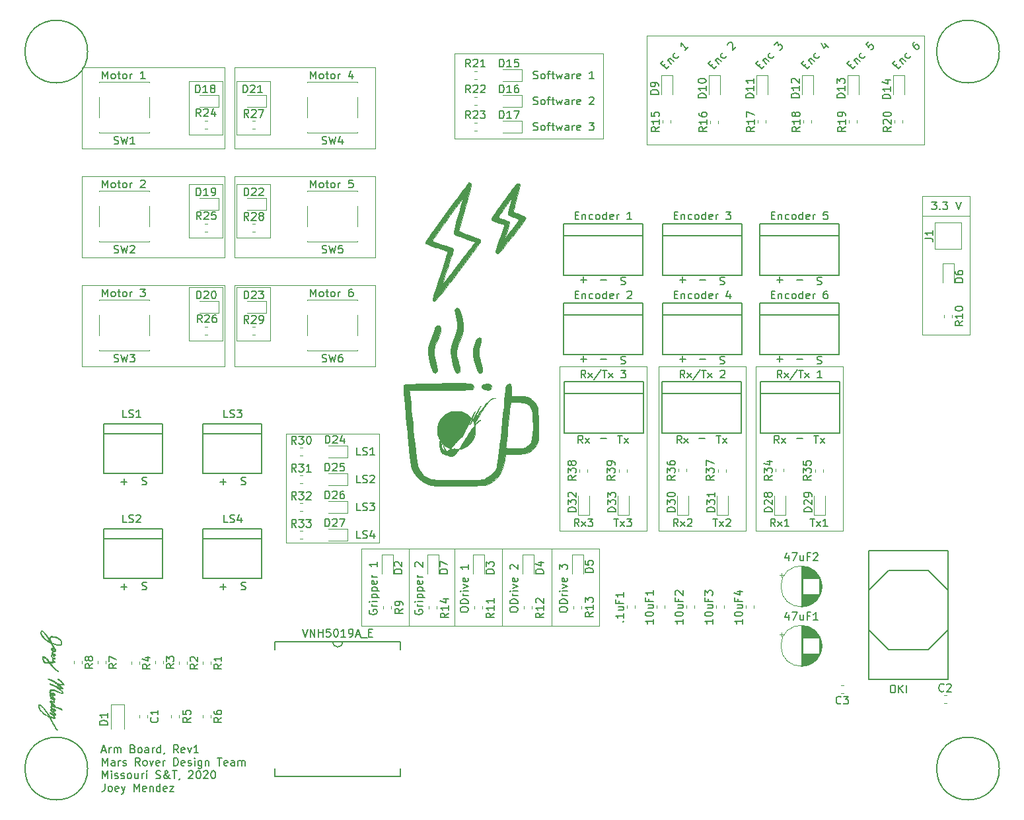
<source format=gbr>
%TF.GenerationSoftware,KiCad,Pcbnew,(5.1.6)-1*%
%TF.CreationDate,2020-11-24T13:28:34-06:00*%
%TF.ProjectId,Armboard,41726d62-6f61-4726-942e-6b696361645f,rev?*%
%TF.SameCoordinates,Original*%
%TF.FileFunction,Legend,Top*%
%TF.FilePolarity,Positive*%
%FSLAX46Y46*%
G04 Gerber Fmt 4.6, Leading zero omitted, Abs format (unit mm)*
G04 Created by KiCad (PCBNEW (5.1.6)-1) date 2020-11-24 13:28:34*
%MOMM*%
%LPD*%
G01*
G04 APERTURE LIST*
%ADD10C,0.150000*%
%ADD11C,0.120000*%
%ADD12C,0.010000*%
%ADD13C,0.152400*%
G04 APERTURE END LIST*
D10*
X173609047Y-92273428D02*
X174370952Y-92273428D01*
X171354761Y-92908380D02*
X171021428Y-92432190D01*
X170783333Y-92908380D02*
X170783333Y-91908380D01*
X171164285Y-91908380D01*
X171259523Y-91956000D01*
X171307142Y-92003619D01*
X171354761Y-92098857D01*
X171354761Y-92241714D01*
X171307142Y-92336952D01*
X171259523Y-92384571D01*
X171164285Y-92432190D01*
X170783333Y-92432190D01*
X171688095Y-92908380D02*
X172211904Y-92241714D01*
X171688095Y-92241714D02*
X172211904Y-92908380D01*
X175839523Y-91908380D02*
X176410952Y-91908380D01*
X176125238Y-92908380D02*
X176125238Y-91908380D01*
X176649047Y-92908380D02*
X177172857Y-92241714D01*
X176649047Y-92241714D02*
X177172857Y-92908380D01*
X161114047Y-92273428D02*
X161875952Y-92273428D01*
X158859761Y-92908380D02*
X158526428Y-92432190D01*
X158288333Y-92908380D02*
X158288333Y-91908380D01*
X158669285Y-91908380D01*
X158764523Y-91956000D01*
X158812142Y-92003619D01*
X158859761Y-92098857D01*
X158859761Y-92241714D01*
X158812142Y-92336952D01*
X158764523Y-92384571D01*
X158669285Y-92432190D01*
X158288333Y-92432190D01*
X159193095Y-92908380D02*
X159716904Y-92241714D01*
X159193095Y-92241714D02*
X159716904Y-92908380D01*
X163344523Y-91908380D02*
X163915952Y-91908380D01*
X163630238Y-92908380D02*
X163630238Y-91908380D01*
X164154047Y-92908380D02*
X164677857Y-92241714D01*
X164154047Y-92241714D02*
X164677857Y-92908380D01*
X150693523Y-91908380D02*
X151264952Y-91908380D01*
X150979238Y-92908380D02*
X150979238Y-91908380D01*
X151503047Y-92908380D02*
X152026857Y-92241714D01*
X151503047Y-92241714D02*
X152026857Y-92908380D01*
X148463047Y-92273428D02*
X149224952Y-92273428D01*
X146208761Y-92908380D02*
X145875428Y-92432190D01*
X145637333Y-92908380D02*
X145637333Y-91908380D01*
X146018285Y-91908380D01*
X146113523Y-91956000D01*
X146161142Y-92003619D01*
X146208761Y-92098857D01*
X146208761Y-92241714D01*
X146161142Y-92336952D01*
X146113523Y-92384571D01*
X146018285Y-92432190D01*
X145637333Y-92432190D01*
X146542095Y-92908380D02*
X147065904Y-92241714D01*
X146542095Y-92241714D02*
X147065904Y-92908380D01*
X151098285Y-82700761D02*
X151241142Y-82748380D01*
X151479238Y-82748380D01*
X151574476Y-82700761D01*
X151622095Y-82653142D01*
X151669714Y-82557904D01*
X151669714Y-82462666D01*
X151622095Y-82367428D01*
X151574476Y-82319809D01*
X151479238Y-82272190D01*
X151288761Y-82224571D01*
X151193523Y-82176952D01*
X151145904Y-82129333D01*
X151098285Y-82034095D01*
X151098285Y-81938857D01*
X151145904Y-81843619D01*
X151193523Y-81796000D01*
X151288761Y-81748380D01*
X151526857Y-81748380D01*
X151669714Y-81796000D01*
X148463047Y-82113428D02*
X149224952Y-82113428D01*
X145923047Y-82113428D02*
X146684952Y-82113428D01*
X146304000Y-82494380D02*
X146304000Y-81732476D01*
X163798285Y-82700761D02*
X163941142Y-82748380D01*
X164179238Y-82748380D01*
X164274476Y-82700761D01*
X164322095Y-82653142D01*
X164369714Y-82557904D01*
X164369714Y-82462666D01*
X164322095Y-82367428D01*
X164274476Y-82319809D01*
X164179238Y-82272190D01*
X163988761Y-82224571D01*
X163893523Y-82176952D01*
X163845904Y-82129333D01*
X163798285Y-82034095D01*
X163798285Y-81938857D01*
X163845904Y-81843619D01*
X163893523Y-81796000D01*
X163988761Y-81748380D01*
X164226857Y-81748380D01*
X164369714Y-81796000D01*
X161163047Y-82113428D02*
X161924952Y-82113428D01*
X158623047Y-82113428D02*
X159384952Y-82113428D01*
X159004000Y-82494380D02*
X159004000Y-81732476D01*
X176244285Y-82700761D02*
X176387142Y-82748380D01*
X176625238Y-82748380D01*
X176720476Y-82700761D01*
X176768095Y-82653142D01*
X176815714Y-82557904D01*
X176815714Y-82462666D01*
X176768095Y-82367428D01*
X176720476Y-82319809D01*
X176625238Y-82272190D01*
X176434761Y-82224571D01*
X176339523Y-82176952D01*
X176291904Y-82129333D01*
X176244285Y-82034095D01*
X176244285Y-81938857D01*
X176291904Y-81843619D01*
X176339523Y-81796000D01*
X176434761Y-81748380D01*
X176672857Y-81748380D01*
X176815714Y-81796000D01*
X173609047Y-82113428D02*
X174370952Y-82113428D01*
X171069047Y-82113428D02*
X171830952Y-82113428D01*
X171450000Y-82494380D02*
X171450000Y-81732476D01*
X176244285Y-72540761D02*
X176387142Y-72588380D01*
X176625238Y-72588380D01*
X176720476Y-72540761D01*
X176768095Y-72493142D01*
X176815714Y-72397904D01*
X176815714Y-72302666D01*
X176768095Y-72207428D01*
X176720476Y-72159809D01*
X176625238Y-72112190D01*
X176434761Y-72064571D01*
X176339523Y-72016952D01*
X176291904Y-71969333D01*
X176244285Y-71874095D01*
X176244285Y-71778857D01*
X176291904Y-71683619D01*
X176339523Y-71636000D01*
X176434761Y-71588380D01*
X176672857Y-71588380D01*
X176815714Y-71636000D01*
X173609047Y-71953428D02*
X174370952Y-71953428D01*
X171069047Y-71953428D02*
X171830952Y-71953428D01*
X171450000Y-72334380D02*
X171450000Y-71572476D01*
X163798285Y-72540761D02*
X163941142Y-72588380D01*
X164179238Y-72588380D01*
X164274476Y-72540761D01*
X164322095Y-72493142D01*
X164369714Y-72397904D01*
X164369714Y-72302666D01*
X164322095Y-72207428D01*
X164274476Y-72159809D01*
X164179238Y-72112190D01*
X163988761Y-72064571D01*
X163893523Y-72016952D01*
X163845904Y-71969333D01*
X163798285Y-71874095D01*
X163798285Y-71778857D01*
X163845904Y-71683619D01*
X163893523Y-71636000D01*
X163988761Y-71588380D01*
X164226857Y-71588380D01*
X164369714Y-71636000D01*
X161163047Y-71953428D02*
X161924952Y-71953428D01*
X158623047Y-71953428D02*
X159384952Y-71953428D01*
X159004000Y-72334380D02*
X159004000Y-71572476D01*
X151098285Y-72540761D02*
X151241142Y-72588380D01*
X151479238Y-72588380D01*
X151574476Y-72540761D01*
X151622095Y-72493142D01*
X151669714Y-72397904D01*
X151669714Y-72302666D01*
X151622095Y-72207428D01*
X151574476Y-72159809D01*
X151479238Y-72112190D01*
X151288761Y-72064571D01*
X151193523Y-72016952D01*
X151145904Y-71969333D01*
X151098285Y-71874095D01*
X151098285Y-71778857D01*
X151145904Y-71683619D01*
X151193523Y-71636000D01*
X151288761Y-71588380D01*
X151526857Y-71588380D01*
X151669714Y-71636000D01*
X148463047Y-71953428D02*
X149224952Y-71953428D01*
X145923047Y-71953428D02*
X146684952Y-71953428D01*
X146304000Y-72334380D02*
X146304000Y-71572476D01*
X99726952Y-111323428D02*
X100488857Y-111323428D01*
X100107904Y-111704380D02*
X100107904Y-110942476D01*
X102441238Y-111656761D02*
X102584095Y-111704380D01*
X102822190Y-111704380D01*
X102917428Y-111656761D01*
X102965047Y-111609142D01*
X103012666Y-111513904D01*
X103012666Y-111418666D01*
X102965047Y-111323428D01*
X102917428Y-111275809D01*
X102822190Y-111228190D01*
X102631714Y-111180571D01*
X102536476Y-111132952D01*
X102488857Y-111085333D01*
X102441238Y-110990095D01*
X102441238Y-110894857D01*
X102488857Y-110799619D01*
X102536476Y-110752000D01*
X102631714Y-110704380D01*
X102869809Y-110704380D01*
X103012666Y-110752000D01*
X87026952Y-111323428D02*
X87788857Y-111323428D01*
X87407904Y-111704380D02*
X87407904Y-110942476D01*
X89741238Y-111656761D02*
X89884095Y-111704380D01*
X90122190Y-111704380D01*
X90217428Y-111656761D01*
X90265047Y-111609142D01*
X90312666Y-111513904D01*
X90312666Y-111418666D01*
X90265047Y-111323428D01*
X90217428Y-111275809D01*
X90122190Y-111228190D01*
X89931714Y-111180571D01*
X89836476Y-111132952D01*
X89788857Y-111085333D01*
X89741238Y-110990095D01*
X89741238Y-110894857D01*
X89788857Y-110799619D01*
X89836476Y-110752000D01*
X89931714Y-110704380D01*
X90169809Y-110704380D01*
X90312666Y-110752000D01*
X99726952Y-97861428D02*
X100488857Y-97861428D01*
X100107904Y-98242380D02*
X100107904Y-97480476D01*
X102441238Y-98194761D02*
X102584095Y-98242380D01*
X102822190Y-98242380D01*
X102917428Y-98194761D01*
X102965047Y-98147142D01*
X103012666Y-98051904D01*
X103012666Y-97956666D01*
X102965047Y-97861428D01*
X102917428Y-97813809D01*
X102822190Y-97766190D01*
X102631714Y-97718571D01*
X102536476Y-97670952D01*
X102488857Y-97623333D01*
X102441238Y-97528095D01*
X102441238Y-97432857D01*
X102488857Y-97337619D01*
X102536476Y-97290000D01*
X102631714Y-97242380D01*
X102869809Y-97242380D01*
X103012666Y-97290000D01*
X87026952Y-97861428D02*
X87788857Y-97861428D01*
X87407904Y-98242380D02*
X87407904Y-97480476D01*
X89741238Y-98194761D02*
X89884095Y-98242380D01*
X90122190Y-98242380D01*
X90217428Y-98194761D01*
X90265047Y-98147142D01*
X90312666Y-98051904D01*
X90312666Y-97956666D01*
X90265047Y-97861428D01*
X90217428Y-97813809D01*
X90122190Y-97766190D01*
X89931714Y-97718571D01*
X89836476Y-97670952D01*
X89788857Y-97623333D01*
X89741238Y-97528095D01*
X89741238Y-97432857D01*
X89788857Y-97337619D01*
X89836476Y-97290000D01*
X89931714Y-97242380D01*
X90169809Y-97242380D01*
X90312666Y-97290000D01*
D11*
X189738000Y-61214000D02*
X195834000Y-61214000D01*
X189738000Y-63754000D02*
X195834000Y-63754000D01*
X189738000Y-78994000D02*
X189738000Y-61214000D01*
X195834000Y-78994000D02*
X189738000Y-78994000D01*
X195834000Y-61214000D02*
X195834000Y-78994000D01*
D10*
X171728095Y-84526380D02*
X171394761Y-84050190D01*
X171156666Y-84526380D02*
X171156666Y-83526380D01*
X171537619Y-83526380D01*
X171632857Y-83574000D01*
X171680476Y-83621619D01*
X171728095Y-83716857D01*
X171728095Y-83859714D01*
X171680476Y-83954952D01*
X171632857Y-84002571D01*
X171537619Y-84050190D01*
X171156666Y-84050190D01*
X172061428Y-84526380D02*
X172585238Y-83859714D01*
X172061428Y-83859714D02*
X172585238Y-84526380D01*
X173680476Y-83478761D02*
X172823333Y-84764476D01*
X173870952Y-83526380D02*
X174442380Y-83526380D01*
X174156666Y-84526380D02*
X174156666Y-83526380D01*
X174680476Y-84526380D02*
X175204285Y-83859714D01*
X174680476Y-83859714D02*
X175204285Y-84526380D01*
X176870952Y-84526380D02*
X176299523Y-84526380D01*
X176585238Y-84526380D02*
X176585238Y-83526380D01*
X176490000Y-83669238D01*
X176394761Y-83764476D01*
X176299523Y-83812095D01*
X159282095Y-84526380D02*
X158948761Y-84050190D01*
X158710666Y-84526380D02*
X158710666Y-83526380D01*
X159091619Y-83526380D01*
X159186857Y-83574000D01*
X159234476Y-83621619D01*
X159282095Y-83716857D01*
X159282095Y-83859714D01*
X159234476Y-83954952D01*
X159186857Y-84002571D01*
X159091619Y-84050190D01*
X158710666Y-84050190D01*
X159615428Y-84526380D02*
X160139238Y-83859714D01*
X159615428Y-83859714D02*
X160139238Y-84526380D01*
X161234476Y-83478761D02*
X160377333Y-84764476D01*
X161424952Y-83526380D02*
X161996380Y-83526380D01*
X161710666Y-84526380D02*
X161710666Y-83526380D01*
X162234476Y-84526380D02*
X162758285Y-83859714D01*
X162234476Y-83859714D02*
X162758285Y-84526380D01*
X163853523Y-83621619D02*
X163901142Y-83574000D01*
X163996380Y-83526380D01*
X164234476Y-83526380D01*
X164329714Y-83574000D01*
X164377333Y-83621619D01*
X164424952Y-83716857D01*
X164424952Y-83812095D01*
X164377333Y-83954952D01*
X163805904Y-84526380D01*
X164424952Y-84526380D01*
X146582095Y-84526380D02*
X146248761Y-84050190D01*
X146010666Y-84526380D02*
X146010666Y-83526380D01*
X146391619Y-83526380D01*
X146486857Y-83574000D01*
X146534476Y-83621619D01*
X146582095Y-83716857D01*
X146582095Y-83859714D01*
X146534476Y-83954952D01*
X146486857Y-84002571D01*
X146391619Y-84050190D01*
X146010666Y-84050190D01*
X146915428Y-84526380D02*
X147439238Y-83859714D01*
X146915428Y-83859714D02*
X147439238Y-84526380D01*
X148534476Y-83478761D02*
X147677333Y-84764476D01*
X148724952Y-83526380D02*
X149296380Y-83526380D01*
X149010666Y-84526380D02*
X149010666Y-83526380D01*
X149534476Y-84526380D02*
X150058285Y-83859714D01*
X149534476Y-83859714D02*
X150058285Y-84526380D01*
X151105904Y-83526380D02*
X151724952Y-83526380D01*
X151391619Y-83907333D01*
X151534476Y-83907333D01*
X151629714Y-83954952D01*
X151677333Y-84002571D01*
X151724952Y-84097809D01*
X151724952Y-84335904D01*
X151677333Y-84431142D01*
X151629714Y-84478761D01*
X151534476Y-84526380D01*
X151248761Y-84526380D01*
X151153523Y-84478761D01*
X151105904Y-84431142D01*
X84615976Y-132311666D02*
X85092166Y-132311666D01*
X84520738Y-132597380D02*
X84854071Y-131597380D01*
X85187404Y-132597380D01*
X85520738Y-132597380D02*
X85520738Y-131930714D01*
X85520738Y-132121190D02*
X85568357Y-132025952D01*
X85615976Y-131978333D01*
X85711214Y-131930714D01*
X85806452Y-131930714D01*
X86139785Y-132597380D02*
X86139785Y-131930714D01*
X86139785Y-132025952D02*
X86187404Y-131978333D01*
X86282642Y-131930714D01*
X86425500Y-131930714D01*
X86520738Y-131978333D01*
X86568357Y-132073571D01*
X86568357Y-132597380D01*
X86568357Y-132073571D02*
X86615976Y-131978333D01*
X86711214Y-131930714D01*
X86854071Y-131930714D01*
X86949309Y-131978333D01*
X86996928Y-132073571D01*
X86996928Y-132597380D01*
X88568357Y-132073571D02*
X88711214Y-132121190D01*
X88758833Y-132168809D01*
X88806452Y-132264047D01*
X88806452Y-132406904D01*
X88758833Y-132502142D01*
X88711214Y-132549761D01*
X88615976Y-132597380D01*
X88235023Y-132597380D01*
X88235023Y-131597380D01*
X88568357Y-131597380D01*
X88663595Y-131645000D01*
X88711214Y-131692619D01*
X88758833Y-131787857D01*
X88758833Y-131883095D01*
X88711214Y-131978333D01*
X88663595Y-132025952D01*
X88568357Y-132073571D01*
X88235023Y-132073571D01*
X89377880Y-132597380D02*
X89282642Y-132549761D01*
X89235023Y-132502142D01*
X89187404Y-132406904D01*
X89187404Y-132121190D01*
X89235023Y-132025952D01*
X89282642Y-131978333D01*
X89377880Y-131930714D01*
X89520738Y-131930714D01*
X89615976Y-131978333D01*
X89663595Y-132025952D01*
X89711214Y-132121190D01*
X89711214Y-132406904D01*
X89663595Y-132502142D01*
X89615976Y-132549761D01*
X89520738Y-132597380D01*
X89377880Y-132597380D01*
X90568357Y-132597380D02*
X90568357Y-132073571D01*
X90520738Y-131978333D01*
X90425500Y-131930714D01*
X90235023Y-131930714D01*
X90139785Y-131978333D01*
X90568357Y-132549761D02*
X90473119Y-132597380D01*
X90235023Y-132597380D01*
X90139785Y-132549761D01*
X90092166Y-132454523D01*
X90092166Y-132359285D01*
X90139785Y-132264047D01*
X90235023Y-132216428D01*
X90473119Y-132216428D01*
X90568357Y-132168809D01*
X91044547Y-132597380D02*
X91044547Y-131930714D01*
X91044547Y-132121190D02*
X91092166Y-132025952D01*
X91139785Y-131978333D01*
X91235023Y-131930714D01*
X91330261Y-131930714D01*
X92092166Y-132597380D02*
X92092166Y-131597380D01*
X92092166Y-132549761D02*
X91996928Y-132597380D01*
X91806452Y-132597380D01*
X91711214Y-132549761D01*
X91663595Y-132502142D01*
X91615976Y-132406904D01*
X91615976Y-132121190D01*
X91663595Y-132025952D01*
X91711214Y-131978333D01*
X91806452Y-131930714D01*
X91996928Y-131930714D01*
X92092166Y-131978333D01*
X92615976Y-132549761D02*
X92615976Y-132597380D01*
X92568357Y-132692619D01*
X92520738Y-132740238D01*
X94377880Y-132597380D02*
X94044547Y-132121190D01*
X93806452Y-132597380D02*
X93806452Y-131597380D01*
X94187404Y-131597380D01*
X94282642Y-131645000D01*
X94330261Y-131692619D01*
X94377880Y-131787857D01*
X94377880Y-131930714D01*
X94330261Y-132025952D01*
X94282642Y-132073571D01*
X94187404Y-132121190D01*
X93806452Y-132121190D01*
X95187404Y-132549761D02*
X95092166Y-132597380D01*
X94901690Y-132597380D01*
X94806452Y-132549761D01*
X94758833Y-132454523D01*
X94758833Y-132073571D01*
X94806452Y-131978333D01*
X94901690Y-131930714D01*
X95092166Y-131930714D01*
X95187404Y-131978333D01*
X95235023Y-132073571D01*
X95235023Y-132168809D01*
X94758833Y-132264047D01*
X95568357Y-131930714D02*
X95806452Y-132597380D01*
X96044547Y-131930714D01*
X96949309Y-132597380D02*
X96377880Y-132597380D01*
X96663595Y-132597380D02*
X96663595Y-131597380D01*
X96568357Y-131740238D01*
X96473119Y-131835476D01*
X96377880Y-131883095D01*
X84663595Y-134247380D02*
X84663595Y-133247380D01*
X84996928Y-133961666D01*
X85330261Y-133247380D01*
X85330261Y-134247380D01*
X86235023Y-134247380D02*
X86235023Y-133723571D01*
X86187404Y-133628333D01*
X86092166Y-133580714D01*
X85901690Y-133580714D01*
X85806452Y-133628333D01*
X86235023Y-134199761D02*
X86139785Y-134247380D01*
X85901690Y-134247380D01*
X85806452Y-134199761D01*
X85758833Y-134104523D01*
X85758833Y-134009285D01*
X85806452Y-133914047D01*
X85901690Y-133866428D01*
X86139785Y-133866428D01*
X86235023Y-133818809D01*
X86711214Y-134247380D02*
X86711214Y-133580714D01*
X86711214Y-133771190D02*
X86758833Y-133675952D01*
X86806452Y-133628333D01*
X86901690Y-133580714D01*
X86996928Y-133580714D01*
X87282642Y-134199761D02*
X87377880Y-134247380D01*
X87568357Y-134247380D01*
X87663595Y-134199761D01*
X87711214Y-134104523D01*
X87711214Y-134056904D01*
X87663595Y-133961666D01*
X87568357Y-133914047D01*
X87425500Y-133914047D01*
X87330261Y-133866428D01*
X87282642Y-133771190D01*
X87282642Y-133723571D01*
X87330261Y-133628333D01*
X87425500Y-133580714D01*
X87568357Y-133580714D01*
X87663595Y-133628333D01*
X89473119Y-134247380D02*
X89139785Y-133771190D01*
X88901690Y-134247380D02*
X88901690Y-133247380D01*
X89282642Y-133247380D01*
X89377880Y-133295000D01*
X89425500Y-133342619D01*
X89473119Y-133437857D01*
X89473119Y-133580714D01*
X89425500Y-133675952D01*
X89377880Y-133723571D01*
X89282642Y-133771190D01*
X88901690Y-133771190D01*
X90044547Y-134247380D02*
X89949309Y-134199761D01*
X89901690Y-134152142D01*
X89854071Y-134056904D01*
X89854071Y-133771190D01*
X89901690Y-133675952D01*
X89949309Y-133628333D01*
X90044547Y-133580714D01*
X90187404Y-133580714D01*
X90282642Y-133628333D01*
X90330261Y-133675952D01*
X90377880Y-133771190D01*
X90377880Y-134056904D01*
X90330261Y-134152142D01*
X90282642Y-134199761D01*
X90187404Y-134247380D01*
X90044547Y-134247380D01*
X90711214Y-133580714D02*
X90949309Y-134247380D01*
X91187404Y-133580714D01*
X91949309Y-134199761D02*
X91854071Y-134247380D01*
X91663595Y-134247380D01*
X91568357Y-134199761D01*
X91520738Y-134104523D01*
X91520738Y-133723571D01*
X91568357Y-133628333D01*
X91663595Y-133580714D01*
X91854071Y-133580714D01*
X91949309Y-133628333D01*
X91996928Y-133723571D01*
X91996928Y-133818809D01*
X91520738Y-133914047D01*
X92425500Y-134247380D02*
X92425500Y-133580714D01*
X92425500Y-133771190D02*
X92473119Y-133675952D01*
X92520738Y-133628333D01*
X92615976Y-133580714D01*
X92711214Y-133580714D01*
X93806452Y-134247380D02*
X93806452Y-133247380D01*
X94044547Y-133247380D01*
X94187404Y-133295000D01*
X94282642Y-133390238D01*
X94330261Y-133485476D01*
X94377880Y-133675952D01*
X94377880Y-133818809D01*
X94330261Y-134009285D01*
X94282642Y-134104523D01*
X94187404Y-134199761D01*
X94044547Y-134247380D01*
X93806452Y-134247380D01*
X95187404Y-134199761D02*
X95092166Y-134247380D01*
X94901690Y-134247380D01*
X94806452Y-134199761D01*
X94758833Y-134104523D01*
X94758833Y-133723571D01*
X94806452Y-133628333D01*
X94901690Y-133580714D01*
X95092166Y-133580714D01*
X95187404Y-133628333D01*
X95235023Y-133723571D01*
X95235023Y-133818809D01*
X94758833Y-133914047D01*
X95615976Y-134199761D02*
X95711214Y-134247380D01*
X95901690Y-134247380D01*
X95996928Y-134199761D01*
X96044547Y-134104523D01*
X96044547Y-134056904D01*
X95996928Y-133961666D01*
X95901690Y-133914047D01*
X95758833Y-133914047D01*
X95663595Y-133866428D01*
X95615976Y-133771190D01*
X95615976Y-133723571D01*
X95663595Y-133628333D01*
X95758833Y-133580714D01*
X95901690Y-133580714D01*
X95996928Y-133628333D01*
X96473119Y-134247380D02*
X96473119Y-133580714D01*
X96473119Y-133247380D02*
X96425500Y-133295000D01*
X96473119Y-133342619D01*
X96520738Y-133295000D01*
X96473119Y-133247380D01*
X96473119Y-133342619D01*
X97377880Y-133580714D02*
X97377880Y-134390238D01*
X97330261Y-134485476D01*
X97282642Y-134533095D01*
X97187404Y-134580714D01*
X97044547Y-134580714D01*
X96949309Y-134533095D01*
X97377880Y-134199761D02*
X97282642Y-134247380D01*
X97092166Y-134247380D01*
X96996928Y-134199761D01*
X96949309Y-134152142D01*
X96901690Y-134056904D01*
X96901690Y-133771190D01*
X96949309Y-133675952D01*
X96996928Y-133628333D01*
X97092166Y-133580714D01*
X97282642Y-133580714D01*
X97377880Y-133628333D01*
X97854071Y-133580714D02*
X97854071Y-134247380D01*
X97854071Y-133675952D02*
X97901690Y-133628333D01*
X97996928Y-133580714D01*
X98139785Y-133580714D01*
X98235023Y-133628333D01*
X98282642Y-133723571D01*
X98282642Y-134247380D01*
X99377880Y-133247380D02*
X99949309Y-133247380D01*
X99663595Y-134247380D02*
X99663595Y-133247380D01*
X100663595Y-134199761D02*
X100568357Y-134247380D01*
X100377880Y-134247380D01*
X100282642Y-134199761D01*
X100235023Y-134104523D01*
X100235023Y-133723571D01*
X100282642Y-133628333D01*
X100377880Y-133580714D01*
X100568357Y-133580714D01*
X100663595Y-133628333D01*
X100711214Y-133723571D01*
X100711214Y-133818809D01*
X100235023Y-133914047D01*
X101568357Y-134247380D02*
X101568357Y-133723571D01*
X101520738Y-133628333D01*
X101425500Y-133580714D01*
X101235023Y-133580714D01*
X101139785Y-133628333D01*
X101568357Y-134199761D02*
X101473119Y-134247380D01*
X101235023Y-134247380D01*
X101139785Y-134199761D01*
X101092166Y-134104523D01*
X101092166Y-134009285D01*
X101139785Y-133914047D01*
X101235023Y-133866428D01*
X101473119Y-133866428D01*
X101568357Y-133818809D01*
X102044547Y-134247380D02*
X102044547Y-133580714D01*
X102044547Y-133675952D02*
X102092166Y-133628333D01*
X102187404Y-133580714D01*
X102330261Y-133580714D01*
X102425500Y-133628333D01*
X102473119Y-133723571D01*
X102473119Y-134247380D01*
X102473119Y-133723571D02*
X102520738Y-133628333D01*
X102615976Y-133580714D01*
X102758833Y-133580714D01*
X102854071Y-133628333D01*
X102901690Y-133723571D01*
X102901690Y-134247380D01*
X84663595Y-135897380D02*
X84663595Y-134897380D01*
X84996928Y-135611666D01*
X85330261Y-134897380D01*
X85330261Y-135897380D01*
X85806452Y-135897380D02*
X85806452Y-135230714D01*
X85806452Y-134897380D02*
X85758833Y-134945000D01*
X85806452Y-134992619D01*
X85854071Y-134945000D01*
X85806452Y-134897380D01*
X85806452Y-134992619D01*
X86235023Y-135849761D02*
X86330261Y-135897380D01*
X86520738Y-135897380D01*
X86615976Y-135849761D01*
X86663595Y-135754523D01*
X86663595Y-135706904D01*
X86615976Y-135611666D01*
X86520738Y-135564047D01*
X86377880Y-135564047D01*
X86282642Y-135516428D01*
X86235023Y-135421190D01*
X86235023Y-135373571D01*
X86282642Y-135278333D01*
X86377880Y-135230714D01*
X86520738Y-135230714D01*
X86615976Y-135278333D01*
X87044547Y-135849761D02*
X87139785Y-135897380D01*
X87330261Y-135897380D01*
X87425500Y-135849761D01*
X87473119Y-135754523D01*
X87473119Y-135706904D01*
X87425500Y-135611666D01*
X87330261Y-135564047D01*
X87187404Y-135564047D01*
X87092166Y-135516428D01*
X87044547Y-135421190D01*
X87044547Y-135373571D01*
X87092166Y-135278333D01*
X87187404Y-135230714D01*
X87330261Y-135230714D01*
X87425500Y-135278333D01*
X88044547Y-135897380D02*
X87949309Y-135849761D01*
X87901690Y-135802142D01*
X87854071Y-135706904D01*
X87854071Y-135421190D01*
X87901690Y-135325952D01*
X87949309Y-135278333D01*
X88044547Y-135230714D01*
X88187404Y-135230714D01*
X88282642Y-135278333D01*
X88330261Y-135325952D01*
X88377880Y-135421190D01*
X88377880Y-135706904D01*
X88330261Y-135802142D01*
X88282642Y-135849761D01*
X88187404Y-135897380D01*
X88044547Y-135897380D01*
X89235023Y-135230714D02*
X89235023Y-135897380D01*
X88806452Y-135230714D02*
X88806452Y-135754523D01*
X88854071Y-135849761D01*
X88949309Y-135897380D01*
X89092166Y-135897380D01*
X89187404Y-135849761D01*
X89235023Y-135802142D01*
X89711214Y-135897380D02*
X89711214Y-135230714D01*
X89711214Y-135421190D02*
X89758833Y-135325952D01*
X89806452Y-135278333D01*
X89901690Y-135230714D01*
X89996928Y-135230714D01*
X90330261Y-135897380D02*
X90330261Y-135230714D01*
X90330261Y-134897380D02*
X90282642Y-134945000D01*
X90330261Y-134992619D01*
X90377880Y-134945000D01*
X90330261Y-134897380D01*
X90330261Y-134992619D01*
X91520738Y-135849761D02*
X91663595Y-135897380D01*
X91901690Y-135897380D01*
X91996928Y-135849761D01*
X92044547Y-135802142D01*
X92092166Y-135706904D01*
X92092166Y-135611666D01*
X92044547Y-135516428D01*
X91996928Y-135468809D01*
X91901690Y-135421190D01*
X91711214Y-135373571D01*
X91615976Y-135325952D01*
X91568357Y-135278333D01*
X91520738Y-135183095D01*
X91520738Y-135087857D01*
X91568357Y-134992619D01*
X91615976Y-134945000D01*
X91711214Y-134897380D01*
X91949309Y-134897380D01*
X92092166Y-134945000D01*
X93330261Y-135897380D02*
X93282642Y-135897380D01*
X93187404Y-135849761D01*
X93044547Y-135706904D01*
X92806452Y-135421190D01*
X92711214Y-135278333D01*
X92663595Y-135135476D01*
X92663595Y-135040238D01*
X92711214Y-134945000D01*
X92806452Y-134897380D01*
X92854071Y-134897380D01*
X92949309Y-134945000D01*
X92996928Y-135040238D01*
X92996928Y-135087857D01*
X92949309Y-135183095D01*
X92901690Y-135230714D01*
X92615976Y-135421190D01*
X92568357Y-135468809D01*
X92520738Y-135564047D01*
X92520738Y-135706904D01*
X92568357Y-135802142D01*
X92615976Y-135849761D01*
X92711214Y-135897380D01*
X92854071Y-135897380D01*
X92949309Y-135849761D01*
X92996928Y-135802142D01*
X93139785Y-135611666D01*
X93187404Y-135468809D01*
X93187404Y-135373571D01*
X93615976Y-134897380D02*
X94187404Y-134897380D01*
X93901690Y-135897380D02*
X93901690Y-134897380D01*
X94568357Y-135849761D02*
X94568357Y-135897380D01*
X94520738Y-135992619D01*
X94473119Y-136040238D01*
X95711214Y-134992619D02*
X95758833Y-134945000D01*
X95854071Y-134897380D01*
X96092166Y-134897380D01*
X96187404Y-134945000D01*
X96235023Y-134992619D01*
X96282642Y-135087857D01*
X96282642Y-135183095D01*
X96235023Y-135325952D01*
X95663595Y-135897380D01*
X96282642Y-135897380D01*
X96901690Y-134897380D02*
X96996928Y-134897380D01*
X97092166Y-134945000D01*
X97139785Y-134992619D01*
X97187404Y-135087857D01*
X97235023Y-135278333D01*
X97235023Y-135516428D01*
X97187404Y-135706904D01*
X97139785Y-135802142D01*
X97092166Y-135849761D01*
X96996928Y-135897380D01*
X96901690Y-135897380D01*
X96806452Y-135849761D01*
X96758833Y-135802142D01*
X96711214Y-135706904D01*
X96663595Y-135516428D01*
X96663595Y-135278333D01*
X96711214Y-135087857D01*
X96758833Y-134992619D01*
X96806452Y-134945000D01*
X96901690Y-134897380D01*
X97615976Y-134992619D02*
X97663595Y-134945000D01*
X97758833Y-134897380D01*
X97996928Y-134897380D01*
X98092166Y-134945000D01*
X98139785Y-134992619D01*
X98187404Y-135087857D01*
X98187404Y-135183095D01*
X98139785Y-135325952D01*
X97568357Y-135897380D01*
X98187404Y-135897380D01*
X98806452Y-134897380D02*
X98901690Y-134897380D01*
X98996928Y-134945000D01*
X99044547Y-134992619D01*
X99092166Y-135087857D01*
X99139785Y-135278333D01*
X99139785Y-135516428D01*
X99092166Y-135706904D01*
X99044547Y-135802142D01*
X98996928Y-135849761D01*
X98901690Y-135897380D01*
X98806452Y-135897380D01*
X98711214Y-135849761D01*
X98663595Y-135802142D01*
X98615976Y-135706904D01*
X98568357Y-135516428D01*
X98568357Y-135278333D01*
X98615976Y-135087857D01*
X98663595Y-134992619D01*
X98711214Y-134945000D01*
X98806452Y-134897380D01*
X84949309Y-136547380D02*
X84949309Y-137261666D01*
X84901690Y-137404523D01*
X84806452Y-137499761D01*
X84663595Y-137547380D01*
X84568357Y-137547380D01*
X85568357Y-137547380D02*
X85473119Y-137499761D01*
X85425500Y-137452142D01*
X85377880Y-137356904D01*
X85377880Y-137071190D01*
X85425500Y-136975952D01*
X85473119Y-136928333D01*
X85568357Y-136880714D01*
X85711214Y-136880714D01*
X85806452Y-136928333D01*
X85854071Y-136975952D01*
X85901690Y-137071190D01*
X85901690Y-137356904D01*
X85854071Y-137452142D01*
X85806452Y-137499761D01*
X85711214Y-137547380D01*
X85568357Y-137547380D01*
X86711214Y-137499761D02*
X86615976Y-137547380D01*
X86425500Y-137547380D01*
X86330261Y-137499761D01*
X86282642Y-137404523D01*
X86282642Y-137023571D01*
X86330261Y-136928333D01*
X86425500Y-136880714D01*
X86615976Y-136880714D01*
X86711214Y-136928333D01*
X86758833Y-137023571D01*
X86758833Y-137118809D01*
X86282642Y-137214047D01*
X87092166Y-136880714D02*
X87330261Y-137547380D01*
X87568357Y-136880714D02*
X87330261Y-137547380D01*
X87235023Y-137785476D01*
X87187404Y-137833095D01*
X87092166Y-137880714D01*
X88711214Y-137547380D02*
X88711214Y-136547380D01*
X89044547Y-137261666D01*
X89377880Y-136547380D01*
X89377880Y-137547380D01*
X90235023Y-137499761D02*
X90139785Y-137547380D01*
X89949309Y-137547380D01*
X89854071Y-137499761D01*
X89806452Y-137404523D01*
X89806452Y-137023571D01*
X89854071Y-136928333D01*
X89949309Y-136880714D01*
X90139785Y-136880714D01*
X90235023Y-136928333D01*
X90282642Y-137023571D01*
X90282642Y-137118809D01*
X89806452Y-137214047D01*
X90711214Y-136880714D02*
X90711214Y-137547380D01*
X90711214Y-136975952D02*
X90758833Y-136928333D01*
X90854071Y-136880714D01*
X90996928Y-136880714D01*
X91092166Y-136928333D01*
X91139785Y-137023571D01*
X91139785Y-137547380D01*
X92044547Y-137547380D02*
X92044547Y-136547380D01*
X92044547Y-137499761D02*
X91949309Y-137547380D01*
X91758833Y-137547380D01*
X91663595Y-137499761D01*
X91615976Y-137452142D01*
X91568357Y-137356904D01*
X91568357Y-137071190D01*
X91615976Y-136975952D01*
X91663595Y-136928333D01*
X91758833Y-136880714D01*
X91949309Y-136880714D01*
X92044547Y-136928333D01*
X92901690Y-137499761D02*
X92806452Y-137547380D01*
X92615976Y-137547380D01*
X92520738Y-137499761D01*
X92473119Y-137404523D01*
X92473119Y-137023571D01*
X92520738Y-136928333D01*
X92615976Y-136880714D01*
X92806452Y-136880714D01*
X92901690Y-136928333D01*
X92949309Y-137023571D01*
X92949309Y-137118809D01*
X92473119Y-137214047D01*
X93282642Y-136880714D02*
X93806452Y-136880714D01*
X93282642Y-137547380D01*
X93806452Y-137547380D01*
D11*
X189992000Y-40640000D02*
X189992000Y-54610000D01*
X154432000Y-40640000D02*
X189992000Y-40640000D01*
X154432000Y-54610000D02*
X189992000Y-54610000D01*
X154432000Y-40640000D02*
X154432000Y-54610000D01*
X148844000Y-42926000D02*
X129794000Y-42926000D01*
X148844000Y-53848000D02*
X148844000Y-42926000D01*
X129794000Y-53848000D02*
X148844000Y-53848000D01*
X129794000Y-42926000D02*
X129794000Y-53848000D01*
D10*
X170394761Y-73842571D02*
X170728095Y-73842571D01*
X170870952Y-74366380D02*
X170394761Y-74366380D01*
X170394761Y-73366380D01*
X170870952Y-73366380D01*
X171299523Y-73699714D02*
X171299523Y-74366380D01*
X171299523Y-73794952D02*
X171347142Y-73747333D01*
X171442380Y-73699714D01*
X171585238Y-73699714D01*
X171680476Y-73747333D01*
X171728095Y-73842571D01*
X171728095Y-74366380D01*
X172632857Y-74318761D02*
X172537619Y-74366380D01*
X172347142Y-74366380D01*
X172251904Y-74318761D01*
X172204285Y-74271142D01*
X172156666Y-74175904D01*
X172156666Y-73890190D01*
X172204285Y-73794952D01*
X172251904Y-73747333D01*
X172347142Y-73699714D01*
X172537619Y-73699714D01*
X172632857Y-73747333D01*
X173204285Y-74366380D02*
X173109047Y-74318761D01*
X173061428Y-74271142D01*
X173013809Y-74175904D01*
X173013809Y-73890190D01*
X173061428Y-73794952D01*
X173109047Y-73747333D01*
X173204285Y-73699714D01*
X173347142Y-73699714D01*
X173442380Y-73747333D01*
X173490000Y-73794952D01*
X173537619Y-73890190D01*
X173537619Y-74175904D01*
X173490000Y-74271142D01*
X173442380Y-74318761D01*
X173347142Y-74366380D01*
X173204285Y-74366380D01*
X174394761Y-74366380D02*
X174394761Y-73366380D01*
X174394761Y-74318761D02*
X174299523Y-74366380D01*
X174109047Y-74366380D01*
X174013809Y-74318761D01*
X173966190Y-74271142D01*
X173918571Y-74175904D01*
X173918571Y-73890190D01*
X173966190Y-73794952D01*
X174013809Y-73747333D01*
X174109047Y-73699714D01*
X174299523Y-73699714D01*
X174394761Y-73747333D01*
X175251904Y-74318761D02*
X175156666Y-74366380D01*
X174966190Y-74366380D01*
X174870952Y-74318761D01*
X174823333Y-74223523D01*
X174823333Y-73842571D01*
X174870952Y-73747333D01*
X174966190Y-73699714D01*
X175156666Y-73699714D01*
X175251904Y-73747333D01*
X175299523Y-73842571D01*
X175299523Y-73937809D01*
X174823333Y-74033047D01*
X175728095Y-74366380D02*
X175728095Y-73699714D01*
X175728095Y-73890190D02*
X175775714Y-73794952D01*
X175823333Y-73747333D01*
X175918571Y-73699714D01*
X176013809Y-73699714D01*
X177537619Y-73366380D02*
X177347142Y-73366380D01*
X177251904Y-73414000D01*
X177204285Y-73461619D01*
X177109047Y-73604476D01*
X177061428Y-73794952D01*
X177061428Y-74175904D01*
X177109047Y-74271142D01*
X177156666Y-74318761D01*
X177251904Y-74366380D01*
X177442380Y-74366380D01*
X177537619Y-74318761D01*
X177585238Y-74271142D01*
X177632857Y-74175904D01*
X177632857Y-73937809D01*
X177585238Y-73842571D01*
X177537619Y-73794952D01*
X177442380Y-73747333D01*
X177251904Y-73747333D01*
X177156666Y-73794952D01*
X177109047Y-73842571D01*
X177061428Y-73937809D01*
X157948761Y-73842571D02*
X158282095Y-73842571D01*
X158424952Y-74366380D02*
X157948761Y-74366380D01*
X157948761Y-73366380D01*
X158424952Y-73366380D01*
X158853523Y-73699714D02*
X158853523Y-74366380D01*
X158853523Y-73794952D02*
X158901142Y-73747333D01*
X158996380Y-73699714D01*
X159139238Y-73699714D01*
X159234476Y-73747333D01*
X159282095Y-73842571D01*
X159282095Y-74366380D01*
X160186857Y-74318761D02*
X160091619Y-74366380D01*
X159901142Y-74366380D01*
X159805904Y-74318761D01*
X159758285Y-74271142D01*
X159710666Y-74175904D01*
X159710666Y-73890190D01*
X159758285Y-73794952D01*
X159805904Y-73747333D01*
X159901142Y-73699714D01*
X160091619Y-73699714D01*
X160186857Y-73747333D01*
X160758285Y-74366380D02*
X160663047Y-74318761D01*
X160615428Y-74271142D01*
X160567809Y-74175904D01*
X160567809Y-73890190D01*
X160615428Y-73794952D01*
X160663047Y-73747333D01*
X160758285Y-73699714D01*
X160901142Y-73699714D01*
X160996380Y-73747333D01*
X161044000Y-73794952D01*
X161091619Y-73890190D01*
X161091619Y-74175904D01*
X161044000Y-74271142D01*
X160996380Y-74318761D01*
X160901142Y-74366380D01*
X160758285Y-74366380D01*
X161948761Y-74366380D02*
X161948761Y-73366380D01*
X161948761Y-74318761D02*
X161853523Y-74366380D01*
X161663047Y-74366380D01*
X161567809Y-74318761D01*
X161520190Y-74271142D01*
X161472571Y-74175904D01*
X161472571Y-73890190D01*
X161520190Y-73794952D01*
X161567809Y-73747333D01*
X161663047Y-73699714D01*
X161853523Y-73699714D01*
X161948761Y-73747333D01*
X162805904Y-74318761D02*
X162710666Y-74366380D01*
X162520190Y-74366380D01*
X162424952Y-74318761D01*
X162377333Y-74223523D01*
X162377333Y-73842571D01*
X162424952Y-73747333D01*
X162520190Y-73699714D01*
X162710666Y-73699714D01*
X162805904Y-73747333D01*
X162853523Y-73842571D01*
X162853523Y-73937809D01*
X162377333Y-74033047D01*
X163282095Y-74366380D02*
X163282095Y-73699714D01*
X163282095Y-73890190D02*
X163329714Y-73794952D01*
X163377333Y-73747333D01*
X163472571Y-73699714D01*
X163567809Y-73699714D01*
X165091619Y-73699714D02*
X165091619Y-74366380D01*
X164853523Y-73318761D02*
X164615428Y-74033047D01*
X165234476Y-74033047D01*
X145248761Y-73842571D02*
X145582095Y-73842571D01*
X145724952Y-74366380D02*
X145248761Y-74366380D01*
X145248761Y-73366380D01*
X145724952Y-73366380D01*
X146153523Y-73699714D02*
X146153523Y-74366380D01*
X146153523Y-73794952D02*
X146201142Y-73747333D01*
X146296380Y-73699714D01*
X146439238Y-73699714D01*
X146534476Y-73747333D01*
X146582095Y-73842571D01*
X146582095Y-74366380D01*
X147486857Y-74318761D02*
X147391619Y-74366380D01*
X147201142Y-74366380D01*
X147105904Y-74318761D01*
X147058285Y-74271142D01*
X147010666Y-74175904D01*
X147010666Y-73890190D01*
X147058285Y-73794952D01*
X147105904Y-73747333D01*
X147201142Y-73699714D01*
X147391619Y-73699714D01*
X147486857Y-73747333D01*
X148058285Y-74366380D02*
X147963047Y-74318761D01*
X147915428Y-74271142D01*
X147867809Y-74175904D01*
X147867809Y-73890190D01*
X147915428Y-73794952D01*
X147963047Y-73747333D01*
X148058285Y-73699714D01*
X148201142Y-73699714D01*
X148296380Y-73747333D01*
X148344000Y-73794952D01*
X148391619Y-73890190D01*
X148391619Y-74175904D01*
X148344000Y-74271142D01*
X148296380Y-74318761D01*
X148201142Y-74366380D01*
X148058285Y-74366380D01*
X149248761Y-74366380D02*
X149248761Y-73366380D01*
X149248761Y-74318761D02*
X149153523Y-74366380D01*
X148963047Y-74366380D01*
X148867809Y-74318761D01*
X148820190Y-74271142D01*
X148772571Y-74175904D01*
X148772571Y-73890190D01*
X148820190Y-73794952D01*
X148867809Y-73747333D01*
X148963047Y-73699714D01*
X149153523Y-73699714D01*
X149248761Y-73747333D01*
X150105904Y-74318761D02*
X150010666Y-74366380D01*
X149820190Y-74366380D01*
X149724952Y-74318761D01*
X149677333Y-74223523D01*
X149677333Y-73842571D01*
X149724952Y-73747333D01*
X149820190Y-73699714D01*
X150010666Y-73699714D01*
X150105904Y-73747333D01*
X150153523Y-73842571D01*
X150153523Y-73937809D01*
X149677333Y-74033047D01*
X150582095Y-74366380D02*
X150582095Y-73699714D01*
X150582095Y-73890190D02*
X150629714Y-73794952D01*
X150677333Y-73747333D01*
X150772571Y-73699714D01*
X150867809Y-73699714D01*
X151915428Y-73461619D02*
X151963047Y-73414000D01*
X152058285Y-73366380D01*
X152296380Y-73366380D01*
X152391619Y-73414000D01*
X152439238Y-73461619D01*
X152486857Y-73556857D01*
X152486857Y-73652095D01*
X152439238Y-73794952D01*
X151867809Y-74366380D01*
X152486857Y-74366380D01*
X170394761Y-63682571D02*
X170728095Y-63682571D01*
X170870952Y-64206380D02*
X170394761Y-64206380D01*
X170394761Y-63206380D01*
X170870952Y-63206380D01*
X171299523Y-63539714D02*
X171299523Y-64206380D01*
X171299523Y-63634952D02*
X171347142Y-63587333D01*
X171442380Y-63539714D01*
X171585238Y-63539714D01*
X171680476Y-63587333D01*
X171728095Y-63682571D01*
X171728095Y-64206380D01*
X172632857Y-64158761D02*
X172537619Y-64206380D01*
X172347142Y-64206380D01*
X172251904Y-64158761D01*
X172204285Y-64111142D01*
X172156666Y-64015904D01*
X172156666Y-63730190D01*
X172204285Y-63634952D01*
X172251904Y-63587333D01*
X172347142Y-63539714D01*
X172537619Y-63539714D01*
X172632857Y-63587333D01*
X173204285Y-64206380D02*
X173109047Y-64158761D01*
X173061428Y-64111142D01*
X173013809Y-64015904D01*
X173013809Y-63730190D01*
X173061428Y-63634952D01*
X173109047Y-63587333D01*
X173204285Y-63539714D01*
X173347142Y-63539714D01*
X173442380Y-63587333D01*
X173490000Y-63634952D01*
X173537619Y-63730190D01*
X173537619Y-64015904D01*
X173490000Y-64111142D01*
X173442380Y-64158761D01*
X173347142Y-64206380D01*
X173204285Y-64206380D01*
X174394761Y-64206380D02*
X174394761Y-63206380D01*
X174394761Y-64158761D02*
X174299523Y-64206380D01*
X174109047Y-64206380D01*
X174013809Y-64158761D01*
X173966190Y-64111142D01*
X173918571Y-64015904D01*
X173918571Y-63730190D01*
X173966190Y-63634952D01*
X174013809Y-63587333D01*
X174109047Y-63539714D01*
X174299523Y-63539714D01*
X174394761Y-63587333D01*
X175251904Y-64158761D02*
X175156666Y-64206380D01*
X174966190Y-64206380D01*
X174870952Y-64158761D01*
X174823333Y-64063523D01*
X174823333Y-63682571D01*
X174870952Y-63587333D01*
X174966190Y-63539714D01*
X175156666Y-63539714D01*
X175251904Y-63587333D01*
X175299523Y-63682571D01*
X175299523Y-63777809D01*
X174823333Y-63873047D01*
X175728095Y-64206380D02*
X175728095Y-63539714D01*
X175728095Y-63730190D02*
X175775714Y-63634952D01*
X175823333Y-63587333D01*
X175918571Y-63539714D01*
X176013809Y-63539714D01*
X177585238Y-63206380D02*
X177109047Y-63206380D01*
X177061428Y-63682571D01*
X177109047Y-63634952D01*
X177204285Y-63587333D01*
X177442380Y-63587333D01*
X177537619Y-63634952D01*
X177585238Y-63682571D01*
X177632857Y-63777809D01*
X177632857Y-64015904D01*
X177585238Y-64111142D01*
X177537619Y-64158761D01*
X177442380Y-64206380D01*
X177204285Y-64206380D01*
X177109047Y-64158761D01*
X177061428Y-64111142D01*
X157948761Y-63682571D02*
X158282095Y-63682571D01*
X158424952Y-64206380D02*
X157948761Y-64206380D01*
X157948761Y-63206380D01*
X158424952Y-63206380D01*
X158853523Y-63539714D02*
X158853523Y-64206380D01*
X158853523Y-63634952D02*
X158901142Y-63587333D01*
X158996380Y-63539714D01*
X159139238Y-63539714D01*
X159234476Y-63587333D01*
X159282095Y-63682571D01*
X159282095Y-64206380D01*
X160186857Y-64158761D02*
X160091619Y-64206380D01*
X159901142Y-64206380D01*
X159805904Y-64158761D01*
X159758285Y-64111142D01*
X159710666Y-64015904D01*
X159710666Y-63730190D01*
X159758285Y-63634952D01*
X159805904Y-63587333D01*
X159901142Y-63539714D01*
X160091619Y-63539714D01*
X160186857Y-63587333D01*
X160758285Y-64206380D02*
X160663047Y-64158761D01*
X160615428Y-64111142D01*
X160567809Y-64015904D01*
X160567809Y-63730190D01*
X160615428Y-63634952D01*
X160663047Y-63587333D01*
X160758285Y-63539714D01*
X160901142Y-63539714D01*
X160996380Y-63587333D01*
X161044000Y-63634952D01*
X161091619Y-63730190D01*
X161091619Y-64015904D01*
X161044000Y-64111142D01*
X160996380Y-64158761D01*
X160901142Y-64206380D01*
X160758285Y-64206380D01*
X161948761Y-64206380D02*
X161948761Y-63206380D01*
X161948761Y-64158761D02*
X161853523Y-64206380D01*
X161663047Y-64206380D01*
X161567809Y-64158761D01*
X161520190Y-64111142D01*
X161472571Y-64015904D01*
X161472571Y-63730190D01*
X161520190Y-63634952D01*
X161567809Y-63587333D01*
X161663047Y-63539714D01*
X161853523Y-63539714D01*
X161948761Y-63587333D01*
X162805904Y-64158761D02*
X162710666Y-64206380D01*
X162520190Y-64206380D01*
X162424952Y-64158761D01*
X162377333Y-64063523D01*
X162377333Y-63682571D01*
X162424952Y-63587333D01*
X162520190Y-63539714D01*
X162710666Y-63539714D01*
X162805904Y-63587333D01*
X162853523Y-63682571D01*
X162853523Y-63777809D01*
X162377333Y-63873047D01*
X163282095Y-64206380D02*
X163282095Y-63539714D01*
X163282095Y-63730190D02*
X163329714Y-63634952D01*
X163377333Y-63587333D01*
X163472571Y-63539714D01*
X163567809Y-63539714D01*
X164567809Y-63206380D02*
X165186857Y-63206380D01*
X164853523Y-63587333D01*
X164996380Y-63587333D01*
X165091619Y-63634952D01*
X165139238Y-63682571D01*
X165186857Y-63777809D01*
X165186857Y-64015904D01*
X165139238Y-64111142D01*
X165091619Y-64158761D01*
X164996380Y-64206380D01*
X164710666Y-64206380D01*
X164615428Y-64158761D01*
X164567809Y-64111142D01*
X145248761Y-63682571D02*
X145582095Y-63682571D01*
X145724952Y-64206380D02*
X145248761Y-64206380D01*
X145248761Y-63206380D01*
X145724952Y-63206380D01*
X146153523Y-63539714D02*
X146153523Y-64206380D01*
X146153523Y-63634952D02*
X146201142Y-63587333D01*
X146296380Y-63539714D01*
X146439238Y-63539714D01*
X146534476Y-63587333D01*
X146582095Y-63682571D01*
X146582095Y-64206380D01*
X147486857Y-64158761D02*
X147391619Y-64206380D01*
X147201142Y-64206380D01*
X147105904Y-64158761D01*
X147058285Y-64111142D01*
X147010666Y-64015904D01*
X147010666Y-63730190D01*
X147058285Y-63634952D01*
X147105904Y-63587333D01*
X147201142Y-63539714D01*
X147391619Y-63539714D01*
X147486857Y-63587333D01*
X148058285Y-64206380D02*
X147963047Y-64158761D01*
X147915428Y-64111142D01*
X147867809Y-64015904D01*
X147867809Y-63730190D01*
X147915428Y-63634952D01*
X147963047Y-63587333D01*
X148058285Y-63539714D01*
X148201142Y-63539714D01*
X148296380Y-63587333D01*
X148344000Y-63634952D01*
X148391619Y-63730190D01*
X148391619Y-64015904D01*
X148344000Y-64111142D01*
X148296380Y-64158761D01*
X148201142Y-64206380D01*
X148058285Y-64206380D01*
X149248761Y-64206380D02*
X149248761Y-63206380D01*
X149248761Y-64158761D02*
X149153523Y-64206380D01*
X148963047Y-64206380D01*
X148867809Y-64158761D01*
X148820190Y-64111142D01*
X148772571Y-64015904D01*
X148772571Y-63730190D01*
X148820190Y-63634952D01*
X148867809Y-63587333D01*
X148963047Y-63539714D01*
X149153523Y-63539714D01*
X149248761Y-63587333D01*
X150105904Y-64158761D02*
X150010666Y-64206380D01*
X149820190Y-64206380D01*
X149724952Y-64158761D01*
X149677333Y-64063523D01*
X149677333Y-63682571D01*
X149724952Y-63587333D01*
X149820190Y-63539714D01*
X150010666Y-63539714D01*
X150105904Y-63587333D01*
X150153523Y-63682571D01*
X150153523Y-63777809D01*
X149677333Y-63873047D01*
X150582095Y-64206380D02*
X150582095Y-63539714D01*
X150582095Y-63730190D02*
X150629714Y-63634952D01*
X150677333Y-63587333D01*
X150772571Y-63539714D01*
X150867809Y-63539714D01*
X152486857Y-64206380D02*
X151915428Y-64206380D01*
X152201142Y-64206380D02*
X152201142Y-63206380D01*
X152105904Y-63349238D01*
X152010666Y-63444476D01*
X151915428Y-63492095D01*
D11*
X179578000Y-104140000D02*
X168402000Y-104140000D01*
X179578000Y-83058000D02*
X179578000Y-104140000D01*
X168402000Y-83058000D02*
X179578000Y-83058000D01*
X168402000Y-83058000D02*
X168402000Y-104140000D01*
X155956000Y-83058000D02*
X155956000Y-84582000D01*
X167132000Y-104140000D02*
X155956000Y-104140000D01*
X167132000Y-90170000D02*
X167132000Y-104140000D01*
X167132000Y-84582000D02*
X167132000Y-90170000D01*
X167132000Y-83058000D02*
X167132000Y-84582000D01*
X155956000Y-83058000D02*
X167132000Y-83058000D01*
X155956000Y-84582000D02*
X155956000Y-104140000D01*
X143256000Y-104140000D02*
X154432000Y-104140000D01*
X143256000Y-83058000D02*
X143256000Y-104140000D01*
X154432000Y-83058000D02*
X143256000Y-83058000D01*
X154432000Y-83058000D02*
X154432000Y-104140000D01*
D10*
X175363333Y-102576380D02*
X175934761Y-102576380D01*
X175649047Y-103576380D02*
X175649047Y-102576380D01*
X176172857Y-103576380D02*
X176696666Y-102909714D01*
X176172857Y-102909714D02*
X176696666Y-103576380D01*
X177601428Y-103576380D02*
X177030000Y-103576380D01*
X177315714Y-103576380D02*
X177315714Y-102576380D01*
X177220476Y-102719238D01*
X177125238Y-102814476D01*
X177030000Y-102862095D01*
X170878571Y-103576380D02*
X170545238Y-103100190D01*
X170307142Y-103576380D02*
X170307142Y-102576380D01*
X170688095Y-102576380D01*
X170783333Y-102624000D01*
X170830952Y-102671619D01*
X170878571Y-102766857D01*
X170878571Y-102909714D01*
X170830952Y-103004952D01*
X170783333Y-103052571D01*
X170688095Y-103100190D01*
X170307142Y-103100190D01*
X171211904Y-103576380D02*
X171735714Y-102909714D01*
X171211904Y-102909714D02*
X171735714Y-103576380D01*
X172640476Y-103576380D02*
X172069047Y-103576380D01*
X172354761Y-103576380D02*
X172354761Y-102576380D01*
X172259523Y-102719238D01*
X172164285Y-102814476D01*
X172069047Y-102862095D01*
X162917333Y-102576380D02*
X163488761Y-102576380D01*
X163203047Y-103576380D02*
X163203047Y-102576380D01*
X163726857Y-103576380D02*
X164250666Y-102909714D01*
X163726857Y-102909714D02*
X164250666Y-103576380D01*
X164584000Y-102671619D02*
X164631619Y-102624000D01*
X164726857Y-102576380D01*
X164964952Y-102576380D01*
X165060190Y-102624000D01*
X165107809Y-102671619D01*
X165155428Y-102766857D01*
X165155428Y-102862095D01*
X165107809Y-103004952D01*
X164536380Y-103576380D01*
X165155428Y-103576380D01*
X158432571Y-103576380D02*
X158099238Y-103100190D01*
X157861142Y-103576380D02*
X157861142Y-102576380D01*
X158242095Y-102576380D01*
X158337333Y-102624000D01*
X158384952Y-102671619D01*
X158432571Y-102766857D01*
X158432571Y-102909714D01*
X158384952Y-103004952D01*
X158337333Y-103052571D01*
X158242095Y-103100190D01*
X157861142Y-103100190D01*
X158765904Y-103576380D02*
X159289714Y-102909714D01*
X158765904Y-102909714D02*
X159289714Y-103576380D01*
X159623047Y-102671619D02*
X159670666Y-102624000D01*
X159765904Y-102576380D01*
X160004000Y-102576380D01*
X160099238Y-102624000D01*
X160146857Y-102671619D01*
X160194476Y-102766857D01*
X160194476Y-102862095D01*
X160146857Y-103004952D01*
X159575428Y-103576380D01*
X160194476Y-103576380D01*
X150217333Y-102576380D02*
X150788761Y-102576380D01*
X150503047Y-103576380D02*
X150503047Y-102576380D01*
X151026857Y-103576380D02*
X151550666Y-102909714D01*
X151026857Y-102909714D02*
X151550666Y-103576380D01*
X151836380Y-102576380D02*
X152455428Y-102576380D01*
X152122095Y-102957333D01*
X152264952Y-102957333D01*
X152360190Y-103004952D01*
X152407809Y-103052571D01*
X152455428Y-103147809D01*
X152455428Y-103385904D01*
X152407809Y-103481142D01*
X152360190Y-103528761D01*
X152264952Y-103576380D01*
X151979238Y-103576380D01*
X151884000Y-103528761D01*
X151836380Y-103481142D01*
X145732571Y-103576380D02*
X145399238Y-103100190D01*
X145161142Y-103576380D02*
X145161142Y-102576380D01*
X145542095Y-102576380D01*
X145637333Y-102624000D01*
X145684952Y-102671619D01*
X145732571Y-102766857D01*
X145732571Y-102909714D01*
X145684952Y-103004952D01*
X145637333Y-103052571D01*
X145542095Y-103100190D01*
X145161142Y-103100190D01*
X146065904Y-103576380D02*
X146589714Y-102909714D01*
X146065904Y-102909714D02*
X146589714Y-103576380D01*
X146875428Y-102576380D02*
X147494476Y-102576380D01*
X147161142Y-102957333D01*
X147304000Y-102957333D01*
X147399238Y-103004952D01*
X147446857Y-103052571D01*
X147494476Y-103147809D01*
X147494476Y-103385904D01*
X147446857Y-103481142D01*
X147399238Y-103528761D01*
X147304000Y-103576380D01*
X147018285Y-103576380D01*
X146923047Y-103528761D01*
X146875428Y-103481142D01*
D11*
X120142000Y-91694000D02*
X108204000Y-91694000D01*
X120142000Y-105664000D02*
X120142000Y-91694000D01*
X108204000Y-105664000D02*
X120142000Y-105664000D01*
X108204000Y-91694000D02*
X108204000Y-105664000D01*
D10*
X100703142Y-103068380D02*
X100226952Y-103068380D01*
X100226952Y-102068380D01*
X100988857Y-103020761D02*
X101131714Y-103068380D01*
X101369809Y-103068380D01*
X101465047Y-103020761D01*
X101512666Y-102973142D01*
X101560285Y-102877904D01*
X101560285Y-102782666D01*
X101512666Y-102687428D01*
X101465047Y-102639809D01*
X101369809Y-102592190D01*
X101179333Y-102544571D01*
X101084095Y-102496952D01*
X101036476Y-102449333D01*
X100988857Y-102354095D01*
X100988857Y-102258857D01*
X101036476Y-102163619D01*
X101084095Y-102116000D01*
X101179333Y-102068380D01*
X101417428Y-102068380D01*
X101560285Y-102116000D01*
X102417428Y-102401714D02*
X102417428Y-103068380D01*
X102179333Y-102020761D02*
X101941238Y-102735047D01*
X102560285Y-102735047D01*
X87749142Y-103068380D02*
X87272952Y-103068380D01*
X87272952Y-102068380D01*
X88034857Y-103020761D02*
X88177714Y-103068380D01*
X88415809Y-103068380D01*
X88511047Y-103020761D01*
X88558666Y-102973142D01*
X88606285Y-102877904D01*
X88606285Y-102782666D01*
X88558666Y-102687428D01*
X88511047Y-102639809D01*
X88415809Y-102592190D01*
X88225333Y-102544571D01*
X88130095Y-102496952D01*
X88082476Y-102449333D01*
X88034857Y-102354095D01*
X88034857Y-102258857D01*
X88082476Y-102163619D01*
X88130095Y-102116000D01*
X88225333Y-102068380D01*
X88463428Y-102068380D01*
X88606285Y-102116000D01*
X88987238Y-102163619D02*
X89034857Y-102116000D01*
X89130095Y-102068380D01*
X89368190Y-102068380D01*
X89463428Y-102116000D01*
X89511047Y-102163619D01*
X89558666Y-102258857D01*
X89558666Y-102354095D01*
X89511047Y-102496952D01*
X88939619Y-103068380D01*
X89558666Y-103068380D01*
X100703142Y-89606380D02*
X100226952Y-89606380D01*
X100226952Y-88606380D01*
X100988857Y-89558761D02*
X101131714Y-89606380D01*
X101369809Y-89606380D01*
X101465047Y-89558761D01*
X101512666Y-89511142D01*
X101560285Y-89415904D01*
X101560285Y-89320666D01*
X101512666Y-89225428D01*
X101465047Y-89177809D01*
X101369809Y-89130190D01*
X101179333Y-89082571D01*
X101084095Y-89034952D01*
X101036476Y-88987333D01*
X100988857Y-88892095D01*
X100988857Y-88796857D01*
X101036476Y-88701619D01*
X101084095Y-88654000D01*
X101179333Y-88606380D01*
X101417428Y-88606380D01*
X101560285Y-88654000D01*
X101893619Y-88606380D02*
X102512666Y-88606380D01*
X102179333Y-88987333D01*
X102322190Y-88987333D01*
X102417428Y-89034952D01*
X102465047Y-89082571D01*
X102512666Y-89177809D01*
X102512666Y-89415904D01*
X102465047Y-89511142D01*
X102417428Y-89558761D01*
X102322190Y-89606380D01*
X102036476Y-89606380D01*
X101941238Y-89558761D01*
X101893619Y-89511142D01*
X87749142Y-89606380D02*
X87272952Y-89606380D01*
X87272952Y-88606380D01*
X88034857Y-89558761D02*
X88177714Y-89606380D01*
X88415809Y-89606380D01*
X88511047Y-89558761D01*
X88558666Y-89511142D01*
X88606285Y-89415904D01*
X88606285Y-89320666D01*
X88558666Y-89225428D01*
X88511047Y-89177809D01*
X88415809Y-89130190D01*
X88225333Y-89082571D01*
X88130095Y-89034952D01*
X88082476Y-88987333D01*
X88034857Y-88892095D01*
X88034857Y-88796857D01*
X88082476Y-88701619D01*
X88130095Y-88654000D01*
X88225333Y-88606380D01*
X88463428Y-88606380D01*
X88606285Y-88654000D01*
X89558666Y-89606380D02*
X88987238Y-89606380D01*
X89272952Y-89606380D02*
X89272952Y-88606380D01*
X89177714Y-88749238D01*
X89082476Y-88844476D01*
X88987238Y-88892095D01*
D11*
X117856000Y-116332000D02*
X117856000Y-116332000D01*
X117856000Y-106426000D02*
X117856000Y-106426000D01*
X142240000Y-106426000D02*
X142240000Y-116332000D01*
X135890000Y-106426000D02*
X135890000Y-116332000D01*
X129794000Y-106426000D02*
X129794000Y-116332000D01*
X123952000Y-106426000D02*
X123952000Y-116332000D01*
X148336000Y-106426000D02*
X148082000Y-106426000D01*
X148336000Y-116332000D02*
X148336000Y-106426000D01*
X117856000Y-116332000D02*
X148336000Y-116332000D01*
X117856000Y-106426000D02*
X117856000Y-116332000D01*
X148082000Y-106426000D02*
X117856000Y-106426000D01*
X119634000Y-83058000D02*
X119634000Y-82804000D01*
X101600000Y-83058000D02*
X119634000Y-83058000D01*
X101600000Y-72644000D02*
X101600000Y-83058000D01*
X119634000Y-72644000D02*
X119634000Y-82804000D01*
X101600000Y-72644000D02*
X119634000Y-72644000D01*
X100330000Y-83058000D02*
X100330000Y-72644000D01*
X82042000Y-83058000D02*
X100330000Y-83058000D01*
X82042000Y-72644000D02*
X82042000Y-83058000D01*
X100330000Y-72644000D02*
X82042000Y-72644000D01*
X101600000Y-69088000D02*
X101600000Y-58674000D01*
X119634000Y-69088000D02*
X101600000Y-69088000D01*
X119634000Y-58674000D02*
X119634000Y-69088000D01*
X101600000Y-58674000D02*
X119634000Y-58674000D01*
X82042000Y-69088000D02*
X82042000Y-58674000D01*
X100330000Y-69088000D02*
X82042000Y-69088000D01*
X100330000Y-58674000D02*
X100330000Y-69088000D01*
X82042000Y-58674000D02*
X100330000Y-58674000D01*
X101600000Y-55118000D02*
X119634000Y-55118000D01*
X101600000Y-54864000D02*
X101600000Y-55118000D01*
X100330000Y-55118000D02*
X82042000Y-55118000D01*
X100330000Y-54864000D02*
X100330000Y-55118000D01*
X119634000Y-54864000D02*
X119634000Y-55118000D01*
X119634000Y-44704000D02*
X119634000Y-54864000D01*
X101600000Y-44704000D02*
X119634000Y-44704000D01*
X101600000Y-44704000D02*
X101600000Y-54864000D01*
X100330000Y-54864000D02*
X100330000Y-53848000D01*
X82042000Y-44704000D02*
X82042000Y-55118000D01*
X100330000Y-44704000D02*
X100330000Y-54102000D01*
X93218000Y-44704000D02*
X100330000Y-44704000D01*
X82042000Y-44704000D02*
X93218000Y-44704000D01*
X101854000Y-53340000D02*
X105918000Y-53340000D01*
X106172000Y-46482000D02*
X101854000Y-46482000D01*
X106172000Y-53340000D02*
X106172000Y-46482000D01*
X105918000Y-53340000D02*
X106172000Y-53340000D01*
X101854000Y-46482000D02*
X101854000Y-53340000D01*
X95758000Y-53340000D02*
X99822000Y-53340000D01*
X100076000Y-46482000D02*
X95758000Y-46482000D01*
X100076000Y-53340000D02*
X100076000Y-46482000D01*
X99822000Y-53340000D02*
X100076000Y-53340000D01*
X95758000Y-46482000D02*
X95758000Y-53340000D01*
X101854000Y-66548000D02*
X105918000Y-66548000D01*
X106172000Y-59690000D02*
X101854000Y-59690000D01*
X106172000Y-66548000D02*
X106172000Y-59690000D01*
X105918000Y-66548000D02*
X106172000Y-66548000D01*
X101854000Y-59690000D02*
X101854000Y-66548000D01*
X95758000Y-66548000D02*
X99822000Y-66548000D01*
X100076000Y-59690000D02*
X95758000Y-59690000D01*
X100076000Y-66548000D02*
X100076000Y-59690000D01*
X99822000Y-66548000D02*
X100076000Y-66548000D01*
X95758000Y-59690000D02*
X95758000Y-66548000D01*
X101854000Y-79756000D02*
X105918000Y-79756000D01*
X106172000Y-72898000D02*
X101854000Y-72898000D01*
X106172000Y-79756000D02*
X106172000Y-72898000D01*
X105918000Y-79756000D02*
X106172000Y-79756000D01*
X101854000Y-72898000D02*
X101854000Y-79756000D01*
X100076000Y-72898000D02*
X95758000Y-72898000D01*
X100076000Y-79756000D02*
X100076000Y-72898000D01*
X99822000Y-79756000D02*
X100076000Y-79756000D01*
X95758000Y-79756000D02*
X99822000Y-79756000D01*
X95758000Y-72898000D02*
X95758000Y-79756000D01*
D10*
X111355523Y-74112380D02*
X111355523Y-73112380D01*
X111688857Y-73826666D01*
X112022190Y-73112380D01*
X112022190Y-74112380D01*
X112641238Y-74112380D02*
X112546000Y-74064761D01*
X112498380Y-74017142D01*
X112450761Y-73921904D01*
X112450761Y-73636190D01*
X112498380Y-73540952D01*
X112546000Y-73493333D01*
X112641238Y-73445714D01*
X112784095Y-73445714D01*
X112879333Y-73493333D01*
X112926952Y-73540952D01*
X112974571Y-73636190D01*
X112974571Y-73921904D01*
X112926952Y-74017142D01*
X112879333Y-74064761D01*
X112784095Y-74112380D01*
X112641238Y-74112380D01*
X113260285Y-73445714D02*
X113641238Y-73445714D01*
X113403142Y-73112380D02*
X113403142Y-73969523D01*
X113450761Y-74064761D01*
X113546000Y-74112380D01*
X113641238Y-74112380D01*
X114117428Y-74112380D02*
X114022190Y-74064761D01*
X113974571Y-74017142D01*
X113926952Y-73921904D01*
X113926952Y-73636190D01*
X113974571Y-73540952D01*
X114022190Y-73493333D01*
X114117428Y-73445714D01*
X114260285Y-73445714D01*
X114355523Y-73493333D01*
X114403142Y-73540952D01*
X114450761Y-73636190D01*
X114450761Y-73921904D01*
X114403142Y-74017142D01*
X114355523Y-74064761D01*
X114260285Y-74112380D01*
X114117428Y-74112380D01*
X114879333Y-74112380D02*
X114879333Y-73445714D01*
X114879333Y-73636190D02*
X114926952Y-73540952D01*
X114974571Y-73493333D01*
X115069809Y-73445714D01*
X115165047Y-73445714D01*
X116688857Y-73112380D02*
X116498380Y-73112380D01*
X116403142Y-73160000D01*
X116355523Y-73207619D01*
X116260285Y-73350476D01*
X116212666Y-73540952D01*
X116212666Y-73921904D01*
X116260285Y-74017142D01*
X116307904Y-74064761D01*
X116403142Y-74112380D01*
X116593619Y-74112380D01*
X116688857Y-74064761D01*
X116736476Y-74017142D01*
X116784095Y-73921904D01*
X116784095Y-73683809D01*
X116736476Y-73588571D01*
X116688857Y-73540952D01*
X116593619Y-73493333D01*
X116403142Y-73493333D01*
X116307904Y-73540952D01*
X116260285Y-73588571D01*
X116212666Y-73683809D01*
X111355523Y-60142380D02*
X111355523Y-59142380D01*
X111688857Y-59856666D01*
X112022190Y-59142380D01*
X112022190Y-60142380D01*
X112641238Y-60142380D02*
X112546000Y-60094761D01*
X112498380Y-60047142D01*
X112450761Y-59951904D01*
X112450761Y-59666190D01*
X112498380Y-59570952D01*
X112546000Y-59523333D01*
X112641238Y-59475714D01*
X112784095Y-59475714D01*
X112879333Y-59523333D01*
X112926952Y-59570952D01*
X112974571Y-59666190D01*
X112974571Y-59951904D01*
X112926952Y-60047142D01*
X112879333Y-60094761D01*
X112784095Y-60142380D01*
X112641238Y-60142380D01*
X113260285Y-59475714D02*
X113641238Y-59475714D01*
X113403142Y-59142380D02*
X113403142Y-59999523D01*
X113450761Y-60094761D01*
X113546000Y-60142380D01*
X113641238Y-60142380D01*
X114117428Y-60142380D02*
X114022190Y-60094761D01*
X113974571Y-60047142D01*
X113926952Y-59951904D01*
X113926952Y-59666190D01*
X113974571Y-59570952D01*
X114022190Y-59523333D01*
X114117428Y-59475714D01*
X114260285Y-59475714D01*
X114355523Y-59523333D01*
X114403142Y-59570952D01*
X114450761Y-59666190D01*
X114450761Y-59951904D01*
X114403142Y-60047142D01*
X114355523Y-60094761D01*
X114260285Y-60142380D01*
X114117428Y-60142380D01*
X114879333Y-60142380D02*
X114879333Y-59475714D01*
X114879333Y-59666190D02*
X114926952Y-59570952D01*
X114974571Y-59523333D01*
X115069809Y-59475714D01*
X115165047Y-59475714D01*
X116736476Y-59142380D02*
X116260285Y-59142380D01*
X116212666Y-59618571D01*
X116260285Y-59570952D01*
X116355523Y-59523333D01*
X116593619Y-59523333D01*
X116688857Y-59570952D01*
X116736476Y-59618571D01*
X116784095Y-59713809D01*
X116784095Y-59951904D01*
X116736476Y-60047142D01*
X116688857Y-60094761D01*
X116593619Y-60142380D01*
X116355523Y-60142380D01*
X116260285Y-60094761D01*
X116212666Y-60047142D01*
X111355523Y-46172380D02*
X111355523Y-45172380D01*
X111688857Y-45886666D01*
X112022190Y-45172380D01*
X112022190Y-46172380D01*
X112641238Y-46172380D02*
X112546000Y-46124761D01*
X112498380Y-46077142D01*
X112450761Y-45981904D01*
X112450761Y-45696190D01*
X112498380Y-45600952D01*
X112546000Y-45553333D01*
X112641238Y-45505714D01*
X112784095Y-45505714D01*
X112879333Y-45553333D01*
X112926952Y-45600952D01*
X112974571Y-45696190D01*
X112974571Y-45981904D01*
X112926952Y-46077142D01*
X112879333Y-46124761D01*
X112784095Y-46172380D01*
X112641238Y-46172380D01*
X113260285Y-45505714D02*
X113641238Y-45505714D01*
X113403142Y-45172380D02*
X113403142Y-46029523D01*
X113450761Y-46124761D01*
X113546000Y-46172380D01*
X113641238Y-46172380D01*
X114117428Y-46172380D02*
X114022190Y-46124761D01*
X113974571Y-46077142D01*
X113926952Y-45981904D01*
X113926952Y-45696190D01*
X113974571Y-45600952D01*
X114022190Y-45553333D01*
X114117428Y-45505714D01*
X114260285Y-45505714D01*
X114355523Y-45553333D01*
X114403142Y-45600952D01*
X114450761Y-45696190D01*
X114450761Y-45981904D01*
X114403142Y-46077142D01*
X114355523Y-46124761D01*
X114260285Y-46172380D01*
X114117428Y-46172380D01*
X114879333Y-46172380D02*
X114879333Y-45505714D01*
X114879333Y-45696190D02*
X114926952Y-45600952D01*
X114974571Y-45553333D01*
X115069809Y-45505714D01*
X115165047Y-45505714D01*
X116688857Y-45505714D02*
X116688857Y-46172380D01*
X116450761Y-45124761D02*
X116212666Y-45839047D01*
X116831714Y-45839047D01*
X84685523Y-74112380D02*
X84685523Y-73112380D01*
X85018857Y-73826666D01*
X85352190Y-73112380D01*
X85352190Y-74112380D01*
X85971238Y-74112380D02*
X85876000Y-74064761D01*
X85828380Y-74017142D01*
X85780761Y-73921904D01*
X85780761Y-73636190D01*
X85828380Y-73540952D01*
X85876000Y-73493333D01*
X85971238Y-73445714D01*
X86114095Y-73445714D01*
X86209333Y-73493333D01*
X86256952Y-73540952D01*
X86304571Y-73636190D01*
X86304571Y-73921904D01*
X86256952Y-74017142D01*
X86209333Y-74064761D01*
X86114095Y-74112380D01*
X85971238Y-74112380D01*
X86590285Y-73445714D02*
X86971238Y-73445714D01*
X86733142Y-73112380D02*
X86733142Y-73969523D01*
X86780761Y-74064761D01*
X86876000Y-74112380D01*
X86971238Y-74112380D01*
X87447428Y-74112380D02*
X87352190Y-74064761D01*
X87304571Y-74017142D01*
X87256952Y-73921904D01*
X87256952Y-73636190D01*
X87304571Y-73540952D01*
X87352190Y-73493333D01*
X87447428Y-73445714D01*
X87590285Y-73445714D01*
X87685523Y-73493333D01*
X87733142Y-73540952D01*
X87780761Y-73636190D01*
X87780761Y-73921904D01*
X87733142Y-74017142D01*
X87685523Y-74064761D01*
X87590285Y-74112380D01*
X87447428Y-74112380D01*
X88209333Y-74112380D02*
X88209333Y-73445714D01*
X88209333Y-73636190D02*
X88256952Y-73540952D01*
X88304571Y-73493333D01*
X88399809Y-73445714D01*
X88495047Y-73445714D01*
X89495047Y-73112380D02*
X90114095Y-73112380D01*
X89780761Y-73493333D01*
X89923619Y-73493333D01*
X90018857Y-73540952D01*
X90066476Y-73588571D01*
X90114095Y-73683809D01*
X90114095Y-73921904D01*
X90066476Y-74017142D01*
X90018857Y-74064761D01*
X89923619Y-74112380D01*
X89637904Y-74112380D01*
X89542666Y-74064761D01*
X89495047Y-74017142D01*
X84685523Y-60142380D02*
X84685523Y-59142380D01*
X85018857Y-59856666D01*
X85352190Y-59142380D01*
X85352190Y-60142380D01*
X85971238Y-60142380D02*
X85876000Y-60094761D01*
X85828380Y-60047142D01*
X85780761Y-59951904D01*
X85780761Y-59666190D01*
X85828380Y-59570952D01*
X85876000Y-59523333D01*
X85971238Y-59475714D01*
X86114095Y-59475714D01*
X86209333Y-59523333D01*
X86256952Y-59570952D01*
X86304571Y-59666190D01*
X86304571Y-59951904D01*
X86256952Y-60047142D01*
X86209333Y-60094761D01*
X86114095Y-60142380D01*
X85971238Y-60142380D01*
X86590285Y-59475714D02*
X86971238Y-59475714D01*
X86733142Y-59142380D02*
X86733142Y-59999523D01*
X86780761Y-60094761D01*
X86876000Y-60142380D01*
X86971238Y-60142380D01*
X87447428Y-60142380D02*
X87352190Y-60094761D01*
X87304571Y-60047142D01*
X87256952Y-59951904D01*
X87256952Y-59666190D01*
X87304571Y-59570952D01*
X87352190Y-59523333D01*
X87447428Y-59475714D01*
X87590285Y-59475714D01*
X87685523Y-59523333D01*
X87733142Y-59570952D01*
X87780761Y-59666190D01*
X87780761Y-59951904D01*
X87733142Y-60047142D01*
X87685523Y-60094761D01*
X87590285Y-60142380D01*
X87447428Y-60142380D01*
X88209333Y-60142380D02*
X88209333Y-59475714D01*
X88209333Y-59666190D02*
X88256952Y-59570952D01*
X88304571Y-59523333D01*
X88399809Y-59475714D01*
X88495047Y-59475714D01*
X89542666Y-59237619D02*
X89590285Y-59190000D01*
X89685523Y-59142380D01*
X89923619Y-59142380D01*
X90018857Y-59190000D01*
X90066476Y-59237619D01*
X90114095Y-59332857D01*
X90114095Y-59428095D01*
X90066476Y-59570952D01*
X89495047Y-60142380D01*
X90114095Y-60142380D01*
X84685523Y-46172380D02*
X84685523Y-45172380D01*
X85018857Y-45886666D01*
X85352190Y-45172380D01*
X85352190Y-46172380D01*
X85971238Y-46172380D02*
X85876000Y-46124761D01*
X85828380Y-46077142D01*
X85780761Y-45981904D01*
X85780761Y-45696190D01*
X85828380Y-45600952D01*
X85876000Y-45553333D01*
X85971238Y-45505714D01*
X86114095Y-45505714D01*
X86209333Y-45553333D01*
X86256952Y-45600952D01*
X86304571Y-45696190D01*
X86304571Y-45981904D01*
X86256952Y-46077142D01*
X86209333Y-46124761D01*
X86114095Y-46172380D01*
X85971238Y-46172380D01*
X86590285Y-45505714D02*
X86971238Y-45505714D01*
X86733142Y-45172380D02*
X86733142Y-46029523D01*
X86780761Y-46124761D01*
X86876000Y-46172380D01*
X86971238Y-46172380D01*
X87447428Y-46172380D02*
X87352190Y-46124761D01*
X87304571Y-46077142D01*
X87256952Y-45981904D01*
X87256952Y-45696190D01*
X87304571Y-45600952D01*
X87352190Y-45553333D01*
X87447428Y-45505714D01*
X87590285Y-45505714D01*
X87685523Y-45553333D01*
X87733142Y-45600952D01*
X87780761Y-45696190D01*
X87780761Y-45981904D01*
X87733142Y-46077142D01*
X87685523Y-46124761D01*
X87590285Y-46172380D01*
X87447428Y-46172380D01*
X88209333Y-46172380D02*
X88209333Y-45505714D01*
X88209333Y-45696190D02*
X88256952Y-45600952D01*
X88304571Y-45553333D01*
X88399809Y-45505714D01*
X88495047Y-45505714D01*
X90114095Y-46172380D02*
X89542666Y-46172380D01*
X89828380Y-46172380D02*
X89828380Y-45172380D01*
X89733142Y-45315238D01*
X89637904Y-45410476D01*
X89542666Y-45458095D01*
X190928857Y-61936380D02*
X191547904Y-61936380D01*
X191214571Y-62317333D01*
X191357428Y-62317333D01*
X191452666Y-62364952D01*
X191500285Y-62412571D01*
X191547904Y-62507809D01*
X191547904Y-62745904D01*
X191500285Y-62841142D01*
X191452666Y-62888761D01*
X191357428Y-62936380D01*
X191071714Y-62936380D01*
X190976476Y-62888761D01*
X190928857Y-62841142D01*
X191976476Y-62841142D02*
X192024095Y-62888761D01*
X191976476Y-62936380D01*
X191928857Y-62888761D01*
X191976476Y-62841142D01*
X191976476Y-62936380D01*
X192357428Y-61936380D02*
X192976476Y-61936380D01*
X192643142Y-62317333D01*
X192786000Y-62317333D01*
X192881238Y-62364952D01*
X192928857Y-62412571D01*
X192976476Y-62507809D01*
X192976476Y-62745904D01*
X192928857Y-62841142D01*
X192881238Y-62888761D01*
X192786000Y-62936380D01*
X192500285Y-62936380D01*
X192405047Y-62888761D01*
X192357428Y-62841142D01*
X194024095Y-61936380D02*
X194357428Y-62936380D01*
X194690761Y-61936380D01*
X139883047Y-52728761D02*
X140025904Y-52776380D01*
X140264000Y-52776380D01*
X140359238Y-52728761D01*
X140406857Y-52681142D01*
X140454476Y-52585904D01*
X140454476Y-52490666D01*
X140406857Y-52395428D01*
X140359238Y-52347809D01*
X140264000Y-52300190D01*
X140073523Y-52252571D01*
X139978285Y-52204952D01*
X139930666Y-52157333D01*
X139883047Y-52062095D01*
X139883047Y-51966857D01*
X139930666Y-51871619D01*
X139978285Y-51824000D01*
X140073523Y-51776380D01*
X140311619Y-51776380D01*
X140454476Y-51824000D01*
X141025904Y-52776380D02*
X140930666Y-52728761D01*
X140883047Y-52681142D01*
X140835428Y-52585904D01*
X140835428Y-52300190D01*
X140883047Y-52204952D01*
X140930666Y-52157333D01*
X141025904Y-52109714D01*
X141168761Y-52109714D01*
X141264000Y-52157333D01*
X141311619Y-52204952D01*
X141359238Y-52300190D01*
X141359238Y-52585904D01*
X141311619Y-52681142D01*
X141264000Y-52728761D01*
X141168761Y-52776380D01*
X141025904Y-52776380D01*
X141644952Y-52109714D02*
X142025904Y-52109714D01*
X141787809Y-52776380D02*
X141787809Y-51919238D01*
X141835428Y-51824000D01*
X141930666Y-51776380D01*
X142025904Y-51776380D01*
X142216380Y-52109714D02*
X142597333Y-52109714D01*
X142359238Y-51776380D02*
X142359238Y-52633523D01*
X142406857Y-52728761D01*
X142502095Y-52776380D01*
X142597333Y-52776380D01*
X142835428Y-52109714D02*
X143025904Y-52776380D01*
X143216380Y-52300190D01*
X143406857Y-52776380D01*
X143597333Y-52109714D01*
X144406857Y-52776380D02*
X144406857Y-52252571D01*
X144359238Y-52157333D01*
X144264000Y-52109714D01*
X144073523Y-52109714D01*
X143978285Y-52157333D01*
X144406857Y-52728761D02*
X144311619Y-52776380D01*
X144073523Y-52776380D01*
X143978285Y-52728761D01*
X143930666Y-52633523D01*
X143930666Y-52538285D01*
X143978285Y-52443047D01*
X144073523Y-52395428D01*
X144311619Y-52395428D01*
X144406857Y-52347809D01*
X144883047Y-52776380D02*
X144883047Y-52109714D01*
X144883047Y-52300190D02*
X144930666Y-52204952D01*
X144978285Y-52157333D01*
X145073523Y-52109714D01*
X145168761Y-52109714D01*
X145883047Y-52728761D02*
X145787809Y-52776380D01*
X145597333Y-52776380D01*
X145502095Y-52728761D01*
X145454476Y-52633523D01*
X145454476Y-52252571D01*
X145502095Y-52157333D01*
X145597333Y-52109714D01*
X145787809Y-52109714D01*
X145883047Y-52157333D01*
X145930666Y-52252571D01*
X145930666Y-52347809D01*
X145454476Y-52443047D01*
X147025904Y-51776380D02*
X147644952Y-51776380D01*
X147311619Y-52157333D01*
X147454476Y-52157333D01*
X147549714Y-52204952D01*
X147597333Y-52252571D01*
X147644952Y-52347809D01*
X147644952Y-52585904D01*
X147597333Y-52681142D01*
X147549714Y-52728761D01*
X147454476Y-52776380D01*
X147168761Y-52776380D01*
X147073523Y-52728761D01*
X147025904Y-52681142D01*
X139883047Y-49426761D02*
X140025904Y-49474380D01*
X140264000Y-49474380D01*
X140359238Y-49426761D01*
X140406857Y-49379142D01*
X140454476Y-49283904D01*
X140454476Y-49188666D01*
X140406857Y-49093428D01*
X140359238Y-49045809D01*
X140264000Y-48998190D01*
X140073523Y-48950571D01*
X139978285Y-48902952D01*
X139930666Y-48855333D01*
X139883047Y-48760095D01*
X139883047Y-48664857D01*
X139930666Y-48569619D01*
X139978285Y-48522000D01*
X140073523Y-48474380D01*
X140311619Y-48474380D01*
X140454476Y-48522000D01*
X141025904Y-49474380D02*
X140930666Y-49426761D01*
X140883047Y-49379142D01*
X140835428Y-49283904D01*
X140835428Y-48998190D01*
X140883047Y-48902952D01*
X140930666Y-48855333D01*
X141025904Y-48807714D01*
X141168761Y-48807714D01*
X141264000Y-48855333D01*
X141311619Y-48902952D01*
X141359238Y-48998190D01*
X141359238Y-49283904D01*
X141311619Y-49379142D01*
X141264000Y-49426761D01*
X141168761Y-49474380D01*
X141025904Y-49474380D01*
X141644952Y-48807714D02*
X142025904Y-48807714D01*
X141787809Y-49474380D02*
X141787809Y-48617238D01*
X141835428Y-48522000D01*
X141930666Y-48474380D01*
X142025904Y-48474380D01*
X142216380Y-48807714D02*
X142597333Y-48807714D01*
X142359238Y-48474380D02*
X142359238Y-49331523D01*
X142406857Y-49426761D01*
X142502095Y-49474380D01*
X142597333Y-49474380D01*
X142835428Y-48807714D02*
X143025904Y-49474380D01*
X143216380Y-48998190D01*
X143406857Y-49474380D01*
X143597333Y-48807714D01*
X144406857Y-49474380D02*
X144406857Y-48950571D01*
X144359238Y-48855333D01*
X144264000Y-48807714D01*
X144073523Y-48807714D01*
X143978285Y-48855333D01*
X144406857Y-49426761D02*
X144311619Y-49474380D01*
X144073523Y-49474380D01*
X143978285Y-49426761D01*
X143930666Y-49331523D01*
X143930666Y-49236285D01*
X143978285Y-49141047D01*
X144073523Y-49093428D01*
X144311619Y-49093428D01*
X144406857Y-49045809D01*
X144883047Y-49474380D02*
X144883047Y-48807714D01*
X144883047Y-48998190D02*
X144930666Y-48902952D01*
X144978285Y-48855333D01*
X145073523Y-48807714D01*
X145168761Y-48807714D01*
X145883047Y-49426761D02*
X145787809Y-49474380D01*
X145597333Y-49474380D01*
X145502095Y-49426761D01*
X145454476Y-49331523D01*
X145454476Y-48950571D01*
X145502095Y-48855333D01*
X145597333Y-48807714D01*
X145787809Y-48807714D01*
X145883047Y-48855333D01*
X145930666Y-48950571D01*
X145930666Y-49045809D01*
X145454476Y-49141047D01*
X147073523Y-48569619D02*
X147121142Y-48522000D01*
X147216380Y-48474380D01*
X147454476Y-48474380D01*
X147549714Y-48522000D01*
X147597333Y-48569619D01*
X147644952Y-48664857D01*
X147644952Y-48760095D01*
X147597333Y-48902952D01*
X147025904Y-49474380D01*
X147644952Y-49474380D01*
X139883047Y-46124761D02*
X140025904Y-46172380D01*
X140264000Y-46172380D01*
X140359238Y-46124761D01*
X140406857Y-46077142D01*
X140454476Y-45981904D01*
X140454476Y-45886666D01*
X140406857Y-45791428D01*
X140359238Y-45743809D01*
X140264000Y-45696190D01*
X140073523Y-45648571D01*
X139978285Y-45600952D01*
X139930666Y-45553333D01*
X139883047Y-45458095D01*
X139883047Y-45362857D01*
X139930666Y-45267619D01*
X139978285Y-45220000D01*
X140073523Y-45172380D01*
X140311619Y-45172380D01*
X140454476Y-45220000D01*
X141025904Y-46172380D02*
X140930666Y-46124761D01*
X140883047Y-46077142D01*
X140835428Y-45981904D01*
X140835428Y-45696190D01*
X140883047Y-45600952D01*
X140930666Y-45553333D01*
X141025904Y-45505714D01*
X141168761Y-45505714D01*
X141264000Y-45553333D01*
X141311619Y-45600952D01*
X141359238Y-45696190D01*
X141359238Y-45981904D01*
X141311619Y-46077142D01*
X141264000Y-46124761D01*
X141168761Y-46172380D01*
X141025904Y-46172380D01*
X141644952Y-45505714D02*
X142025904Y-45505714D01*
X141787809Y-46172380D02*
X141787809Y-45315238D01*
X141835428Y-45220000D01*
X141930666Y-45172380D01*
X142025904Y-45172380D01*
X142216380Y-45505714D02*
X142597333Y-45505714D01*
X142359238Y-45172380D02*
X142359238Y-46029523D01*
X142406857Y-46124761D01*
X142502095Y-46172380D01*
X142597333Y-46172380D01*
X142835428Y-45505714D02*
X143025904Y-46172380D01*
X143216380Y-45696190D01*
X143406857Y-46172380D01*
X143597333Y-45505714D01*
X144406857Y-46172380D02*
X144406857Y-45648571D01*
X144359238Y-45553333D01*
X144264000Y-45505714D01*
X144073523Y-45505714D01*
X143978285Y-45553333D01*
X144406857Y-46124761D02*
X144311619Y-46172380D01*
X144073523Y-46172380D01*
X143978285Y-46124761D01*
X143930666Y-46029523D01*
X143930666Y-45934285D01*
X143978285Y-45839047D01*
X144073523Y-45791428D01*
X144311619Y-45791428D01*
X144406857Y-45743809D01*
X144883047Y-46172380D02*
X144883047Y-45505714D01*
X144883047Y-45696190D02*
X144930666Y-45600952D01*
X144978285Y-45553333D01*
X145073523Y-45505714D01*
X145168761Y-45505714D01*
X145883047Y-46124761D02*
X145787809Y-46172380D01*
X145597333Y-46172380D01*
X145502095Y-46124761D01*
X145454476Y-46029523D01*
X145454476Y-45648571D01*
X145502095Y-45553333D01*
X145597333Y-45505714D01*
X145787809Y-45505714D01*
X145883047Y-45553333D01*
X145930666Y-45648571D01*
X145930666Y-45743809D01*
X145454476Y-45839047D01*
X147644952Y-46172380D02*
X147073523Y-46172380D01*
X147359238Y-46172380D02*
X147359238Y-45172380D01*
X147264000Y-45315238D01*
X147168761Y-45410476D01*
X147073523Y-45458095D01*
X117721142Y-105100380D02*
X117244952Y-105100380D01*
X117244952Y-104100380D01*
X118006857Y-105052761D02*
X118149714Y-105100380D01*
X118387809Y-105100380D01*
X118483047Y-105052761D01*
X118530666Y-105005142D01*
X118578285Y-104909904D01*
X118578285Y-104814666D01*
X118530666Y-104719428D01*
X118483047Y-104671809D01*
X118387809Y-104624190D01*
X118197333Y-104576571D01*
X118102095Y-104528952D01*
X118054476Y-104481333D01*
X118006857Y-104386095D01*
X118006857Y-104290857D01*
X118054476Y-104195619D01*
X118102095Y-104148000D01*
X118197333Y-104100380D01*
X118435428Y-104100380D01*
X118578285Y-104148000D01*
X119435428Y-104433714D02*
X119435428Y-105100380D01*
X119197333Y-104052761D02*
X118959238Y-104767047D01*
X119578285Y-104767047D01*
X117721142Y-101544380D02*
X117244952Y-101544380D01*
X117244952Y-100544380D01*
X118006857Y-101496761D02*
X118149714Y-101544380D01*
X118387809Y-101544380D01*
X118483047Y-101496761D01*
X118530666Y-101449142D01*
X118578285Y-101353904D01*
X118578285Y-101258666D01*
X118530666Y-101163428D01*
X118483047Y-101115809D01*
X118387809Y-101068190D01*
X118197333Y-101020571D01*
X118102095Y-100972952D01*
X118054476Y-100925333D01*
X118006857Y-100830095D01*
X118006857Y-100734857D01*
X118054476Y-100639619D01*
X118102095Y-100592000D01*
X118197333Y-100544380D01*
X118435428Y-100544380D01*
X118578285Y-100592000D01*
X118911619Y-100544380D02*
X119530666Y-100544380D01*
X119197333Y-100925333D01*
X119340190Y-100925333D01*
X119435428Y-100972952D01*
X119483047Y-101020571D01*
X119530666Y-101115809D01*
X119530666Y-101353904D01*
X119483047Y-101449142D01*
X119435428Y-101496761D01*
X119340190Y-101544380D01*
X119054476Y-101544380D01*
X118959238Y-101496761D01*
X118911619Y-101449142D01*
X117721142Y-97988380D02*
X117244952Y-97988380D01*
X117244952Y-96988380D01*
X118006857Y-97940761D02*
X118149714Y-97988380D01*
X118387809Y-97988380D01*
X118483047Y-97940761D01*
X118530666Y-97893142D01*
X118578285Y-97797904D01*
X118578285Y-97702666D01*
X118530666Y-97607428D01*
X118483047Y-97559809D01*
X118387809Y-97512190D01*
X118197333Y-97464571D01*
X118102095Y-97416952D01*
X118054476Y-97369333D01*
X118006857Y-97274095D01*
X118006857Y-97178857D01*
X118054476Y-97083619D01*
X118102095Y-97036000D01*
X118197333Y-96988380D01*
X118435428Y-96988380D01*
X118578285Y-97036000D01*
X118959238Y-97083619D02*
X119006857Y-97036000D01*
X119102095Y-96988380D01*
X119340190Y-96988380D01*
X119435428Y-97036000D01*
X119483047Y-97083619D01*
X119530666Y-97178857D01*
X119530666Y-97274095D01*
X119483047Y-97416952D01*
X118911619Y-97988380D01*
X119530666Y-97988380D01*
X117721142Y-94432380D02*
X117244952Y-94432380D01*
X117244952Y-93432380D01*
X118006857Y-94384761D02*
X118149714Y-94432380D01*
X118387809Y-94432380D01*
X118483047Y-94384761D01*
X118530666Y-94337142D01*
X118578285Y-94241904D01*
X118578285Y-94146666D01*
X118530666Y-94051428D01*
X118483047Y-94003809D01*
X118387809Y-93956190D01*
X118197333Y-93908571D01*
X118102095Y-93860952D01*
X118054476Y-93813333D01*
X118006857Y-93718095D01*
X118006857Y-93622857D01*
X118054476Y-93527619D01*
X118102095Y-93480000D01*
X118197333Y-93432380D01*
X118435428Y-93432380D01*
X118578285Y-93480000D01*
X119530666Y-94432380D02*
X118959238Y-94432380D01*
X119244952Y-94432380D02*
X119244952Y-93432380D01*
X119149714Y-93575238D01*
X119054476Y-93670476D01*
X118959238Y-93718095D01*
X143216380Y-114315523D02*
X143216380Y-114125047D01*
X143264000Y-114029809D01*
X143359238Y-113934571D01*
X143549714Y-113886952D01*
X143883047Y-113886952D01*
X144073523Y-113934571D01*
X144168761Y-114029809D01*
X144216380Y-114125047D01*
X144216380Y-114315523D01*
X144168761Y-114410761D01*
X144073523Y-114506000D01*
X143883047Y-114553619D01*
X143549714Y-114553619D01*
X143359238Y-114506000D01*
X143264000Y-114410761D01*
X143216380Y-114315523D01*
X144216380Y-113458380D02*
X143216380Y-113458380D01*
X143216380Y-113220285D01*
X143264000Y-113077428D01*
X143359238Y-112982190D01*
X143454476Y-112934571D01*
X143644952Y-112886952D01*
X143787809Y-112886952D01*
X143978285Y-112934571D01*
X144073523Y-112982190D01*
X144168761Y-113077428D01*
X144216380Y-113220285D01*
X144216380Y-113458380D01*
X144216380Y-112458380D02*
X143549714Y-112458380D01*
X143740190Y-112458380D02*
X143644952Y-112410761D01*
X143597333Y-112363142D01*
X143549714Y-112267904D01*
X143549714Y-112172666D01*
X144216380Y-111839333D02*
X143549714Y-111839333D01*
X143216380Y-111839333D02*
X143264000Y-111886952D01*
X143311619Y-111839333D01*
X143264000Y-111791714D01*
X143216380Y-111839333D01*
X143311619Y-111839333D01*
X143549714Y-111458380D02*
X144216380Y-111220285D01*
X143549714Y-110982190D01*
X144168761Y-110220285D02*
X144216380Y-110315523D01*
X144216380Y-110506000D01*
X144168761Y-110601238D01*
X144073523Y-110648857D01*
X143692571Y-110648857D01*
X143597333Y-110601238D01*
X143549714Y-110506000D01*
X143549714Y-110315523D01*
X143597333Y-110220285D01*
X143692571Y-110172666D01*
X143787809Y-110172666D01*
X143883047Y-110648857D01*
X143216380Y-109077428D02*
X143216380Y-108458380D01*
X143597333Y-108791714D01*
X143597333Y-108648857D01*
X143644952Y-108553619D01*
X143692571Y-108506000D01*
X143787809Y-108458380D01*
X144025904Y-108458380D01*
X144121142Y-108506000D01*
X144168761Y-108553619D01*
X144216380Y-108648857D01*
X144216380Y-108934571D01*
X144168761Y-109029809D01*
X144121142Y-109077428D01*
X136866380Y-114315523D02*
X136866380Y-114125047D01*
X136914000Y-114029809D01*
X137009238Y-113934571D01*
X137199714Y-113886952D01*
X137533047Y-113886952D01*
X137723523Y-113934571D01*
X137818761Y-114029809D01*
X137866380Y-114125047D01*
X137866380Y-114315523D01*
X137818761Y-114410761D01*
X137723523Y-114506000D01*
X137533047Y-114553619D01*
X137199714Y-114553619D01*
X137009238Y-114506000D01*
X136914000Y-114410761D01*
X136866380Y-114315523D01*
X137866380Y-113458380D02*
X136866380Y-113458380D01*
X136866380Y-113220285D01*
X136914000Y-113077428D01*
X137009238Y-112982190D01*
X137104476Y-112934571D01*
X137294952Y-112886952D01*
X137437809Y-112886952D01*
X137628285Y-112934571D01*
X137723523Y-112982190D01*
X137818761Y-113077428D01*
X137866380Y-113220285D01*
X137866380Y-113458380D01*
X137866380Y-112458380D02*
X137199714Y-112458380D01*
X137390190Y-112458380D02*
X137294952Y-112410761D01*
X137247333Y-112363142D01*
X137199714Y-112267904D01*
X137199714Y-112172666D01*
X137866380Y-111839333D02*
X137199714Y-111839333D01*
X136866380Y-111839333D02*
X136914000Y-111886952D01*
X136961619Y-111839333D01*
X136914000Y-111791714D01*
X136866380Y-111839333D01*
X136961619Y-111839333D01*
X137199714Y-111458380D02*
X137866380Y-111220285D01*
X137199714Y-110982190D01*
X137818761Y-110220285D02*
X137866380Y-110315523D01*
X137866380Y-110506000D01*
X137818761Y-110601238D01*
X137723523Y-110648857D01*
X137342571Y-110648857D01*
X137247333Y-110601238D01*
X137199714Y-110506000D01*
X137199714Y-110315523D01*
X137247333Y-110220285D01*
X137342571Y-110172666D01*
X137437809Y-110172666D01*
X137533047Y-110648857D01*
X136961619Y-109029809D02*
X136914000Y-108982190D01*
X136866380Y-108886952D01*
X136866380Y-108648857D01*
X136914000Y-108553619D01*
X136961619Y-108506000D01*
X137056857Y-108458380D01*
X137152095Y-108458380D01*
X137294952Y-108506000D01*
X137866380Y-109077428D01*
X137866380Y-108458380D01*
X130516380Y-114315523D02*
X130516380Y-114125047D01*
X130564000Y-114029809D01*
X130659238Y-113934571D01*
X130849714Y-113886952D01*
X131183047Y-113886952D01*
X131373523Y-113934571D01*
X131468761Y-114029809D01*
X131516380Y-114125047D01*
X131516380Y-114315523D01*
X131468761Y-114410761D01*
X131373523Y-114506000D01*
X131183047Y-114553619D01*
X130849714Y-114553619D01*
X130659238Y-114506000D01*
X130564000Y-114410761D01*
X130516380Y-114315523D01*
X131516380Y-113458380D02*
X130516380Y-113458380D01*
X130516380Y-113220285D01*
X130564000Y-113077428D01*
X130659238Y-112982190D01*
X130754476Y-112934571D01*
X130944952Y-112886952D01*
X131087809Y-112886952D01*
X131278285Y-112934571D01*
X131373523Y-112982190D01*
X131468761Y-113077428D01*
X131516380Y-113220285D01*
X131516380Y-113458380D01*
X131516380Y-112458380D02*
X130849714Y-112458380D01*
X131040190Y-112458380D02*
X130944952Y-112410761D01*
X130897333Y-112363142D01*
X130849714Y-112267904D01*
X130849714Y-112172666D01*
X131516380Y-111839333D02*
X130849714Y-111839333D01*
X130516380Y-111839333D02*
X130564000Y-111886952D01*
X130611619Y-111839333D01*
X130564000Y-111791714D01*
X130516380Y-111839333D01*
X130611619Y-111839333D01*
X130849714Y-111458380D02*
X131516380Y-111220285D01*
X130849714Y-110982190D01*
X131468761Y-110220285D02*
X131516380Y-110315523D01*
X131516380Y-110506000D01*
X131468761Y-110601238D01*
X131373523Y-110648857D01*
X130992571Y-110648857D01*
X130897333Y-110601238D01*
X130849714Y-110506000D01*
X130849714Y-110315523D01*
X130897333Y-110220285D01*
X130992571Y-110172666D01*
X131087809Y-110172666D01*
X131183047Y-110648857D01*
X131516380Y-108458380D02*
X131516380Y-109029809D01*
X131516380Y-108744095D02*
X130516380Y-108744095D01*
X130659238Y-108839333D01*
X130754476Y-108934571D01*
X130802095Y-109029809D01*
X124722000Y-114291714D02*
X124674380Y-114386952D01*
X124674380Y-114529809D01*
X124722000Y-114672666D01*
X124817238Y-114767904D01*
X124912476Y-114815523D01*
X125102952Y-114863142D01*
X125245809Y-114863142D01*
X125436285Y-114815523D01*
X125531523Y-114767904D01*
X125626761Y-114672666D01*
X125674380Y-114529809D01*
X125674380Y-114434571D01*
X125626761Y-114291714D01*
X125579142Y-114244095D01*
X125245809Y-114244095D01*
X125245809Y-114434571D01*
X125674380Y-113815523D02*
X125007714Y-113815523D01*
X125198190Y-113815523D02*
X125102952Y-113767904D01*
X125055333Y-113720285D01*
X125007714Y-113625047D01*
X125007714Y-113529809D01*
X125674380Y-113196476D02*
X125007714Y-113196476D01*
X124674380Y-113196476D02*
X124722000Y-113244095D01*
X124769619Y-113196476D01*
X124722000Y-113148857D01*
X124674380Y-113196476D01*
X124769619Y-113196476D01*
X125007714Y-112720285D02*
X126007714Y-112720285D01*
X125055333Y-112720285D02*
X125007714Y-112625047D01*
X125007714Y-112434571D01*
X125055333Y-112339333D01*
X125102952Y-112291714D01*
X125198190Y-112244095D01*
X125483904Y-112244095D01*
X125579142Y-112291714D01*
X125626761Y-112339333D01*
X125674380Y-112434571D01*
X125674380Y-112625047D01*
X125626761Y-112720285D01*
X125007714Y-111815523D02*
X126007714Y-111815523D01*
X125055333Y-111815523D02*
X125007714Y-111720285D01*
X125007714Y-111529809D01*
X125055333Y-111434571D01*
X125102952Y-111386952D01*
X125198190Y-111339333D01*
X125483904Y-111339333D01*
X125579142Y-111386952D01*
X125626761Y-111434571D01*
X125674380Y-111529809D01*
X125674380Y-111720285D01*
X125626761Y-111815523D01*
X125626761Y-110529809D02*
X125674380Y-110625047D01*
X125674380Y-110815523D01*
X125626761Y-110910761D01*
X125531523Y-110958380D01*
X125150571Y-110958380D01*
X125055333Y-110910761D01*
X125007714Y-110815523D01*
X125007714Y-110625047D01*
X125055333Y-110529809D01*
X125150571Y-110482190D01*
X125245809Y-110482190D01*
X125341047Y-110958380D01*
X125674380Y-110053619D02*
X125007714Y-110053619D01*
X125198190Y-110053619D02*
X125102952Y-110006000D01*
X125055333Y-109958380D01*
X125007714Y-109863142D01*
X125007714Y-109767904D01*
X124769619Y-108720285D02*
X124722000Y-108672666D01*
X124674380Y-108577428D01*
X124674380Y-108339333D01*
X124722000Y-108244095D01*
X124769619Y-108196476D01*
X124864857Y-108148857D01*
X124960095Y-108148857D01*
X125102952Y-108196476D01*
X125674380Y-108767904D01*
X125674380Y-108148857D01*
X118880000Y-114291714D02*
X118832380Y-114386952D01*
X118832380Y-114529809D01*
X118880000Y-114672666D01*
X118975238Y-114767904D01*
X119070476Y-114815523D01*
X119260952Y-114863142D01*
X119403809Y-114863142D01*
X119594285Y-114815523D01*
X119689523Y-114767904D01*
X119784761Y-114672666D01*
X119832380Y-114529809D01*
X119832380Y-114434571D01*
X119784761Y-114291714D01*
X119737142Y-114244095D01*
X119403809Y-114244095D01*
X119403809Y-114434571D01*
X119832380Y-113815523D02*
X119165714Y-113815523D01*
X119356190Y-113815523D02*
X119260952Y-113767904D01*
X119213333Y-113720285D01*
X119165714Y-113625047D01*
X119165714Y-113529809D01*
X119832380Y-113196476D02*
X119165714Y-113196476D01*
X118832380Y-113196476D02*
X118880000Y-113244095D01*
X118927619Y-113196476D01*
X118880000Y-113148857D01*
X118832380Y-113196476D01*
X118927619Y-113196476D01*
X119165714Y-112720285D02*
X120165714Y-112720285D01*
X119213333Y-112720285D02*
X119165714Y-112625047D01*
X119165714Y-112434571D01*
X119213333Y-112339333D01*
X119260952Y-112291714D01*
X119356190Y-112244095D01*
X119641904Y-112244095D01*
X119737142Y-112291714D01*
X119784761Y-112339333D01*
X119832380Y-112434571D01*
X119832380Y-112625047D01*
X119784761Y-112720285D01*
X119165714Y-111815523D02*
X120165714Y-111815523D01*
X119213333Y-111815523D02*
X119165714Y-111720285D01*
X119165714Y-111529809D01*
X119213333Y-111434571D01*
X119260952Y-111386952D01*
X119356190Y-111339333D01*
X119641904Y-111339333D01*
X119737142Y-111386952D01*
X119784761Y-111434571D01*
X119832380Y-111529809D01*
X119832380Y-111720285D01*
X119784761Y-111815523D01*
X119784761Y-110529809D02*
X119832380Y-110625047D01*
X119832380Y-110815523D01*
X119784761Y-110910761D01*
X119689523Y-110958380D01*
X119308571Y-110958380D01*
X119213333Y-110910761D01*
X119165714Y-110815523D01*
X119165714Y-110625047D01*
X119213333Y-110529809D01*
X119308571Y-110482190D01*
X119403809Y-110482190D01*
X119499047Y-110958380D01*
X119832380Y-110053619D02*
X119165714Y-110053619D01*
X119356190Y-110053619D02*
X119260952Y-110006000D01*
X119213333Y-109958380D01*
X119165714Y-109863142D01*
X119165714Y-109767904D01*
X119832380Y-108148857D02*
X119832380Y-108720285D01*
X119832380Y-108434571D02*
X118832380Y-108434571D01*
X118975238Y-108529809D01*
X119070476Y-108625047D01*
X119118095Y-108720285D01*
X186274950Y-44510034D02*
X186510652Y-44274331D01*
X186982057Y-44543705D02*
X186645339Y-44880423D01*
X185938233Y-44173316D01*
X186274950Y-43836599D01*
X186813698Y-43769255D02*
X187285103Y-44240660D01*
X186881042Y-43836599D02*
X186881042Y-43769255D01*
X186914713Y-43668240D01*
X187015729Y-43567225D01*
X187116744Y-43533553D01*
X187217759Y-43567225D01*
X187588148Y-43937614D01*
X188194240Y-43264179D02*
X188160568Y-43365194D01*
X188025881Y-43499881D01*
X187924866Y-43533553D01*
X187857522Y-43533553D01*
X187756507Y-43499881D01*
X187554477Y-43297851D01*
X187520805Y-43196835D01*
X187520805Y-43129492D01*
X187554477Y-43028477D01*
X187689164Y-42893790D01*
X187790179Y-42860118D01*
X188665644Y-41445904D02*
X188530957Y-41580591D01*
X188497286Y-41681607D01*
X188497286Y-41748950D01*
X188530957Y-41917309D01*
X188631973Y-42085668D01*
X188901347Y-42355042D01*
X189002362Y-42388713D01*
X189069705Y-42388713D01*
X189170721Y-42355042D01*
X189305408Y-42220355D01*
X189339079Y-42119339D01*
X189339079Y-42051996D01*
X189305408Y-41950981D01*
X189137049Y-41782622D01*
X189036034Y-41748950D01*
X188968690Y-41748950D01*
X188867675Y-41782622D01*
X188732988Y-41917309D01*
X188699316Y-42018324D01*
X188699316Y-42085668D01*
X188732988Y-42186683D01*
X180432950Y-44510034D02*
X180668652Y-44274331D01*
X181140057Y-44543705D02*
X180803339Y-44880423D01*
X180096233Y-44173316D01*
X180432950Y-43836599D01*
X180971698Y-43769255D02*
X181443103Y-44240660D01*
X181039042Y-43836599D02*
X181039042Y-43769255D01*
X181072713Y-43668240D01*
X181173729Y-43567225D01*
X181274744Y-43533553D01*
X181375759Y-43567225D01*
X181746148Y-43937614D01*
X182352240Y-43264179D02*
X182318568Y-43365194D01*
X182183881Y-43499881D01*
X182082866Y-43533553D01*
X182015522Y-43533553D01*
X181914507Y-43499881D01*
X181712477Y-43297851D01*
X181678805Y-43196835D01*
X181678805Y-43129492D01*
X181712477Y-43028477D01*
X181847164Y-42893790D01*
X181948179Y-42860118D01*
X182857316Y-41412233D02*
X182520599Y-41748950D01*
X182823644Y-42119339D01*
X182823644Y-42051996D01*
X182857316Y-41950981D01*
X183025675Y-41782622D01*
X183126690Y-41748950D01*
X183194034Y-41748950D01*
X183295049Y-41782622D01*
X183463408Y-41950981D01*
X183497079Y-42051996D01*
X183497079Y-42119339D01*
X183463408Y-42220355D01*
X183295049Y-42388713D01*
X183194034Y-42422385D01*
X183126690Y-42422385D01*
X174590950Y-44510034D02*
X174826652Y-44274331D01*
X175298057Y-44543705D02*
X174961339Y-44880423D01*
X174254233Y-44173316D01*
X174590950Y-43836599D01*
X175129698Y-43769255D02*
X175601103Y-44240660D01*
X175197042Y-43836599D02*
X175197042Y-43769255D01*
X175230713Y-43668240D01*
X175331729Y-43567225D01*
X175432744Y-43533553D01*
X175533759Y-43567225D01*
X175904148Y-43937614D01*
X176510240Y-43264179D02*
X176476568Y-43365194D01*
X176341881Y-43499881D01*
X176240866Y-43533553D01*
X176173522Y-43533553D01*
X176072507Y-43499881D01*
X175870477Y-43297851D01*
X175836805Y-43196835D01*
X175836805Y-43129492D01*
X175870477Y-43028477D01*
X176005164Y-42893790D01*
X176106179Y-42860118D01*
X177217347Y-41681607D02*
X177688751Y-42153011D01*
X176779614Y-41580591D02*
X177116331Y-42254026D01*
X177554064Y-41816294D01*
X168748950Y-44510034D02*
X168984652Y-44274331D01*
X169456057Y-44543705D02*
X169119339Y-44880423D01*
X168412233Y-44173316D01*
X168748950Y-43836599D01*
X169287698Y-43769255D02*
X169759103Y-44240660D01*
X169355042Y-43836599D02*
X169355042Y-43769255D01*
X169388713Y-43668240D01*
X169489729Y-43567225D01*
X169590744Y-43533553D01*
X169691759Y-43567225D01*
X170062148Y-43937614D01*
X170668240Y-43264179D02*
X170634568Y-43365194D01*
X170499881Y-43499881D01*
X170398866Y-43533553D01*
X170331522Y-43533553D01*
X170230507Y-43499881D01*
X170028477Y-43297851D01*
X169994805Y-43196835D01*
X169994805Y-43129492D01*
X170028477Y-43028477D01*
X170163164Y-42893790D01*
X170264179Y-42860118D01*
X170769255Y-41816294D02*
X171206988Y-41378561D01*
X171240660Y-41883637D01*
X171341675Y-41782622D01*
X171442690Y-41748950D01*
X171510034Y-41748950D01*
X171611049Y-41782622D01*
X171779408Y-41950981D01*
X171813079Y-42051996D01*
X171813079Y-42119339D01*
X171779408Y-42220355D01*
X171577377Y-42422385D01*
X171476362Y-42456057D01*
X171409018Y-42456057D01*
X162652950Y-44510034D02*
X162888652Y-44274331D01*
X163360057Y-44543705D02*
X163023339Y-44880423D01*
X162316233Y-44173316D01*
X162652950Y-43836599D01*
X163191698Y-43769255D02*
X163663103Y-44240660D01*
X163259042Y-43836599D02*
X163259042Y-43769255D01*
X163292713Y-43668240D01*
X163393729Y-43567225D01*
X163494744Y-43533553D01*
X163595759Y-43567225D01*
X163966148Y-43937614D01*
X164572240Y-43264179D02*
X164538568Y-43365194D01*
X164403881Y-43499881D01*
X164302866Y-43533553D01*
X164235522Y-43533553D01*
X164134507Y-43499881D01*
X163932477Y-43297851D01*
X163898805Y-43196835D01*
X163898805Y-43129492D01*
X163932477Y-43028477D01*
X164067164Y-42893790D01*
X164168179Y-42860118D01*
X164774270Y-41849965D02*
X164774270Y-41782622D01*
X164807942Y-41681607D01*
X164976301Y-41513248D01*
X165077316Y-41479576D01*
X165144660Y-41479576D01*
X165245675Y-41513248D01*
X165313018Y-41580591D01*
X165380362Y-41715278D01*
X165380362Y-42523400D01*
X165818095Y-42085668D01*
X156556950Y-44510034D02*
X156792652Y-44274331D01*
X157264057Y-44543705D02*
X156927339Y-44880423D01*
X156220233Y-44173316D01*
X156556950Y-43836599D01*
X157095698Y-43769255D02*
X157567103Y-44240660D01*
X157163042Y-43836599D02*
X157163042Y-43769255D01*
X157196713Y-43668240D01*
X157297729Y-43567225D01*
X157398744Y-43533553D01*
X157499759Y-43567225D01*
X157870148Y-43937614D01*
X158476240Y-43264179D02*
X158442568Y-43365194D01*
X158307881Y-43499881D01*
X158206866Y-43533553D01*
X158139522Y-43533553D01*
X158038507Y-43499881D01*
X157836477Y-43297851D01*
X157802805Y-43196835D01*
X157802805Y-43129492D01*
X157836477Y-43028477D01*
X157971164Y-42893790D01*
X158072179Y-42860118D01*
X159722095Y-42085668D02*
X159318034Y-42489729D01*
X159520064Y-42287698D02*
X158812957Y-41580591D01*
X158846629Y-41748950D01*
X158846629Y-41883637D01*
X158812957Y-41984652D01*
%TO.C,REF\u002A\u002A*%
X199593200Y-42672000D02*
G75*
G03*
X199593200Y-42672000I-4013200J0D01*
G01*
X82753200Y-42672000D02*
G75*
G03*
X82753200Y-42672000I-4013200J0D01*
G01*
X82753200Y-134620000D02*
G75*
G03*
X82753200Y-134620000I-4013200J0D01*
G01*
X199593200Y-134620000D02*
G75*
G03*
X199593200Y-134620000I-4013200J0D01*
G01*
D12*
%TO.C,G\u002A\u002A\u002A*%
G36*
X138125521Y-59662321D02*
G01*
X138159104Y-59718833D01*
X138148680Y-59827430D01*
X138097361Y-60072724D01*
X138011468Y-60428797D01*
X137897318Y-60869726D01*
X137761232Y-61369593D01*
X137725787Y-61496240D01*
X137565608Y-62072335D01*
X137450267Y-62506610D01*
X137375718Y-62819367D01*
X137337913Y-63030911D01*
X137332805Y-63161545D01*
X137356347Y-63231571D01*
X137376304Y-63249412D01*
X137510735Y-63312011D01*
X137758085Y-63410043D01*
X138070804Y-63524876D01*
X138153648Y-63554033D01*
X138550937Y-63711650D01*
X138788600Y-63851061D01*
X138858342Y-63939112D01*
X138872702Y-63981677D01*
X138879292Y-64022939D01*
X138868767Y-64076263D01*
X138831780Y-64155012D01*
X138758987Y-64272550D01*
X138641040Y-64442242D01*
X138468595Y-64677449D01*
X138232306Y-64991537D01*
X137922827Y-65397868D01*
X137530812Y-65909807D01*
X137046916Y-66540718D01*
X136956471Y-66658644D01*
X136504391Y-67244525D01*
X136141392Y-67705987D01*
X135856747Y-68055399D01*
X135639726Y-68305131D01*
X135479600Y-68467553D01*
X135365640Y-68555036D01*
X135290010Y-68580000D01*
X135115503Y-68521024D01*
X135049949Y-68431509D01*
X135062566Y-68310055D01*
X135124619Y-68054959D01*
X135228588Y-67692045D01*
X135366955Y-67247139D01*
X135532198Y-66746064D01*
X135590162Y-66576223D01*
X136177504Y-64869429D01*
X135418968Y-64636744D01*
X134990572Y-64495397D01*
X134709062Y-64374120D01*
X134555360Y-64259376D01*
X134510387Y-64137629D01*
X134544461Y-64016303D01*
X134622804Y-63887359D01*
X134630410Y-63876049D01*
X135372184Y-63876049D01*
X135430194Y-63946995D01*
X135627670Y-64048150D01*
X135940064Y-64167615D01*
X136049185Y-64204161D01*
X136374024Y-64321186D01*
X136632939Y-64435526D01*
X136785988Y-64528642D01*
X136809059Y-64556875D01*
X136800279Y-64681215D01*
X136741640Y-64932675D01*
X136642574Y-65279762D01*
X136512513Y-65690985D01*
X136360891Y-66134849D01*
X136225358Y-66505666D01*
X136198986Y-66586519D01*
X136205955Y-66612055D01*
X136257369Y-66569253D01*
X136364336Y-66445095D01*
X136537961Y-66226561D01*
X136789352Y-65900631D01*
X137129615Y-65454286D01*
X137189871Y-65375004D01*
X137474444Y-64997310D01*
X137719077Y-64666555D01*
X137906877Y-64406075D01*
X138020947Y-64239208D01*
X138047958Y-64189671D01*
X137973523Y-64138303D01*
X137775445Y-64047501D01*
X137490066Y-63933322D01*
X137349458Y-63881000D01*
X136995018Y-63743429D01*
X136775132Y-63633287D01*
X136661052Y-63533213D01*
X136625941Y-63444101D01*
X136638168Y-63289488D01*
X136691736Y-63016050D01*
X136777379Y-62666560D01*
X136854625Y-62388674D01*
X136956576Y-62031846D01*
X137035260Y-61741688D01*
X137081690Y-61552328D01*
X137089567Y-61496344D01*
X137036538Y-61553571D01*
X136905499Y-61722512D01*
X136715809Y-61976340D01*
X136486829Y-62288231D01*
X136237917Y-62631357D01*
X135988433Y-62978894D01*
X135757736Y-63304017D01*
X135565186Y-63579899D01*
X135430142Y-63779715D01*
X135372184Y-63876049D01*
X134630410Y-63876049D01*
X134783067Y-63649069D01*
X135010603Y-63321600D01*
X135290764Y-62925116D01*
X135608903Y-62479781D01*
X135950375Y-62005760D01*
X136300531Y-61523219D01*
X136644725Y-61052321D01*
X136968310Y-60613232D01*
X137256639Y-60226117D01*
X137495066Y-59911139D01*
X137668943Y-59688465D01*
X137763623Y-59578258D01*
X137773834Y-59570347D01*
X137963880Y-59563393D01*
X138125521Y-59662321D01*
G37*
X138125521Y-59662321D02*
X138159104Y-59718833D01*
X138148680Y-59827430D01*
X138097361Y-60072724D01*
X138011468Y-60428797D01*
X137897318Y-60869726D01*
X137761232Y-61369593D01*
X137725787Y-61496240D01*
X137565608Y-62072335D01*
X137450267Y-62506610D01*
X137375718Y-62819367D01*
X137337913Y-63030911D01*
X137332805Y-63161545D01*
X137356347Y-63231571D01*
X137376304Y-63249412D01*
X137510735Y-63312011D01*
X137758085Y-63410043D01*
X138070804Y-63524876D01*
X138153648Y-63554033D01*
X138550937Y-63711650D01*
X138788600Y-63851061D01*
X138858342Y-63939112D01*
X138872702Y-63981677D01*
X138879292Y-64022939D01*
X138868767Y-64076263D01*
X138831780Y-64155012D01*
X138758987Y-64272550D01*
X138641040Y-64442242D01*
X138468595Y-64677449D01*
X138232306Y-64991537D01*
X137922827Y-65397868D01*
X137530812Y-65909807D01*
X137046916Y-66540718D01*
X136956471Y-66658644D01*
X136504391Y-67244525D01*
X136141392Y-67705987D01*
X135856747Y-68055399D01*
X135639726Y-68305131D01*
X135479600Y-68467553D01*
X135365640Y-68555036D01*
X135290010Y-68580000D01*
X135115503Y-68521024D01*
X135049949Y-68431509D01*
X135062566Y-68310055D01*
X135124619Y-68054959D01*
X135228588Y-67692045D01*
X135366955Y-67247139D01*
X135532198Y-66746064D01*
X135590162Y-66576223D01*
X136177504Y-64869429D01*
X135418968Y-64636744D01*
X134990572Y-64495397D01*
X134709062Y-64374120D01*
X134555360Y-64259376D01*
X134510387Y-64137629D01*
X134544461Y-64016303D01*
X134622804Y-63887359D01*
X134630410Y-63876049D01*
X135372184Y-63876049D01*
X135430194Y-63946995D01*
X135627670Y-64048150D01*
X135940064Y-64167615D01*
X136049185Y-64204161D01*
X136374024Y-64321186D01*
X136632939Y-64435526D01*
X136785988Y-64528642D01*
X136809059Y-64556875D01*
X136800279Y-64681215D01*
X136741640Y-64932675D01*
X136642574Y-65279762D01*
X136512513Y-65690985D01*
X136360891Y-66134849D01*
X136225358Y-66505666D01*
X136198986Y-66586519D01*
X136205955Y-66612055D01*
X136257369Y-66569253D01*
X136364336Y-66445095D01*
X136537961Y-66226561D01*
X136789352Y-65900631D01*
X137129615Y-65454286D01*
X137189871Y-65375004D01*
X137474444Y-64997310D01*
X137719077Y-64666555D01*
X137906877Y-64406075D01*
X138020947Y-64239208D01*
X138047958Y-64189671D01*
X137973523Y-64138303D01*
X137775445Y-64047501D01*
X137490066Y-63933322D01*
X137349458Y-63881000D01*
X136995018Y-63743429D01*
X136775132Y-63633287D01*
X136661052Y-63533213D01*
X136625941Y-63444101D01*
X136638168Y-63289488D01*
X136691736Y-63016050D01*
X136777379Y-62666560D01*
X136854625Y-62388674D01*
X136956576Y-62031846D01*
X137035260Y-61741688D01*
X137081690Y-61552328D01*
X137089567Y-61496344D01*
X137036538Y-61553571D01*
X136905499Y-61722512D01*
X136715809Y-61976340D01*
X136486829Y-62288231D01*
X136237917Y-62631357D01*
X135988433Y-62978894D01*
X135757736Y-63304017D01*
X135565186Y-63579899D01*
X135430142Y-63779715D01*
X135372184Y-63876049D01*
X134630410Y-63876049D01*
X134783067Y-63649069D01*
X135010603Y-63321600D01*
X135290764Y-62925116D01*
X135608903Y-62479781D01*
X135950375Y-62005760D01*
X136300531Y-61523219D01*
X136644725Y-61052321D01*
X136968310Y-60613232D01*
X137256639Y-60226117D01*
X137495066Y-59911139D01*
X137668943Y-59688465D01*
X137763623Y-59578258D01*
X137773834Y-59570347D01*
X137963880Y-59563393D01*
X138125521Y-59662321D01*
G36*
X131739946Y-59476286D02*
G01*
X131849874Y-59550587D01*
X131883233Y-59596730D01*
X131901093Y-59666230D01*
X131899778Y-59775347D01*
X131875614Y-59940341D01*
X131824924Y-60177472D01*
X131744034Y-60503000D01*
X131629270Y-60933185D01*
X131476955Y-61484287D01*
X131283415Y-62172566D01*
X131153573Y-62631332D01*
X130961819Y-63308945D01*
X130785123Y-63935255D01*
X130628720Y-64491560D01*
X130497843Y-64959161D01*
X130397728Y-65319356D01*
X130333609Y-65553444D01*
X130310765Y-65642280D01*
X130383123Y-65692579D01*
X130588932Y-65788588D01*
X130902092Y-65919287D01*
X131296506Y-66073658D01*
X131614334Y-66192613D01*
X132061931Y-66358986D01*
X132458160Y-66509735D01*
X132773648Y-66633412D01*
X132979024Y-66718570D01*
X133040473Y-66748424D01*
X133116892Y-66880875D01*
X133118570Y-67008653D01*
X133061641Y-67109302D01*
X132910817Y-67331247D01*
X132675557Y-67661651D01*
X132365319Y-68087678D01*
X131989564Y-68596490D01*
X131557750Y-69175250D01*
X131079335Y-69811122D01*
X130563778Y-70491267D01*
X130224918Y-70935728D01*
X129592396Y-71762261D01*
X129053473Y-72462883D01*
X128599949Y-73047001D01*
X128223625Y-73524023D01*
X127916301Y-73903355D01*
X127669779Y-74194405D01*
X127475859Y-74406581D01*
X127326343Y-74549289D01*
X127213029Y-74631936D01*
X127127720Y-74663930D01*
X127062216Y-74654678D01*
X127014111Y-74619555D01*
X126982698Y-74567493D01*
X126971618Y-74481790D01*
X126985057Y-74347619D01*
X127027202Y-74150152D01*
X127102237Y-73874561D01*
X127214350Y-73506018D01*
X127367725Y-73029694D01*
X127566549Y-72430762D01*
X127815008Y-71694394D01*
X127962080Y-71261448D01*
X128221967Y-70496827D01*
X128431407Y-69876846D01*
X128594614Y-69385879D01*
X128715806Y-69008296D01*
X128799196Y-68728472D01*
X128849001Y-68530777D01*
X128869435Y-68399585D01*
X128864715Y-68319269D01*
X128839055Y-68274200D01*
X128796672Y-68248751D01*
X128776854Y-68240897D01*
X128632102Y-68190546D01*
X128359557Y-68099818D01*
X127992767Y-67979737D01*
X127565284Y-67841326D01*
X127355669Y-67773951D01*
X126856821Y-67606448D01*
X126465590Y-67459442D01*
X126199830Y-67340256D01*
X126077395Y-67256211D01*
X126072735Y-67247738D01*
X126079696Y-67088470D01*
X126135935Y-66961908D01*
X126927044Y-66961908D01*
X126930619Y-66973414D01*
X127031820Y-67020798D01*
X127264664Y-67108489D01*
X127599298Y-67225869D01*
X128005869Y-67362324D01*
X128227667Y-67434666D01*
X128663678Y-67580079D01*
X129046751Y-67716385D01*
X129345626Y-67831805D01*
X129529044Y-67914561D01*
X129566934Y-67939261D01*
X129592112Y-67996293D01*
X129589840Y-68106210D01*
X129555499Y-68285712D01*
X129484473Y-68551499D01*
X129372145Y-68920270D01*
X129213898Y-69408723D01*
X129005115Y-70033559D01*
X128910767Y-70312587D01*
X128712486Y-70898971D01*
X128533207Y-71431743D01*
X128379811Y-71890245D01*
X128259180Y-72253819D01*
X128178195Y-72501806D01*
X128143737Y-72613550D01*
X128143000Y-72617459D01*
X128153158Y-72621798D01*
X128189264Y-72589160D01*
X128259766Y-72508751D01*
X128373110Y-72369778D01*
X128537745Y-72161447D01*
X128762118Y-71872965D01*
X129054676Y-71493537D01*
X129423867Y-71012371D01*
X129878139Y-70418671D01*
X130425938Y-69701646D01*
X130463114Y-69652962D01*
X130896107Y-69084381D01*
X131293668Y-68559356D01*
X131644735Y-68092724D01*
X131938245Y-67699321D01*
X132163137Y-67393982D01*
X132308347Y-67191546D01*
X132362813Y-67106846D01*
X132362741Y-67105310D01*
X132276321Y-67069342D01*
X132063824Y-66988771D01*
X131758599Y-66876068D01*
X131445000Y-66762100D01*
X130869164Y-66554363D01*
X130432937Y-66395605D01*
X130117020Y-66276309D01*
X129902111Y-66186959D01*
X129768912Y-66118039D01*
X129698121Y-66060031D01*
X129670440Y-66003421D01*
X129666568Y-65938691D01*
X129667685Y-65885750D01*
X129690589Y-65744083D01*
X129754653Y-65464688D01*
X129853489Y-65072356D01*
X129980707Y-64591879D01*
X130129921Y-64048051D01*
X130260351Y-63585727D01*
X130421285Y-63019428D01*
X130565581Y-62506552D01*
X130687009Y-62069670D01*
X130779334Y-61731354D01*
X130836326Y-61514174D01*
X130852334Y-61441814D01*
X130805352Y-61488639D01*
X130672851Y-61656459D01*
X130467492Y-61928307D01*
X130201941Y-62287214D01*
X129888861Y-62716215D01*
X129540916Y-63198340D01*
X129529981Y-63213574D01*
X129132780Y-63766520D01*
X128726714Y-64330980D01*
X128334822Y-64874986D01*
X127980144Y-65366573D01*
X127685719Y-65773773D01*
X127534433Y-65982372D01*
X127293161Y-66325535D01*
X127100637Y-66621016D01*
X126973165Y-66842059D01*
X126927044Y-66961908D01*
X126135935Y-66961908D01*
X126165265Y-66895903D01*
X126305703Y-66687181D01*
X126524281Y-66373379D01*
X126809839Y-65969798D01*
X127151217Y-65491736D01*
X127537255Y-64954494D01*
X127956793Y-64373369D01*
X128398671Y-63763662D01*
X128851729Y-63140671D01*
X129304807Y-62519697D01*
X129746744Y-61916037D01*
X130166381Y-61344992D01*
X130552557Y-60821861D01*
X130894113Y-60361943D01*
X131179889Y-59980538D01*
X131398723Y-59692944D01*
X131539457Y-59514461D01*
X131589449Y-59459921D01*
X131739946Y-59476286D01*
G37*
X131739946Y-59476286D02*
X131849874Y-59550587D01*
X131883233Y-59596730D01*
X131901093Y-59666230D01*
X131899778Y-59775347D01*
X131875614Y-59940341D01*
X131824924Y-60177472D01*
X131744034Y-60503000D01*
X131629270Y-60933185D01*
X131476955Y-61484287D01*
X131283415Y-62172566D01*
X131153573Y-62631332D01*
X130961819Y-63308945D01*
X130785123Y-63935255D01*
X130628720Y-64491560D01*
X130497843Y-64959161D01*
X130397728Y-65319356D01*
X130333609Y-65553444D01*
X130310765Y-65642280D01*
X130383123Y-65692579D01*
X130588932Y-65788588D01*
X130902092Y-65919287D01*
X131296506Y-66073658D01*
X131614334Y-66192613D01*
X132061931Y-66358986D01*
X132458160Y-66509735D01*
X132773648Y-66633412D01*
X132979024Y-66718570D01*
X133040473Y-66748424D01*
X133116892Y-66880875D01*
X133118570Y-67008653D01*
X133061641Y-67109302D01*
X132910817Y-67331247D01*
X132675557Y-67661651D01*
X132365319Y-68087678D01*
X131989564Y-68596490D01*
X131557750Y-69175250D01*
X131079335Y-69811122D01*
X130563778Y-70491267D01*
X130224918Y-70935728D01*
X129592396Y-71762261D01*
X129053473Y-72462883D01*
X128599949Y-73047001D01*
X128223625Y-73524023D01*
X127916301Y-73903355D01*
X127669779Y-74194405D01*
X127475859Y-74406581D01*
X127326343Y-74549289D01*
X127213029Y-74631936D01*
X127127720Y-74663930D01*
X127062216Y-74654678D01*
X127014111Y-74619555D01*
X126982698Y-74567493D01*
X126971618Y-74481790D01*
X126985057Y-74347619D01*
X127027202Y-74150152D01*
X127102237Y-73874561D01*
X127214350Y-73506018D01*
X127367725Y-73029694D01*
X127566549Y-72430762D01*
X127815008Y-71694394D01*
X127962080Y-71261448D01*
X128221967Y-70496827D01*
X128431407Y-69876846D01*
X128594614Y-69385879D01*
X128715806Y-69008296D01*
X128799196Y-68728472D01*
X128849001Y-68530777D01*
X128869435Y-68399585D01*
X128864715Y-68319269D01*
X128839055Y-68274200D01*
X128796672Y-68248751D01*
X128776854Y-68240897D01*
X128632102Y-68190546D01*
X128359557Y-68099818D01*
X127992767Y-67979737D01*
X127565284Y-67841326D01*
X127355669Y-67773951D01*
X126856821Y-67606448D01*
X126465590Y-67459442D01*
X126199830Y-67340256D01*
X126077395Y-67256211D01*
X126072735Y-67247738D01*
X126079696Y-67088470D01*
X126135935Y-66961908D01*
X126927044Y-66961908D01*
X126930619Y-66973414D01*
X127031820Y-67020798D01*
X127264664Y-67108489D01*
X127599298Y-67225869D01*
X128005869Y-67362324D01*
X128227667Y-67434666D01*
X128663678Y-67580079D01*
X129046751Y-67716385D01*
X129345626Y-67831805D01*
X129529044Y-67914561D01*
X129566934Y-67939261D01*
X129592112Y-67996293D01*
X129589840Y-68106210D01*
X129555499Y-68285712D01*
X129484473Y-68551499D01*
X129372145Y-68920270D01*
X129213898Y-69408723D01*
X129005115Y-70033559D01*
X128910767Y-70312587D01*
X128712486Y-70898971D01*
X128533207Y-71431743D01*
X128379811Y-71890245D01*
X128259180Y-72253819D01*
X128178195Y-72501806D01*
X128143737Y-72613550D01*
X128143000Y-72617459D01*
X128153158Y-72621798D01*
X128189264Y-72589160D01*
X128259766Y-72508751D01*
X128373110Y-72369778D01*
X128537745Y-72161447D01*
X128762118Y-71872965D01*
X129054676Y-71493537D01*
X129423867Y-71012371D01*
X129878139Y-70418671D01*
X130425938Y-69701646D01*
X130463114Y-69652962D01*
X130896107Y-69084381D01*
X131293668Y-68559356D01*
X131644735Y-68092724D01*
X131938245Y-67699321D01*
X132163137Y-67393982D01*
X132308347Y-67191546D01*
X132362813Y-67106846D01*
X132362741Y-67105310D01*
X132276321Y-67069342D01*
X132063824Y-66988771D01*
X131758599Y-66876068D01*
X131445000Y-66762100D01*
X130869164Y-66554363D01*
X130432937Y-66395605D01*
X130117020Y-66276309D01*
X129902111Y-66186959D01*
X129768912Y-66118039D01*
X129698121Y-66060031D01*
X129670440Y-66003421D01*
X129666568Y-65938691D01*
X129667685Y-65885750D01*
X129690589Y-65744083D01*
X129754653Y-65464688D01*
X129853489Y-65072356D01*
X129980707Y-64591879D01*
X130129921Y-64048051D01*
X130260351Y-63585727D01*
X130421285Y-63019428D01*
X130565581Y-62506552D01*
X130687009Y-62069670D01*
X130779334Y-61731354D01*
X130836326Y-61514174D01*
X130852334Y-61441814D01*
X130805352Y-61488639D01*
X130672851Y-61656459D01*
X130467492Y-61928307D01*
X130201941Y-62287214D01*
X129888861Y-62716215D01*
X129540916Y-63198340D01*
X129529981Y-63213574D01*
X129132780Y-63766520D01*
X128726714Y-64330980D01*
X128334822Y-64874986D01*
X127980144Y-65366573D01*
X127685719Y-65773773D01*
X127534433Y-65982372D01*
X127293161Y-66325535D01*
X127100637Y-66621016D01*
X126973165Y-66842059D01*
X126927044Y-66961908D01*
X126135935Y-66961908D01*
X126165265Y-66895903D01*
X126305703Y-66687181D01*
X126524281Y-66373379D01*
X126809839Y-65969798D01*
X127151217Y-65491736D01*
X127537255Y-64954494D01*
X127956793Y-64373369D01*
X128398671Y-63763662D01*
X128851729Y-63140671D01*
X129304807Y-62519697D01*
X129746744Y-61916037D01*
X130166381Y-61344992D01*
X130552557Y-60821861D01*
X130894113Y-60361943D01*
X131179889Y-59980538D01*
X131398723Y-59692944D01*
X131539457Y-59514461D01*
X131589449Y-59459921D01*
X131739946Y-59476286D01*
G36*
X134879601Y-87099966D02*
G01*
X134928500Y-87107018D01*
X134968314Y-87118593D01*
X134974387Y-87121222D01*
X134998758Y-87132516D01*
X134976347Y-87128725D01*
X134898345Y-87119977D01*
X134825285Y-87120560D01*
X134760484Y-87130437D01*
X134757808Y-87131101D01*
X134682295Y-87155934D01*
X134603605Y-87193145D01*
X134521470Y-87242953D01*
X134435622Y-87305577D01*
X134345792Y-87381234D01*
X134251711Y-87470143D01*
X134153112Y-87572524D01*
X134049726Y-87688593D01*
X133998208Y-87749368D01*
X133950480Y-87807012D01*
X133904882Y-87863223D01*
X133860701Y-87919034D01*
X133817222Y-87975479D01*
X133773730Y-88033591D01*
X133729511Y-88094401D01*
X133683850Y-88158943D01*
X133636032Y-88228251D01*
X133585344Y-88303356D01*
X133531070Y-88385293D01*
X133472496Y-88475093D01*
X133408908Y-88573789D01*
X133339591Y-88682416D01*
X133263829Y-88802005D01*
X133200162Y-88902988D01*
X133054975Y-89137112D01*
X132915332Y-89369212D01*
X132783477Y-89595542D01*
X132750292Y-89653782D01*
X132720303Y-89706401D01*
X132685558Y-89766920D01*
X132648920Y-89830385D01*
X132613248Y-89891840D01*
X132581948Y-89945401D01*
X132550774Y-89998841D01*
X132516577Y-90058023D01*
X132481997Y-90118342D01*
X132449673Y-90175194D01*
X132422245Y-90223974D01*
X132421368Y-90225548D01*
X132397713Y-90267915D01*
X132375272Y-90307974D01*
X132355539Y-90343068D01*
X132340006Y-90370543D01*
X132330166Y-90387745D01*
X132329857Y-90388278D01*
X132311064Y-90420538D01*
X132282062Y-90343454D01*
X132266850Y-90305331D01*
X132247939Y-90261547D01*
X132226275Y-90213964D01*
X132202809Y-90164442D01*
X132178489Y-90114843D01*
X132154264Y-90067028D01*
X132131082Y-90022859D01*
X132109893Y-89984197D01*
X132091644Y-89952903D01*
X132077286Y-89930839D01*
X132067766Y-89919865D01*
X132065698Y-89918988D01*
X132060678Y-89925234D01*
X132049903Y-89942553D01*
X132034615Y-89968820D01*
X132016057Y-90001906D01*
X131999120Y-90032914D01*
X131971772Y-90083361D01*
X131942446Y-90137110D01*
X131912036Y-90192557D01*
X131881435Y-90248096D01*
X131851535Y-90302122D01*
X131823231Y-90353029D01*
X131797414Y-90399212D01*
X131774979Y-90439066D01*
X131756818Y-90470985D01*
X131743825Y-90493364D01*
X131736892Y-90504597D01*
X131736254Y-90505429D01*
X131735736Y-90502150D01*
X131739707Y-90487421D01*
X131747412Y-90463783D01*
X131755118Y-90441929D01*
X131773833Y-90390506D01*
X131794637Y-90333779D01*
X131816934Y-90273332D01*
X131840130Y-90210748D01*
X131863631Y-90147612D01*
X131886841Y-90085506D01*
X131909167Y-90026016D01*
X131930014Y-89970724D01*
X131948786Y-89921214D01*
X131964890Y-89879071D01*
X131977731Y-89845877D01*
X131986713Y-89823217D01*
X131991244Y-89812675D01*
X131991564Y-89812159D01*
X131997865Y-89815080D01*
X132009684Y-89828157D01*
X132024756Y-89848791D01*
X132028956Y-89855114D01*
X132044539Y-89878145D01*
X132057239Y-89895288D01*
X132064785Y-89903519D01*
X132065562Y-89903833D01*
X132070292Y-89897473D01*
X132080926Y-89879777D01*
X132096400Y-89852624D01*
X132115651Y-89817894D01*
X132137616Y-89777470D01*
X132148729Y-89756748D01*
X132174900Y-89708019D01*
X132206235Y-89650120D01*
X132240618Y-89586928D01*
X132275936Y-89522323D01*
X132310076Y-89460183D01*
X132330799Y-89422653D01*
X132360880Y-89368213D01*
X132396215Y-89304112D01*
X132434906Y-89233803D01*
X132475053Y-89160741D01*
X132514756Y-89088382D01*
X132552116Y-89020180D01*
X132565141Y-88996370D01*
X132625675Y-88886541D01*
X132685134Y-88780371D01*
X132742873Y-88678944D01*
X132798248Y-88583337D01*
X132850616Y-88494634D01*
X132899332Y-88413912D01*
X132943752Y-88342254D01*
X132983232Y-88280740D01*
X133017128Y-88230451D01*
X133042731Y-88195152D01*
X133078593Y-88151909D01*
X133110578Y-88120818D01*
X133138154Y-88102175D01*
X133160793Y-88096275D01*
X133177963Y-88103415D01*
X133185942Y-88115192D01*
X133193337Y-88135148D01*
X133194610Y-88146880D01*
X133190401Y-88148447D01*
X133181352Y-88137906D01*
X133179442Y-88134876D01*
X133165027Y-88117366D01*
X133151633Y-88112472D01*
X133151456Y-88112504D01*
X133137416Y-88121465D01*
X133117971Y-88143843D01*
X133093358Y-88179217D01*
X133063812Y-88227169D01*
X133029570Y-88287280D01*
X132990869Y-88359129D01*
X132947943Y-88442298D01*
X132901030Y-88536368D01*
X132850367Y-88640920D01*
X132832286Y-88678870D01*
X132814479Y-88716813D01*
X132792745Y-88763813D01*
X132767631Y-88818639D01*
X132739684Y-88880062D01*
X132709449Y-88946853D01*
X132677475Y-89017783D01*
X132644308Y-89091621D01*
X132610495Y-89167139D01*
X132576583Y-89243107D01*
X132543118Y-89318295D01*
X132510648Y-89391474D01*
X132479719Y-89461414D01*
X132450879Y-89526887D01*
X132424673Y-89586661D01*
X132401650Y-89639509D01*
X132382355Y-89684200D01*
X132367336Y-89719506D01*
X132357139Y-89744195D01*
X132352312Y-89757040D01*
X132352029Y-89758621D01*
X132356602Y-89753276D01*
X132368315Y-89737167D01*
X132386007Y-89711959D01*
X132408520Y-89679314D01*
X132434697Y-89640894D01*
X132455023Y-89610795D01*
X132488908Y-89560754D01*
X132529024Y-89502036D01*
X132574348Y-89436105D01*
X132623856Y-89364424D01*
X132676523Y-89288457D01*
X132731327Y-89209665D01*
X132787242Y-89129511D01*
X132843245Y-89049460D01*
X132898312Y-88970973D01*
X132951419Y-88895514D01*
X133001541Y-88824545D01*
X133047656Y-88759530D01*
X133088739Y-88701931D01*
X133123766Y-88653212D01*
X133151713Y-88614835D01*
X133159597Y-88604164D01*
X133295969Y-88422829D01*
X133426021Y-88254603D01*
X133550035Y-88099192D01*
X133668293Y-87956303D01*
X133781077Y-87825641D01*
X133888669Y-87706913D01*
X133991351Y-87599824D01*
X134089404Y-87504080D01*
X134183112Y-87419387D01*
X134272755Y-87345452D01*
X134358616Y-87281980D01*
X134440977Y-87228677D01*
X134520120Y-87185249D01*
X134520641Y-87184990D01*
X134579635Y-87156835D01*
X134629846Y-87135699D01*
X134674950Y-87120359D01*
X134718627Y-87109590D01*
X134764554Y-87102169D01*
X134772445Y-87101201D01*
X134826091Y-87097878D01*
X134879601Y-87099966D01*
G37*
X134879601Y-87099966D02*
X134928500Y-87107018D01*
X134968314Y-87118593D01*
X134974387Y-87121222D01*
X134998758Y-87132516D01*
X134976347Y-87128725D01*
X134898345Y-87119977D01*
X134825285Y-87120560D01*
X134760484Y-87130437D01*
X134757808Y-87131101D01*
X134682295Y-87155934D01*
X134603605Y-87193145D01*
X134521470Y-87242953D01*
X134435622Y-87305577D01*
X134345792Y-87381234D01*
X134251711Y-87470143D01*
X134153112Y-87572524D01*
X134049726Y-87688593D01*
X133998208Y-87749368D01*
X133950480Y-87807012D01*
X133904882Y-87863223D01*
X133860701Y-87919034D01*
X133817222Y-87975479D01*
X133773730Y-88033591D01*
X133729511Y-88094401D01*
X133683850Y-88158943D01*
X133636032Y-88228251D01*
X133585344Y-88303356D01*
X133531070Y-88385293D01*
X133472496Y-88475093D01*
X133408908Y-88573789D01*
X133339591Y-88682416D01*
X133263829Y-88802005D01*
X133200162Y-88902988D01*
X133054975Y-89137112D01*
X132915332Y-89369212D01*
X132783477Y-89595542D01*
X132750292Y-89653782D01*
X132720303Y-89706401D01*
X132685558Y-89766920D01*
X132648920Y-89830385D01*
X132613248Y-89891840D01*
X132581948Y-89945401D01*
X132550774Y-89998841D01*
X132516577Y-90058023D01*
X132481997Y-90118342D01*
X132449673Y-90175194D01*
X132422245Y-90223974D01*
X132421368Y-90225548D01*
X132397713Y-90267915D01*
X132375272Y-90307974D01*
X132355539Y-90343068D01*
X132340006Y-90370543D01*
X132330166Y-90387745D01*
X132329857Y-90388278D01*
X132311064Y-90420538D01*
X132282062Y-90343454D01*
X132266850Y-90305331D01*
X132247939Y-90261547D01*
X132226275Y-90213964D01*
X132202809Y-90164442D01*
X132178489Y-90114843D01*
X132154264Y-90067028D01*
X132131082Y-90022859D01*
X132109893Y-89984197D01*
X132091644Y-89952903D01*
X132077286Y-89930839D01*
X132067766Y-89919865D01*
X132065698Y-89918988D01*
X132060678Y-89925234D01*
X132049903Y-89942553D01*
X132034615Y-89968820D01*
X132016057Y-90001906D01*
X131999120Y-90032914D01*
X131971772Y-90083361D01*
X131942446Y-90137110D01*
X131912036Y-90192557D01*
X131881435Y-90248096D01*
X131851535Y-90302122D01*
X131823231Y-90353029D01*
X131797414Y-90399212D01*
X131774979Y-90439066D01*
X131756818Y-90470985D01*
X131743825Y-90493364D01*
X131736892Y-90504597D01*
X131736254Y-90505429D01*
X131735736Y-90502150D01*
X131739707Y-90487421D01*
X131747412Y-90463783D01*
X131755118Y-90441929D01*
X131773833Y-90390506D01*
X131794637Y-90333779D01*
X131816934Y-90273332D01*
X131840130Y-90210748D01*
X131863631Y-90147612D01*
X131886841Y-90085506D01*
X131909167Y-90026016D01*
X131930014Y-89970724D01*
X131948786Y-89921214D01*
X131964890Y-89879071D01*
X131977731Y-89845877D01*
X131986713Y-89823217D01*
X131991244Y-89812675D01*
X131991564Y-89812159D01*
X131997865Y-89815080D01*
X132009684Y-89828157D01*
X132024756Y-89848791D01*
X132028956Y-89855114D01*
X132044539Y-89878145D01*
X132057239Y-89895288D01*
X132064785Y-89903519D01*
X132065562Y-89903833D01*
X132070292Y-89897473D01*
X132080926Y-89879777D01*
X132096400Y-89852624D01*
X132115651Y-89817894D01*
X132137616Y-89777470D01*
X132148729Y-89756748D01*
X132174900Y-89708019D01*
X132206235Y-89650120D01*
X132240618Y-89586928D01*
X132275936Y-89522323D01*
X132310076Y-89460183D01*
X132330799Y-89422653D01*
X132360880Y-89368213D01*
X132396215Y-89304112D01*
X132434906Y-89233803D01*
X132475053Y-89160741D01*
X132514756Y-89088382D01*
X132552116Y-89020180D01*
X132565141Y-88996370D01*
X132625675Y-88886541D01*
X132685134Y-88780371D01*
X132742873Y-88678944D01*
X132798248Y-88583337D01*
X132850616Y-88494634D01*
X132899332Y-88413912D01*
X132943752Y-88342254D01*
X132983232Y-88280740D01*
X133017128Y-88230451D01*
X133042731Y-88195152D01*
X133078593Y-88151909D01*
X133110578Y-88120818D01*
X133138154Y-88102175D01*
X133160793Y-88096275D01*
X133177963Y-88103415D01*
X133185942Y-88115192D01*
X133193337Y-88135148D01*
X133194610Y-88146880D01*
X133190401Y-88148447D01*
X133181352Y-88137906D01*
X133179442Y-88134876D01*
X133165027Y-88117366D01*
X133151633Y-88112472D01*
X133151456Y-88112504D01*
X133137416Y-88121465D01*
X133117971Y-88143843D01*
X133093358Y-88179217D01*
X133063812Y-88227169D01*
X133029570Y-88287280D01*
X132990869Y-88359129D01*
X132947943Y-88442298D01*
X132901030Y-88536368D01*
X132850367Y-88640920D01*
X132832286Y-88678870D01*
X132814479Y-88716813D01*
X132792745Y-88763813D01*
X132767631Y-88818639D01*
X132739684Y-88880062D01*
X132709449Y-88946853D01*
X132677475Y-89017783D01*
X132644308Y-89091621D01*
X132610495Y-89167139D01*
X132576583Y-89243107D01*
X132543118Y-89318295D01*
X132510648Y-89391474D01*
X132479719Y-89461414D01*
X132450879Y-89526887D01*
X132424673Y-89586661D01*
X132401650Y-89639509D01*
X132382355Y-89684200D01*
X132367336Y-89719506D01*
X132357139Y-89744195D01*
X132352312Y-89757040D01*
X132352029Y-89758621D01*
X132356602Y-89753276D01*
X132368315Y-89737167D01*
X132386007Y-89711959D01*
X132408520Y-89679314D01*
X132434697Y-89640894D01*
X132455023Y-89610795D01*
X132488908Y-89560754D01*
X132529024Y-89502036D01*
X132574348Y-89436105D01*
X132623856Y-89364424D01*
X132676523Y-89288457D01*
X132731327Y-89209665D01*
X132787242Y-89129511D01*
X132843245Y-89049460D01*
X132898312Y-88970973D01*
X132951419Y-88895514D01*
X133001541Y-88824545D01*
X133047656Y-88759530D01*
X133088739Y-88701931D01*
X133123766Y-88653212D01*
X133151713Y-88614835D01*
X133159597Y-88604164D01*
X133295969Y-88422829D01*
X133426021Y-88254603D01*
X133550035Y-88099192D01*
X133668293Y-87956303D01*
X133781077Y-87825641D01*
X133888669Y-87706913D01*
X133991351Y-87599824D01*
X134089404Y-87504080D01*
X134183112Y-87419387D01*
X134272755Y-87345452D01*
X134358616Y-87281980D01*
X134440977Y-87228677D01*
X134520120Y-87185249D01*
X134520641Y-87184990D01*
X134579635Y-87156835D01*
X134629846Y-87135699D01*
X134674950Y-87120359D01*
X134718627Y-87109590D01*
X134764554Y-87102169D01*
X134772445Y-87101201D01*
X134826091Y-87097878D01*
X134879601Y-87099966D01*
G36*
X131730376Y-90520370D02*
G01*
X131726641Y-90524106D01*
X131722906Y-90520370D01*
X131726641Y-90516635D01*
X131730376Y-90520370D01*
G37*
X131730376Y-90520370D02*
X131726641Y-90524106D01*
X131722906Y-90520370D01*
X131726641Y-90516635D01*
X131730376Y-90520370D01*
G36*
X132431263Y-88765492D02*
G01*
X132427351Y-88774496D01*
X132414628Y-88793650D01*
X132407329Y-88803985D01*
X132393675Y-88824141D01*
X132380296Y-88846264D01*
X132366354Y-88872124D01*
X132351009Y-88903490D01*
X132333422Y-88942131D01*
X132312752Y-88989816D01*
X132288161Y-89048315D01*
X132266268Y-89101252D01*
X132247649Y-89146960D01*
X132224685Y-89204089D01*
X132198372Y-89270104D01*
X132169706Y-89342473D01*
X132139682Y-89418660D01*
X132109295Y-89496133D01*
X132079542Y-89572358D01*
X132051418Y-89644801D01*
X132025919Y-89710928D01*
X132004039Y-89768205D01*
X131999686Y-89779696D01*
X131991622Y-89801023D01*
X131949719Y-89743644D01*
X131931192Y-89719655D01*
X131915548Y-89701945D01*
X131904951Y-89692833D01*
X131901936Y-89692436D01*
X131897756Y-89700063D01*
X131887651Y-89720018D01*
X131872177Y-89751168D01*
X131851889Y-89792376D01*
X131827342Y-89842510D01*
X131799092Y-89900433D01*
X131767692Y-89965012D01*
X131733699Y-90035111D01*
X131697668Y-90109597D01*
X131683289Y-90139370D01*
X131600505Y-90310763D01*
X131523687Y-90469591D01*
X131452381Y-90616782D01*
X131386132Y-90753262D01*
X131324489Y-90879960D01*
X131266996Y-90997802D01*
X131213202Y-91107716D01*
X131162651Y-91210629D01*
X131114890Y-91307468D01*
X131069467Y-91399161D01*
X131025927Y-91486636D01*
X130983817Y-91570818D01*
X130959847Y-91618547D01*
X130927360Y-91683524D01*
X130899619Y-91739383D01*
X130875637Y-91787404D01*
X130854428Y-91828871D01*
X130835005Y-91865067D01*
X130816381Y-91897273D01*
X130797571Y-91926773D01*
X130777587Y-91954849D01*
X130755442Y-91982784D01*
X130730150Y-92011860D01*
X130700725Y-92043360D01*
X130666179Y-92078566D01*
X130625527Y-92118762D01*
X130577782Y-92165229D01*
X130521956Y-92219250D01*
X130457063Y-92282108D01*
X130426758Y-92311559D01*
X130372097Y-92365045D01*
X130318619Y-92417932D01*
X130267720Y-92468802D01*
X130220796Y-92516237D01*
X130179242Y-92558819D01*
X130144453Y-92595128D01*
X130117825Y-92623746D01*
X130102325Y-92641353D01*
X130060171Y-92690918D01*
X130009054Y-92749526D01*
X129950470Y-92815548D01*
X129885913Y-92887358D01*
X129816878Y-92963325D01*
X129744862Y-93041823D01*
X129671357Y-93121222D01*
X129597861Y-93199895D01*
X129525866Y-93276213D01*
X129456870Y-93348549D01*
X129392366Y-93415273D01*
X129381811Y-93426087D01*
X129346113Y-93462712D01*
X129314239Y-93495612D01*
X129287567Y-93523349D01*
X129267473Y-93544487D01*
X129255337Y-93557585D01*
X129252289Y-93561319D01*
X129261472Y-93564590D01*
X129282276Y-93570575D01*
X129311790Y-93578532D01*
X129347099Y-93587718D01*
X129385289Y-93597389D01*
X129423449Y-93606804D01*
X129458663Y-93615220D01*
X129488019Y-93621893D01*
X129499360Y-93624298D01*
X129547339Y-93633345D01*
X129582207Y-93638109D01*
X129605142Y-93638679D01*
X129617322Y-93635142D01*
X129619125Y-93633180D01*
X129626263Y-93626138D01*
X129642413Y-93612143D01*
X129664865Y-93593505D01*
X129681199Y-93580279D01*
X129739464Y-93533539D01*
X129680508Y-93589145D01*
X129621551Y-93644751D01*
X129646890Y-93649286D01*
X129691803Y-93655782D01*
X129745633Y-93661044D01*
X129806343Y-93665087D01*
X129871891Y-93667926D01*
X129940239Y-93669576D01*
X130009346Y-93670051D01*
X130077174Y-93669367D01*
X130141681Y-93667539D01*
X130200830Y-93664581D01*
X130252579Y-93660509D01*
X130294890Y-93655337D01*
X130325722Y-93649080D01*
X130339082Y-93644219D01*
X130347624Y-93635405D01*
X130362743Y-93614921D01*
X130383634Y-93584086D01*
X130409490Y-93544222D01*
X130439506Y-93496646D01*
X130472877Y-93442680D01*
X130508797Y-93383643D01*
X130546459Y-93320855D01*
X130585059Y-93255635D01*
X130623791Y-93189304D01*
X130661849Y-93123181D01*
X130698428Y-93058586D01*
X130718273Y-93023017D01*
X130749765Y-92967198D01*
X130783587Y-92908921D01*
X130817768Y-92851469D01*
X130850336Y-92798125D01*
X130879319Y-92752171D01*
X130897747Y-92724194D01*
X130925317Y-92682096D01*
X130957336Y-92630949D01*
X130991282Y-92574921D01*
X131024635Y-92518178D01*
X131054875Y-92464888D01*
X131057901Y-92459421D01*
X131095027Y-92393830D01*
X131131536Y-92333208D01*
X131170053Y-92273480D01*
X131213205Y-92210572D01*
X131262512Y-92141921D01*
X131368100Y-91994395D01*
X131467877Y-91848640D01*
X131564163Y-91701062D01*
X131659278Y-91548065D01*
X131755541Y-91386056D01*
X131800272Y-91308517D01*
X131827114Y-91262394D01*
X131851539Y-91222581D01*
X131875750Y-91185958D01*
X131901948Y-91149407D01*
X131932334Y-91109807D01*
X131969111Y-91064039D01*
X131995336Y-91032106D01*
X132031530Y-90988201D01*
X132067532Y-90944409D01*
X132101301Y-90903219D01*
X132130794Y-90867125D01*
X132153971Y-90838619D01*
X132163618Y-90826664D01*
X132186836Y-90798063D01*
X132216233Y-90762298D01*
X132248315Y-90723599D01*
X132279592Y-90686190D01*
X132284763Y-90680043D01*
X132310229Y-90649208D01*
X132331837Y-90621909D01*
X132347900Y-90600370D01*
X132356730Y-90586814D01*
X132357906Y-90583730D01*
X132355912Y-90572512D01*
X132350784Y-90552124D01*
X132343796Y-90526958D01*
X132336225Y-90501404D01*
X132329347Y-90479853D01*
X132324437Y-90466698D01*
X132323347Y-90464807D01*
X132316824Y-90467832D01*
X132302807Y-90478933D01*
X132285423Y-90494689D01*
X132268182Y-90510225D01*
X132260112Y-90515373D01*
X132261676Y-90509844D01*
X132262088Y-90509164D01*
X132272533Y-90491003D01*
X132285382Y-90467151D01*
X132290451Y-90457348D01*
X132300646Y-90438185D01*
X132306899Y-90430744D01*
X132311822Y-90433320D01*
X132316110Y-90440608D01*
X132320131Y-90446721D01*
X132325209Y-90448815D01*
X132333265Y-90445691D01*
X132346218Y-90436148D01*
X132365990Y-90418985D01*
X132394500Y-90393001D01*
X132399294Y-90388595D01*
X132483848Y-90311506D01*
X132559176Y-90244274D01*
X132626389Y-90185971D01*
X132686601Y-90135669D01*
X132740925Y-90092439D01*
X132790473Y-90055354D01*
X132836358Y-90023485D01*
X132839758Y-90021229D01*
X132900576Y-89983571D01*
X132952617Y-89956764D01*
X132995624Y-89940901D01*
X133029337Y-89936072D01*
X133053497Y-89942370D01*
X133056406Y-89944375D01*
X133064381Y-89951361D01*
X133062896Y-89954772D01*
X133049788Y-89955939D01*
X133037324Y-89956103D01*
X133004019Y-89961043D01*
X132970973Y-89976850D01*
X132969502Y-89977776D01*
X132943336Y-89996264D01*
X132909446Y-90022997D01*
X132870586Y-90055568D01*
X132829510Y-90091570D01*
X132788970Y-90128596D01*
X132751721Y-90164239D01*
X132723964Y-90192427D01*
X132700913Y-90216999D01*
X132671711Y-90248502D01*
X132637892Y-90285247D01*
X132600988Y-90325546D01*
X132562534Y-90367709D01*
X132524060Y-90410048D01*
X132487101Y-90450874D01*
X132453190Y-90488498D01*
X132423858Y-90521232D01*
X132400639Y-90547386D01*
X132385066Y-90565272D01*
X132379958Y-90571424D01*
X132363492Y-90592357D01*
X132383698Y-90683364D01*
X132400296Y-90762410D01*
X132413202Y-90834752D01*
X132422904Y-90904614D01*
X132429891Y-90976218D01*
X132434651Y-91053789D01*
X132437672Y-91141549D01*
X132437927Y-91152361D01*
X132438863Y-91273810D01*
X132435608Y-91384675D01*
X132427773Y-91488817D01*
X132414972Y-91590100D01*
X132396818Y-91692388D01*
X132373169Y-91798527D01*
X132321457Y-91980628D01*
X132256082Y-92157330D01*
X132177570Y-92327914D01*
X132086449Y-92491662D01*
X131983243Y-92647857D01*
X131868480Y-92795780D01*
X131742685Y-92934715D01*
X131606384Y-93063944D01*
X131460104Y-93182748D01*
X131304370Y-93290410D01*
X131258943Y-93318581D01*
X131103907Y-93404647D01*
X130941729Y-93479935D01*
X130774894Y-93543507D01*
X130605887Y-93594428D01*
X130437192Y-93631761D01*
X130419288Y-93634908D01*
X130380017Y-93642902D01*
X130354678Y-93651146D01*
X130342456Y-93659691D01*
X130335679Y-93669355D01*
X130321718Y-93689484D01*
X130301850Y-93718229D01*
X130277353Y-93753741D01*
X130249502Y-93794171D01*
X130227528Y-93826106D01*
X130145544Y-93942497D01*
X130068421Y-94046014D01*
X129995317Y-94137591D01*
X129925391Y-94218163D01*
X129857801Y-94288667D01*
X129791707Y-94350037D01*
X129726267Y-94403209D01*
X129676880Y-94438425D01*
X129633353Y-94465001D01*
X129583245Y-94491341D01*
X129531308Y-94515244D01*
X129482295Y-94534510D01*
X129443995Y-94546218D01*
X129382730Y-94557096D01*
X129316436Y-94561933D01*
X129251625Y-94560506D01*
X129203874Y-94554453D01*
X129115344Y-94530085D01*
X129030497Y-94491265D01*
X128949447Y-94438048D01*
X128921391Y-94415520D01*
X128899735Y-94398656D01*
X128882107Y-94389902D01*
X128862066Y-94386709D01*
X128847821Y-94386400D01*
X128747707Y-94380532D01*
X128646122Y-94363587D01*
X128621963Y-94357030D01*
X129174059Y-94357030D01*
X129184401Y-94363517D01*
X129194111Y-94366550D01*
X129208281Y-94368180D01*
X129232789Y-94368979D01*
X129263050Y-94368828D01*
X129272553Y-94368580D01*
X129316131Y-94365433D01*
X129352090Y-94358195D01*
X129382959Y-94347398D01*
X129433457Y-94324341D01*
X129478649Y-94297937D01*
X129522564Y-94265418D01*
X129569232Y-94224017D01*
X129585776Y-94208077D01*
X129610191Y-94183755D01*
X129628339Y-94164829D01*
X129638873Y-94152775D01*
X129640451Y-94149070D01*
X129638611Y-94150037D01*
X129561396Y-94197994D01*
X129494678Y-94236237D01*
X129437888Y-94265092D01*
X129435170Y-94266354D01*
X129395079Y-94283538D01*
X129349163Y-94301098D01*
X129301576Y-94317639D01*
X129256471Y-94331762D01*
X129218001Y-94342073D01*
X129197754Y-94346193D01*
X129178537Y-94351102D01*
X129174059Y-94357030D01*
X128621963Y-94357030D01*
X128546509Y-94336552D01*
X128452310Y-94300412D01*
X128366966Y-94256155D01*
X128344724Y-94242180D01*
X128318999Y-94227212D01*
X128293713Y-94215578D01*
X128278964Y-94210922D01*
X128259512Y-94205144D01*
X128232173Y-94194705D01*
X128202383Y-94181706D01*
X128198038Y-94179665D01*
X128138276Y-94143147D01*
X128138180Y-94143056D01*
X128865686Y-94143056D01*
X128868164Y-94148979D01*
X128875147Y-94156987D01*
X128876795Y-94158742D01*
X128886141Y-94167958D01*
X128895429Y-94173656D01*
X128907548Y-94175922D01*
X128925387Y-94174845D01*
X128951835Y-94170511D01*
X128989781Y-94163008D01*
X128993451Y-94162263D01*
X129023979Y-94155456D01*
X129058954Y-94146699D01*
X129095672Y-94136792D01*
X129131428Y-94126535D01*
X129163518Y-94116728D01*
X129189240Y-94108170D01*
X129205888Y-94101660D01*
X129210760Y-94098000D01*
X129210755Y-94097994D01*
X129202674Y-94097963D01*
X129183469Y-94100231D01*
X129156701Y-94104346D01*
X129145299Y-94106297D01*
X129112708Y-94111256D01*
X129070693Y-94116543D01*
X129024739Y-94121519D01*
X128981458Y-94125451D01*
X128935445Y-94129206D01*
X128902592Y-94132294D01*
X128881169Y-94135264D01*
X128869444Y-94138668D01*
X128865686Y-94143056D01*
X128138180Y-94143056D01*
X128086458Y-94094522D01*
X128043084Y-94034635D01*
X128008654Y-93964336D01*
X127983668Y-93884469D01*
X127968626Y-93795884D01*
X127968018Y-93789984D01*
X127962761Y-93757859D01*
X127953530Y-93719767D01*
X127942229Y-93683473D01*
X127941127Y-93680429D01*
X127911885Y-93590427D01*
X127908123Y-93575841D01*
X128053701Y-93575841D01*
X128056959Y-93629276D01*
X128060261Y-93661815D01*
X128066985Y-93688494D01*
X128079281Y-93716407D01*
X128088646Y-93733864D01*
X128152215Y-93836687D01*
X128221235Y-93926008D01*
X128296179Y-94002414D01*
X128327523Y-94029169D01*
X128372347Y-94065481D01*
X128420906Y-94060850D01*
X128446200Y-94058055D01*
X128464862Y-94055274D01*
X128472577Y-94053222D01*
X128474178Y-94051210D01*
X128472752Y-94048558D01*
X128465951Y-94043602D01*
X128451427Y-94034678D01*
X128426830Y-94020125D01*
X128420906Y-94016634D01*
X128339257Y-93961618D01*
X128265943Y-93897286D01*
X128199770Y-93822307D01*
X128139545Y-93735350D01*
X128090834Y-93648479D01*
X128053701Y-93575841D01*
X127908123Y-93575841D01*
X127885310Y-93487398D01*
X127861759Y-93373078D01*
X127841593Y-93249200D01*
X127825857Y-93123870D01*
X127822424Y-93084755D01*
X127819544Y-93037163D01*
X127817233Y-92983362D01*
X127815506Y-92925617D01*
X127814378Y-92866195D01*
X127813867Y-92807362D01*
X127813987Y-92751385D01*
X127814755Y-92700530D01*
X127816187Y-92657063D01*
X127818298Y-92623252D01*
X127821105Y-92601362D01*
X127822169Y-92597194D01*
X127826286Y-92585893D01*
X127828574Y-92585320D01*
X127829675Y-92596986D01*
X127830129Y-92615870D01*
X127832555Y-92675224D01*
X127837782Y-92745708D01*
X127845370Y-92823866D01*
X127854877Y-92906246D01*
X127865860Y-92989391D01*
X127877878Y-93069846D01*
X127890489Y-93144158D01*
X127903252Y-93208871D01*
X127909432Y-93236047D01*
X127920846Y-93281545D01*
X127932944Y-93326418D01*
X127945035Y-93368445D01*
X127956428Y-93405406D01*
X127966431Y-93435079D01*
X127974354Y-93455244D01*
X127979506Y-93463679D01*
X127980266Y-93463704D01*
X127987128Y-93451611D01*
X127990558Y-93427855D01*
X127990562Y-93395314D01*
X127987144Y-93356865D01*
X127980311Y-93315385D01*
X127979979Y-93313763D01*
X127969158Y-93258083D01*
X127960364Y-93204789D01*
X127953391Y-93151346D01*
X127948029Y-93095216D01*
X127944072Y-93033864D01*
X127941310Y-92964752D01*
X127939537Y-92885346D01*
X127938668Y-92810106D01*
X127937504Y-92664617D01*
X127980506Y-92664617D01*
X127981224Y-92693645D01*
X127982706Y-92729790D01*
X127984822Y-92770456D01*
X127987443Y-92813052D01*
X127990439Y-92854983D01*
X127993679Y-92893656D01*
X127995736Y-92914694D01*
X127999886Y-92949759D01*
X128005400Y-92989968D01*
X128011788Y-93032387D01*
X128018558Y-93074084D01*
X128025221Y-93112124D01*
X128031286Y-93143575D01*
X128036262Y-93165504D01*
X128039138Y-93174236D01*
X128043172Y-93171202D01*
X128050570Y-93156238D01*
X128060323Y-93131702D01*
X128071419Y-93099951D01*
X128072784Y-93095795D01*
X128089591Y-93045675D01*
X128104621Y-93003587D01*
X128117305Y-92970962D01*
X128127075Y-92949232D01*
X128133362Y-92939828D01*
X128134751Y-92939814D01*
X128134500Y-92947903D01*
X128131524Y-92967689D01*
X128126317Y-92996281D01*
X128119371Y-93030786D01*
X128118671Y-93034114D01*
X128109133Y-93081214D01*
X128098973Y-93134510D01*
X128089671Y-93186116D01*
X128084885Y-93214397D01*
X128070342Y-93303542D01*
X128093043Y-93368721D01*
X128112038Y-93418702D01*
X128135528Y-93473510D01*
X128161532Y-93529028D01*
X128188074Y-93581141D01*
X128213175Y-93625731D01*
X128227187Y-93647855D01*
X128262812Y-93695036D01*
X128306043Y-93743640D01*
X128352352Y-93788964D01*
X128397208Y-93826304D01*
X128403422Y-93830848D01*
X128426033Y-93845716D01*
X128453876Y-93862097D01*
X128483969Y-93878482D01*
X128513327Y-93893362D01*
X128538968Y-93905230D01*
X128557908Y-93912575D01*
X128567163Y-93913890D01*
X128567345Y-93913744D01*
X128565970Y-93905978D01*
X128559510Y-93888246D01*
X128549280Y-93864085D01*
X128547007Y-93859035D01*
X128524951Y-93808278D01*
X128500140Y-93747521D01*
X128474198Y-93681052D01*
X128448749Y-93613155D01*
X128425418Y-93548116D01*
X128405829Y-93490222D01*
X128398629Y-93467517D01*
X128386179Y-93425903D01*
X128372747Y-93378870D01*
X128358936Y-93328766D01*
X128345351Y-93277940D01*
X128332598Y-93228739D01*
X128321279Y-93183512D01*
X128312000Y-93144607D01*
X128305365Y-93114372D01*
X128301979Y-93095154D01*
X128301671Y-93090896D01*
X128304395Y-93093758D01*
X128311993Y-93109028D01*
X128323823Y-93135228D01*
X128339242Y-93170881D01*
X128357609Y-93214508D01*
X128378281Y-93264632D01*
X128393929Y-93303164D01*
X128426736Y-93383792D01*
X128455581Y-93453015D01*
X128481681Y-93513443D01*
X128506257Y-93567686D01*
X128530526Y-93618355D01*
X128555706Y-93668058D01*
X128583016Y-93719405D01*
X128613675Y-93775007D01*
X128616987Y-93780930D01*
X128646784Y-93833759D01*
X128670551Y-93874808D01*
X128689276Y-93905491D01*
X128703947Y-93927217D01*
X128715551Y-93941398D01*
X128725078Y-93949446D01*
X128733514Y-93952772D01*
X128737495Y-93953106D01*
X128751035Y-93949126D01*
X128773345Y-93938386D01*
X128800947Y-93922681D01*
X128821694Y-93909605D01*
X128852146Y-93888653D01*
X128889860Y-93861265D01*
X128930621Y-93830576D01*
X128970218Y-93799721D01*
X128981262Y-93790883D01*
X128988423Y-93785017D01*
X129421964Y-93785017D01*
X129425700Y-93788753D01*
X129429435Y-93785017D01*
X129425700Y-93781282D01*
X129421964Y-93785017D01*
X128988423Y-93785017D01*
X128996133Y-93778701D01*
X129436906Y-93778701D01*
X129442616Y-93777286D01*
X129459686Y-93766341D01*
X129488022Y-93745931D01*
X129527532Y-93716122D01*
X129547568Y-93700712D01*
X129572727Y-93680728D01*
X129592300Y-93664123D01*
X129603991Y-93652917D01*
X129606175Y-93649238D01*
X129599595Y-93652403D01*
X129583949Y-93662962D01*
X129561813Y-93678943D01*
X129535765Y-93698375D01*
X129508380Y-93719288D01*
X129482237Y-93739711D01*
X129459911Y-93757673D01*
X129443979Y-93771203D01*
X129437018Y-93778331D01*
X129436906Y-93778701D01*
X128996133Y-93778701D01*
X129013417Y-93764544D01*
X129048720Y-93734915D01*
X129085463Y-93703511D01*
X129121933Y-93671847D01*
X129156420Y-93641438D01*
X129187214Y-93613799D01*
X129212604Y-93590444D01*
X129230880Y-93572888D01*
X129240331Y-93562646D01*
X129241185Y-93560709D01*
X129233712Y-93557435D01*
X129214984Y-93550116D01*
X129187785Y-93539820D01*
X129154900Y-93527614D01*
X129153220Y-93526996D01*
X128979221Y-93455393D01*
X128811256Y-93370987D01*
X128650333Y-93274525D01*
X128497461Y-93166753D01*
X128353650Y-93048417D01*
X128219907Y-92920261D01*
X128097242Y-92783031D01*
X128029030Y-92696179D01*
X128010166Y-92671421D01*
X127994607Y-92651947D01*
X127984476Y-92640362D01*
X127981884Y-92638282D01*
X127980683Y-92645298D01*
X127980506Y-92664617D01*
X127937504Y-92664617D01*
X127936725Y-92567311D01*
X127886775Y-92485135D01*
X127795603Y-92320882D01*
X127717762Y-92150018D01*
X127653224Y-91972460D01*
X127601961Y-91788126D01*
X127563945Y-91596933D01*
X127545922Y-91465400D01*
X127542439Y-91423796D01*
X127539857Y-91370692D01*
X127538174Y-91309502D01*
X127537392Y-91243640D01*
X127537511Y-91176520D01*
X127538530Y-91111555D01*
X127540449Y-91052161D01*
X127543268Y-91001750D01*
X127545922Y-90972341D01*
X127575237Y-90776149D01*
X127617995Y-90586473D01*
X127674210Y-90403278D01*
X127743896Y-90226530D01*
X127827067Y-90056196D01*
X127923737Y-89892241D01*
X128033920Y-89734632D01*
X128076505Y-89679929D01*
X128114538Y-89634620D01*
X128160865Y-89582940D01*
X128212345Y-89528136D01*
X128265836Y-89473450D01*
X128318198Y-89422129D01*
X128366287Y-89377417D01*
X128387288Y-89358948D01*
X128537537Y-89239682D01*
X128695513Y-89133091D01*
X128860651Y-89039420D01*
X129032383Y-88958918D01*
X129210142Y-88891831D01*
X129393362Y-88838407D01*
X129581477Y-88798891D01*
X129717053Y-88779489D01*
X129772648Y-88774458D01*
X129838918Y-88770743D01*
X129911983Y-88768372D01*
X129987967Y-88767376D01*
X130062991Y-88767785D01*
X130133178Y-88769628D01*
X130194649Y-88772937D01*
X130225053Y-88775566D01*
X130418519Y-88802656D01*
X130605972Y-88843405D01*
X130787570Y-88897879D01*
X130963473Y-88966143D01*
X131133840Y-89048265D01*
X131298830Y-89144309D01*
X131458603Y-89254341D01*
X131543611Y-89320279D01*
X131576220Y-89347895D01*
X131615115Y-89382893D01*
X131658029Y-89423035D01*
X131702695Y-89466086D01*
X131746846Y-89509810D01*
X131788215Y-89551969D01*
X131824535Y-89590327D01*
X131853540Y-89622649D01*
X131868582Y-89640876D01*
X131884387Y-89660565D01*
X131896541Y-89674507D01*
X131902200Y-89679547D01*
X131906332Y-89673178D01*
X131916329Y-89655008D01*
X131931376Y-89626599D01*
X131950660Y-89589513D01*
X131973364Y-89545313D01*
X131998675Y-89495562D01*
X132015966Y-89461331D01*
X132069577Y-89356000D01*
X132121136Y-89256857D01*
X132170196Y-89164677D01*
X132216312Y-89080232D01*
X132259035Y-89004296D01*
X132297919Y-88937641D01*
X132332518Y-88881040D01*
X132362385Y-88835268D01*
X132387073Y-88801096D01*
X132406135Y-88779297D01*
X132413638Y-88773134D01*
X132426610Y-88765438D01*
X132431263Y-88765492D01*
G37*
X132431263Y-88765492D02*
X132427351Y-88774496D01*
X132414628Y-88793650D01*
X132407329Y-88803985D01*
X132393675Y-88824141D01*
X132380296Y-88846264D01*
X132366354Y-88872124D01*
X132351009Y-88903490D01*
X132333422Y-88942131D01*
X132312752Y-88989816D01*
X132288161Y-89048315D01*
X132266268Y-89101252D01*
X132247649Y-89146960D01*
X132224685Y-89204089D01*
X132198372Y-89270104D01*
X132169706Y-89342473D01*
X132139682Y-89418660D01*
X132109295Y-89496133D01*
X132079542Y-89572358D01*
X132051418Y-89644801D01*
X132025919Y-89710928D01*
X132004039Y-89768205D01*
X131999686Y-89779696D01*
X131991622Y-89801023D01*
X131949719Y-89743644D01*
X131931192Y-89719655D01*
X131915548Y-89701945D01*
X131904951Y-89692833D01*
X131901936Y-89692436D01*
X131897756Y-89700063D01*
X131887651Y-89720018D01*
X131872177Y-89751168D01*
X131851889Y-89792376D01*
X131827342Y-89842510D01*
X131799092Y-89900433D01*
X131767692Y-89965012D01*
X131733699Y-90035111D01*
X131697668Y-90109597D01*
X131683289Y-90139370D01*
X131600505Y-90310763D01*
X131523687Y-90469591D01*
X131452381Y-90616782D01*
X131386132Y-90753262D01*
X131324489Y-90879960D01*
X131266996Y-90997802D01*
X131213202Y-91107716D01*
X131162651Y-91210629D01*
X131114890Y-91307468D01*
X131069467Y-91399161D01*
X131025927Y-91486636D01*
X130983817Y-91570818D01*
X130959847Y-91618547D01*
X130927360Y-91683524D01*
X130899619Y-91739383D01*
X130875637Y-91787404D01*
X130854428Y-91828871D01*
X130835005Y-91865067D01*
X130816381Y-91897273D01*
X130797571Y-91926773D01*
X130777587Y-91954849D01*
X130755442Y-91982784D01*
X130730150Y-92011860D01*
X130700725Y-92043360D01*
X130666179Y-92078566D01*
X130625527Y-92118762D01*
X130577782Y-92165229D01*
X130521956Y-92219250D01*
X130457063Y-92282108D01*
X130426758Y-92311559D01*
X130372097Y-92365045D01*
X130318619Y-92417932D01*
X130267720Y-92468802D01*
X130220796Y-92516237D01*
X130179242Y-92558819D01*
X130144453Y-92595128D01*
X130117825Y-92623746D01*
X130102325Y-92641353D01*
X130060171Y-92690918D01*
X130009054Y-92749526D01*
X129950470Y-92815548D01*
X129885913Y-92887358D01*
X129816878Y-92963325D01*
X129744862Y-93041823D01*
X129671357Y-93121222D01*
X129597861Y-93199895D01*
X129525866Y-93276213D01*
X129456870Y-93348549D01*
X129392366Y-93415273D01*
X129381811Y-93426087D01*
X129346113Y-93462712D01*
X129314239Y-93495612D01*
X129287567Y-93523349D01*
X129267473Y-93544487D01*
X129255337Y-93557585D01*
X129252289Y-93561319D01*
X129261472Y-93564590D01*
X129282276Y-93570575D01*
X129311790Y-93578532D01*
X129347099Y-93587718D01*
X129385289Y-93597389D01*
X129423449Y-93606804D01*
X129458663Y-93615220D01*
X129488019Y-93621893D01*
X129499360Y-93624298D01*
X129547339Y-93633345D01*
X129582207Y-93638109D01*
X129605142Y-93638679D01*
X129617322Y-93635142D01*
X129619125Y-93633180D01*
X129626263Y-93626138D01*
X129642413Y-93612143D01*
X129664865Y-93593505D01*
X129681199Y-93580279D01*
X129739464Y-93533539D01*
X129680508Y-93589145D01*
X129621551Y-93644751D01*
X129646890Y-93649286D01*
X129691803Y-93655782D01*
X129745633Y-93661044D01*
X129806343Y-93665087D01*
X129871891Y-93667926D01*
X129940239Y-93669576D01*
X130009346Y-93670051D01*
X130077174Y-93669367D01*
X130141681Y-93667539D01*
X130200830Y-93664581D01*
X130252579Y-93660509D01*
X130294890Y-93655337D01*
X130325722Y-93649080D01*
X130339082Y-93644219D01*
X130347624Y-93635405D01*
X130362743Y-93614921D01*
X130383634Y-93584086D01*
X130409490Y-93544222D01*
X130439506Y-93496646D01*
X130472877Y-93442680D01*
X130508797Y-93383643D01*
X130546459Y-93320855D01*
X130585059Y-93255635D01*
X130623791Y-93189304D01*
X130661849Y-93123181D01*
X130698428Y-93058586D01*
X130718273Y-93023017D01*
X130749765Y-92967198D01*
X130783587Y-92908921D01*
X130817768Y-92851469D01*
X130850336Y-92798125D01*
X130879319Y-92752171D01*
X130897747Y-92724194D01*
X130925317Y-92682096D01*
X130957336Y-92630949D01*
X130991282Y-92574921D01*
X131024635Y-92518178D01*
X131054875Y-92464888D01*
X131057901Y-92459421D01*
X131095027Y-92393830D01*
X131131536Y-92333208D01*
X131170053Y-92273480D01*
X131213205Y-92210572D01*
X131262512Y-92141921D01*
X131368100Y-91994395D01*
X131467877Y-91848640D01*
X131564163Y-91701062D01*
X131659278Y-91548065D01*
X131755541Y-91386056D01*
X131800272Y-91308517D01*
X131827114Y-91262394D01*
X131851539Y-91222581D01*
X131875750Y-91185958D01*
X131901948Y-91149407D01*
X131932334Y-91109807D01*
X131969111Y-91064039D01*
X131995336Y-91032106D01*
X132031530Y-90988201D01*
X132067532Y-90944409D01*
X132101301Y-90903219D01*
X132130794Y-90867125D01*
X132153971Y-90838619D01*
X132163618Y-90826664D01*
X132186836Y-90798063D01*
X132216233Y-90762298D01*
X132248315Y-90723599D01*
X132279592Y-90686190D01*
X132284763Y-90680043D01*
X132310229Y-90649208D01*
X132331837Y-90621909D01*
X132347900Y-90600370D01*
X132356730Y-90586814D01*
X132357906Y-90583730D01*
X132355912Y-90572512D01*
X132350784Y-90552124D01*
X132343796Y-90526958D01*
X132336225Y-90501404D01*
X132329347Y-90479853D01*
X132324437Y-90466698D01*
X132323347Y-90464807D01*
X132316824Y-90467832D01*
X132302807Y-90478933D01*
X132285423Y-90494689D01*
X132268182Y-90510225D01*
X132260112Y-90515373D01*
X132261676Y-90509844D01*
X132262088Y-90509164D01*
X132272533Y-90491003D01*
X132285382Y-90467151D01*
X132290451Y-90457348D01*
X132300646Y-90438185D01*
X132306899Y-90430744D01*
X132311822Y-90433320D01*
X132316110Y-90440608D01*
X132320131Y-90446721D01*
X132325209Y-90448815D01*
X132333265Y-90445691D01*
X132346218Y-90436148D01*
X132365990Y-90418985D01*
X132394500Y-90393001D01*
X132399294Y-90388595D01*
X132483848Y-90311506D01*
X132559176Y-90244274D01*
X132626389Y-90185971D01*
X132686601Y-90135669D01*
X132740925Y-90092439D01*
X132790473Y-90055354D01*
X132836358Y-90023485D01*
X132839758Y-90021229D01*
X132900576Y-89983571D01*
X132952617Y-89956764D01*
X132995624Y-89940901D01*
X133029337Y-89936072D01*
X133053497Y-89942370D01*
X133056406Y-89944375D01*
X133064381Y-89951361D01*
X133062896Y-89954772D01*
X133049788Y-89955939D01*
X133037324Y-89956103D01*
X133004019Y-89961043D01*
X132970973Y-89976850D01*
X132969502Y-89977776D01*
X132943336Y-89996264D01*
X132909446Y-90022997D01*
X132870586Y-90055568D01*
X132829510Y-90091570D01*
X132788970Y-90128596D01*
X132751721Y-90164239D01*
X132723964Y-90192427D01*
X132700913Y-90216999D01*
X132671711Y-90248502D01*
X132637892Y-90285247D01*
X132600988Y-90325546D01*
X132562534Y-90367709D01*
X132524060Y-90410048D01*
X132487101Y-90450874D01*
X132453190Y-90488498D01*
X132423858Y-90521232D01*
X132400639Y-90547386D01*
X132385066Y-90565272D01*
X132379958Y-90571424D01*
X132363492Y-90592357D01*
X132383698Y-90683364D01*
X132400296Y-90762410D01*
X132413202Y-90834752D01*
X132422904Y-90904614D01*
X132429891Y-90976218D01*
X132434651Y-91053789D01*
X132437672Y-91141549D01*
X132437927Y-91152361D01*
X132438863Y-91273810D01*
X132435608Y-91384675D01*
X132427773Y-91488817D01*
X132414972Y-91590100D01*
X132396818Y-91692388D01*
X132373169Y-91798527D01*
X132321457Y-91980628D01*
X132256082Y-92157330D01*
X132177570Y-92327914D01*
X132086449Y-92491662D01*
X131983243Y-92647857D01*
X131868480Y-92795780D01*
X131742685Y-92934715D01*
X131606384Y-93063944D01*
X131460104Y-93182748D01*
X131304370Y-93290410D01*
X131258943Y-93318581D01*
X131103907Y-93404647D01*
X130941729Y-93479935D01*
X130774894Y-93543507D01*
X130605887Y-93594428D01*
X130437192Y-93631761D01*
X130419288Y-93634908D01*
X130380017Y-93642902D01*
X130354678Y-93651146D01*
X130342456Y-93659691D01*
X130335679Y-93669355D01*
X130321718Y-93689484D01*
X130301850Y-93718229D01*
X130277353Y-93753741D01*
X130249502Y-93794171D01*
X130227528Y-93826106D01*
X130145544Y-93942497D01*
X130068421Y-94046014D01*
X129995317Y-94137591D01*
X129925391Y-94218163D01*
X129857801Y-94288667D01*
X129791707Y-94350037D01*
X129726267Y-94403209D01*
X129676880Y-94438425D01*
X129633353Y-94465001D01*
X129583245Y-94491341D01*
X129531308Y-94515244D01*
X129482295Y-94534510D01*
X129443995Y-94546218D01*
X129382730Y-94557096D01*
X129316436Y-94561933D01*
X129251625Y-94560506D01*
X129203874Y-94554453D01*
X129115344Y-94530085D01*
X129030497Y-94491265D01*
X128949447Y-94438048D01*
X128921391Y-94415520D01*
X128899735Y-94398656D01*
X128882107Y-94389902D01*
X128862066Y-94386709D01*
X128847821Y-94386400D01*
X128747707Y-94380532D01*
X128646122Y-94363587D01*
X128621963Y-94357030D01*
X129174059Y-94357030D01*
X129184401Y-94363517D01*
X129194111Y-94366550D01*
X129208281Y-94368180D01*
X129232789Y-94368979D01*
X129263050Y-94368828D01*
X129272553Y-94368580D01*
X129316131Y-94365433D01*
X129352090Y-94358195D01*
X129382959Y-94347398D01*
X129433457Y-94324341D01*
X129478649Y-94297937D01*
X129522564Y-94265418D01*
X129569232Y-94224017D01*
X129585776Y-94208077D01*
X129610191Y-94183755D01*
X129628339Y-94164829D01*
X129638873Y-94152775D01*
X129640451Y-94149070D01*
X129638611Y-94150037D01*
X129561396Y-94197994D01*
X129494678Y-94236237D01*
X129437888Y-94265092D01*
X129435170Y-94266354D01*
X129395079Y-94283538D01*
X129349163Y-94301098D01*
X129301576Y-94317639D01*
X129256471Y-94331762D01*
X129218001Y-94342073D01*
X129197754Y-94346193D01*
X129178537Y-94351102D01*
X129174059Y-94357030D01*
X128621963Y-94357030D01*
X128546509Y-94336552D01*
X128452310Y-94300412D01*
X128366966Y-94256155D01*
X128344724Y-94242180D01*
X128318999Y-94227212D01*
X128293713Y-94215578D01*
X128278964Y-94210922D01*
X128259512Y-94205144D01*
X128232173Y-94194705D01*
X128202383Y-94181706D01*
X128198038Y-94179665D01*
X128138276Y-94143147D01*
X128138180Y-94143056D01*
X128865686Y-94143056D01*
X128868164Y-94148979D01*
X128875147Y-94156987D01*
X128876795Y-94158742D01*
X128886141Y-94167958D01*
X128895429Y-94173656D01*
X128907548Y-94175922D01*
X128925387Y-94174845D01*
X128951835Y-94170511D01*
X128989781Y-94163008D01*
X128993451Y-94162263D01*
X129023979Y-94155456D01*
X129058954Y-94146699D01*
X129095672Y-94136792D01*
X129131428Y-94126535D01*
X129163518Y-94116728D01*
X129189240Y-94108170D01*
X129205888Y-94101660D01*
X129210760Y-94098000D01*
X129210755Y-94097994D01*
X129202674Y-94097963D01*
X129183469Y-94100231D01*
X129156701Y-94104346D01*
X129145299Y-94106297D01*
X129112708Y-94111256D01*
X129070693Y-94116543D01*
X129024739Y-94121519D01*
X128981458Y-94125451D01*
X128935445Y-94129206D01*
X128902592Y-94132294D01*
X128881169Y-94135264D01*
X128869444Y-94138668D01*
X128865686Y-94143056D01*
X128138180Y-94143056D01*
X128086458Y-94094522D01*
X128043084Y-94034635D01*
X128008654Y-93964336D01*
X127983668Y-93884469D01*
X127968626Y-93795884D01*
X127968018Y-93789984D01*
X127962761Y-93757859D01*
X127953530Y-93719767D01*
X127942229Y-93683473D01*
X127941127Y-93680429D01*
X127911885Y-93590427D01*
X127908123Y-93575841D01*
X128053701Y-93575841D01*
X128056959Y-93629276D01*
X128060261Y-93661815D01*
X128066985Y-93688494D01*
X128079281Y-93716407D01*
X128088646Y-93733864D01*
X128152215Y-93836687D01*
X128221235Y-93926008D01*
X128296179Y-94002414D01*
X128327523Y-94029169D01*
X128372347Y-94065481D01*
X128420906Y-94060850D01*
X128446200Y-94058055D01*
X128464862Y-94055274D01*
X128472577Y-94053222D01*
X128474178Y-94051210D01*
X128472752Y-94048558D01*
X128465951Y-94043602D01*
X128451427Y-94034678D01*
X128426830Y-94020125D01*
X128420906Y-94016634D01*
X128339257Y-93961618D01*
X128265943Y-93897286D01*
X128199770Y-93822307D01*
X128139545Y-93735350D01*
X128090834Y-93648479D01*
X128053701Y-93575841D01*
X127908123Y-93575841D01*
X127885310Y-93487398D01*
X127861759Y-93373078D01*
X127841593Y-93249200D01*
X127825857Y-93123870D01*
X127822424Y-93084755D01*
X127819544Y-93037163D01*
X127817233Y-92983362D01*
X127815506Y-92925617D01*
X127814378Y-92866195D01*
X127813867Y-92807362D01*
X127813987Y-92751385D01*
X127814755Y-92700530D01*
X127816187Y-92657063D01*
X127818298Y-92623252D01*
X127821105Y-92601362D01*
X127822169Y-92597194D01*
X127826286Y-92585893D01*
X127828574Y-92585320D01*
X127829675Y-92596986D01*
X127830129Y-92615870D01*
X127832555Y-92675224D01*
X127837782Y-92745708D01*
X127845370Y-92823866D01*
X127854877Y-92906246D01*
X127865860Y-92989391D01*
X127877878Y-93069846D01*
X127890489Y-93144158D01*
X127903252Y-93208871D01*
X127909432Y-93236047D01*
X127920846Y-93281545D01*
X127932944Y-93326418D01*
X127945035Y-93368445D01*
X127956428Y-93405406D01*
X127966431Y-93435079D01*
X127974354Y-93455244D01*
X127979506Y-93463679D01*
X127980266Y-93463704D01*
X127987128Y-93451611D01*
X127990558Y-93427855D01*
X127990562Y-93395314D01*
X127987144Y-93356865D01*
X127980311Y-93315385D01*
X127979979Y-93313763D01*
X127969158Y-93258083D01*
X127960364Y-93204789D01*
X127953391Y-93151346D01*
X127948029Y-93095216D01*
X127944072Y-93033864D01*
X127941310Y-92964752D01*
X127939537Y-92885346D01*
X127938668Y-92810106D01*
X127937504Y-92664617D01*
X127980506Y-92664617D01*
X127981224Y-92693645D01*
X127982706Y-92729790D01*
X127984822Y-92770456D01*
X127987443Y-92813052D01*
X127990439Y-92854983D01*
X127993679Y-92893656D01*
X127995736Y-92914694D01*
X127999886Y-92949759D01*
X128005400Y-92989968D01*
X128011788Y-93032387D01*
X128018558Y-93074084D01*
X128025221Y-93112124D01*
X128031286Y-93143575D01*
X128036262Y-93165504D01*
X128039138Y-93174236D01*
X128043172Y-93171202D01*
X128050570Y-93156238D01*
X128060323Y-93131702D01*
X128071419Y-93099951D01*
X128072784Y-93095795D01*
X128089591Y-93045675D01*
X128104621Y-93003587D01*
X128117305Y-92970962D01*
X128127075Y-92949232D01*
X128133362Y-92939828D01*
X128134751Y-92939814D01*
X128134500Y-92947903D01*
X128131524Y-92967689D01*
X128126317Y-92996281D01*
X128119371Y-93030786D01*
X128118671Y-93034114D01*
X128109133Y-93081214D01*
X128098973Y-93134510D01*
X128089671Y-93186116D01*
X128084885Y-93214397D01*
X128070342Y-93303542D01*
X128093043Y-93368721D01*
X128112038Y-93418702D01*
X128135528Y-93473510D01*
X128161532Y-93529028D01*
X128188074Y-93581141D01*
X128213175Y-93625731D01*
X128227187Y-93647855D01*
X128262812Y-93695036D01*
X128306043Y-93743640D01*
X128352352Y-93788964D01*
X128397208Y-93826304D01*
X128403422Y-93830848D01*
X128426033Y-93845716D01*
X128453876Y-93862097D01*
X128483969Y-93878482D01*
X128513327Y-93893362D01*
X128538968Y-93905230D01*
X128557908Y-93912575D01*
X128567163Y-93913890D01*
X128567345Y-93913744D01*
X128565970Y-93905978D01*
X128559510Y-93888246D01*
X128549280Y-93864085D01*
X128547007Y-93859035D01*
X128524951Y-93808278D01*
X128500140Y-93747521D01*
X128474198Y-93681052D01*
X128448749Y-93613155D01*
X128425418Y-93548116D01*
X128405829Y-93490222D01*
X128398629Y-93467517D01*
X128386179Y-93425903D01*
X128372747Y-93378870D01*
X128358936Y-93328766D01*
X128345351Y-93277940D01*
X128332598Y-93228739D01*
X128321279Y-93183512D01*
X128312000Y-93144607D01*
X128305365Y-93114372D01*
X128301979Y-93095154D01*
X128301671Y-93090896D01*
X128304395Y-93093758D01*
X128311993Y-93109028D01*
X128323823Y-93135228D01*
X128339242Y-93170881D01*
X128357609Y-93214508D01*
X128378281Y-93264632D01*
X128393929Y-93303164D01*
X128426736Y-93383792D01*
X128455581Y-93453015D01*
X128481681Y-93513443D01*
X128506257Y-93567686D01*
X128530526Y-93618355D01*
X128555706Y-93668058D01*
X128583016Y-93719405D01*
X128613675Y-93775007D01*
X128616987Y-93780930D01*
X128646784Y-93833759D01*
X128670551Y-93874808D01*
X128689276Y-93905491D01*
X128703947Y-93927217D01*
X128715551Y-93941398D01*
X128725078Y-93949446D01*
X128733514Y-93952772D01*
X128737495Y-93953106D01*
X128751035Y-93949126D01*
X128773345Y-93938386D01*
X128800947Y-93922681D01*
X128821694Y-93909605D01*
X128852146Y-93888653D01*
X128889860Y-93861265D01*
X128930621Y-93830576D01*
X128970218Y-93799721D01*
X128981262Y-93790883D01*
X128988423Y-93785017D01*
X129421964Y-93785017D01*
X129425700Y-93788753D01*
X129429435Y-93785017D01*
X129425700Y-93781282D01*
X129421964Y-93785017D01*
X128988423Y-93785017D01*
X128996133Y-93778701D01*
X129436906Y-93778701D01*
X129442616Y-93777286D01*
X129459686Y-93766341D01*
X129488022Y-93745931D01*
X129527532Y-93716122D01*
X129547568Y-93700712D01*
X129572727Y-93680728D01*
X129592300Y-93664123D01*
X129603991Y-93652917D01*
X129606175Y-93649238D01*
X129599595Y-93652403D01*
X129583949Y-93662962D01*
X129561813Y-93678943D01*
X129535765Y-93698375D01*
X129508380Y-93719288D01*
X129482237Y-93739711D01*
X129459911Y-93757673D01*
X129443979Y-93771203D01*
X129437018Y-93778331D01*
X129436906Y-93778701D01*
X128996133Y-93778701D01*
X129013417Y-93764544D01*
X129048720Y-93734915D01*
X129085463Y-93703511D01*
X129121933Y-93671847D01*
X129156420Y-93641438D01*
X129187214Y-93613799D01*
X129212604Y-93590444D01*
X129230880Y-93572888D01*
X129240331Y-93562646D01*
X129241185Y-93560709D01*
X129233712Y-93557435D01*
X129214984Y-93550116D01*
X129187785Y-93539820D01*
X129154900Y-93527614D01*
X129153220Y-93526996D01*
X128979221Y-93455393D01*
X128811256Y-93370987D01*
X128650333Y-93274525D01*
X128497461Y-93166753D01*
X128353650Y-93048417D01*
X128219907Y-92920261D01*
X128097242Y-92783031D01*
X128029030Y-92696179D01*
X128010166Y-92671421D01*
X127994607Y-92651947D01*
X127984476Y-92640362D01*
X127981884Y-92638282D01*
X127980683Y-92645298D01*
X127980506Y-92664617D01*
X127937504Y-92664617D01*
X127936725Y-92567311D01*
X127886775Y-92485135D01*
X127795603Y-92320882D01*
X127717762Y-92150018D01*
X127653224Y-91972460D01*
X127601961Y-91788126D01*
X127563945Y-91596933D01*
X127545922Y-91465400D01*
X127542439Y-91423796D01*
X127539857Y-91370692D01*
X127538174Y-91309502D01*
X127537392Y-91243640D01*
X127537511Y-91176520D01*
X127538530Y-91111555D01*
X127540449Y-91052161D01*
X127543268Y-91001750D01*
X127545922Y-90972341D01*
X127575237Y-90776149D01*
X127617995Y-90586473D01*
X127674210Y-90403278D01*
X127743896Y-90226530D01*
X127827067Y-90056196D01*
X127923737Y-89892241D01*
X128033920Y-89734632D01*
X128076505Y-89679929D01*
X128114538Y-89634620D01*
X128160865Y-89582940D01*
X128212345Y-89528136D01*
X128265836Y-89473450D01*
X128318198Y-89422129D01*
X128366287Y-89377417D01*
X128387288Y-89358948D01*
X128537537Y-89239682D01*
X128695513Y-89133091D01*
X128860651Y-89039420D01*
X129032383Y-88958918D01*
X129210142Y-88891831D01*
X129393362Y-88838407D01*
X129581477Y-88798891D01*
X129717053Y-88779489D01*
X129772648Y-88774458D01*
X129838918Y-88770743D01*
X129911983Y-88768372D01*
X129987967Y-88767376D01*
X130062991Y-88767785D01*
X130133178Y-88769628D01*
X130194649Y-88772937D01*
X130225053Y-88775566D01*
X130418519Y-88802656D01*
X130605972Y-88843405D01*
X130787570Y-88897879D01*
X130963473Y-88966143D01*
X131133840Y-89048265D01*
X131298830Y-89144309D01*
X131458603Y-89254341D01*
X131543611Y-89320279D01*
X131576220Y-89347895D01*
X131615115Y-89382893D01*
X131658029Y-89423035D01*
X131702695Y-89466086D01*
X131746846Y-89509810D01*
X131788215Y-89551969D01*
X131824535Y-89590327D01*
X131853540Y-89622649D01*
X131868582Y-89640876D01*
X131884387Y-89660565D01*
X131896541Y-89674507D01*
X131902200Y-89679547D01*
X131906332Y-89673178D01*
X131916329Y-89655008D01*
X131931376Y-89626599D01*
X131950660Y-89589513D01*
X131973364Y-89545313D01*
X131998675Y-89495562D01*
X132015966Y-89461331D01*
X132069577Y-89356000D01*
X132121136Y-89256857D01*
X132170196Y-89164677D01*
X132216312Y-89080232D01*
X132259035Y-89004296D01*
X132297919Y-88937641D01*
X132332518Y-88881040D01*
X132362385Y-88835268D01*
X132387073Y-88801096D01*
X132406135Y-88779297D01*
X132413638Y-88773134D01*
X132426610Y-88765438D01*
X132431263Y-88765492D01*
G36*
X133121037Y-79444302D02*
G01*
X133182842Y-79732604D01*
X133098523Y-80220795D01*
X133033402Y-80443923D01*
X132933458Y-80780897D01*
X132884405Y-81050043D01*
X132888926Y-81326114D01*
X132949702Y-81683866D01*
X133069413Y-82198052D01*
X133100963Y-82327464D01*
X133218474Y-82861675D01*
X133295068Y-83317850D01*
X133320800Y-83630038D01*
X133310221Y-83715078D01*
X133151017Y-83902207D01*
X132939876Y-83876374D01*
X132731819Y-83655003D01*
X132658976Y-83508850D01*
X132542442Y-83173633D01*
X132401878Y-82695312D01*
X132270817Y-82189879D01*
X132155756Y-81643959D01*
X132118839Y-81227216D01*
X132155013Y-80828842D01*
X132198474Y-80604032D01*
X132373297Y-79991419D01*
X132587755Y-79569331D01*
X132826466Y-79364792D01*
X132912413Y-79349600D01*
X133121037Y-79444302D01*
G37*
X133121037Y-79444302D02*
X133182842Y-79732604D01*
X133098523Y-80220795D01*
X133033402Y-80443923D01*
X132933458Y-80780897D01*
X132884405Y-81050043D01*
X132888926Y-81326114D01*
X132949702Y-81683866D01*
X133069413Y-82198052D01*
X133100963Y-82327464D01*
X133218474Y-82861675D01*
X133295068Y-83317850D01*
X133320800Y-83630038D01*
X133310221Y-83715078D01*
X133151017Y-83902207D01*
X132939876Y-83876374D01*
X132731819Y-83655003D01*
X132658976Y-83508850D01*
X132542442Y-83173633D01*
X132401878Y-82695312D01*
X132270817Y-82189879D01*
X132155756Y-81643959D01*
X132118839Y-81227216D01*
X132155013Y-80828842D01*
X132198474Y-80604032D01*
X132373297Y-79991419D01*
X132587755Y-79569331D01*
X132826466Y-79364792D01*
X132912413Y-79349600D01*
X133121037Y-79444302D01*
G36*
X130334240Y-75700867D02*
G01*
X130542885Y-76094978D01*
X130713945Y-76629491D01*
X130887421Y-77601987D01*
X130854139Y-78484049D01*
X130608248Y-79340652D01*
X130435922Y-79716885D01*
X130163823Y-80368465D01*
X130043249Y-80990377D01*
X130070655Y-81657737D01*
X130242496Y-82445660D01*
X130298046Y-82638323D01*
X130437180Y-83147906D01*
X130489997Y-83474898D01*
X130462548Y-83673319D01*
X130421513Y-83740120D01*
X130229928Y-83903666D01*
X130026881Y-83861410D01*
X129960294Y-83821573D01*
X129837220Y-83637642D01*
X129695439Y-83266581D01*
X129551120Y-82772855D01*
X129420430Y-82220926D01*
X129319539Y-81675261D01*
X129264615Y-81200322D01*
X129259209Y-81026341D01*
X129314620Y-80489803D01*
X129489766Y-79930956D01*
X129683768Y-79502341D01*
X129962184Y-78822151D01*
X130092296Y-78170582D01*
X130080875Y-77466054D01*
X129934690Y-76626991D01*
X129925648Y-76587358D01*
X129831805Y-76120829D01*
X129814507Y-75834981D01*
X129872048Y-75668849D01*
X129899087Y-75637712D01*
X130117623Y-75545989D01*
X130334240Y-75700867D01*
G37*
X130334240Y-75700867D02*
X130542885Y-76094978D01*
X130713945Y-76629491D01*
X130887421Y-77601987D01*
X130854139Y-78484049D01*
X130608248Y-79340652D01*
X130435922Y-79716885D01*
X130163823Y-80368465D01*
X130043249Y-80990377D01*
X130070655Y-81657737D01*
X130242496Y-82445660D01*
X130298046Y-82638323D01*
X130437180Y-83147906D01*
X130489997Y-83474898D01*
X130462548Y-83673319D01*
X130421513Y-83740120D01*
X130229928Y-83903666D01*
X130026881Y-83861410D01*
X129960294Y-83821573D01*
X129837220Y-83637642D01*
X129695439Y-83266581D01*
X129551120Y-82772855D01*
X129420430Y-82220926D01*
X129319539Y-81675261D01*
X129264615Y-81200322D01*
X129259209Y-81026341D01*
X129314620Y-80489803D01*
X129489766Y-79930956D01*
X129683768Y-79502341D01*
X129962184Y-78822151D01*
X130092296Y-78170582D01*
X130080875Y-77466054D01*
X129934690Y-76626991D01*
X129925648Y-76587358D01*
X129831805Y-76120829D01*
X129814507Y-75834981D01*
X129872048Y-75668849D01*
X129899087Y-75637712D01*
X130117623Y-75545989D01*
X130334240Y-75700867D01*
G36*
X127781438Y-77796968D02*
G01*
X127839085Y-77836874D01*
X127974353Y-78105323D01*
X127969925Y-78536677D01*
X127833102Y-79086699D01*
X127571185Y-79711151D01*
X127510078Y-79830398D01*
X127261240Y-80399328D01*
X127145711Y-80952202D01*
X127160455Y-81559447D01*
X127302438Y-82291494D01*
X127389888Y-82619776D01*
X127522290Y-83135025D01*
X127572134Y-83466137D01*
X127544812Y-83667261D01*
X127501337Y-83739127D01*
X127291346Y-83907051D01*
X127095493Y-83834675D01*
X127010049Y-83743208D01*
X126861241Y-83463159D01*
X126704142Y-83007625D01*
X126557868Y-82453637D01*
X126441537Y-81878226D01*
X126374264Y-81358423D01*
X126365000Y-81143988D01*
X126407354Y-80645030D01*
X126550089Y-80113312D01*
X126809500Y-79476600D01*
X127014773Y-78993047D01*
X127169857Y-78572657D01*
X127248947Y-78287340D01*
X127254000Y-78237916D01*
X127336387Y-77933742D01*
X127535984Y-77770457D01*
X127781438Y-77796968D01*
G37*
X127781438Y-77796968D02*
X127839085Y-77836874D01*
X127974353Y-78105323D01*
X127969925Y-78536677D01*
X127833102Y-79086699D01*
X127571185Y-79711151D01*
X127510078Y-79830398D01*
X127261240Y-80399328D01*
X127145711Y-80952202D01*
X127160455Y-81559447D01*
X127302438Y-82291494D01*
X127389888Y-82619776D01*
X127522290Y-83135025D01*
X127572134Y-83466137D01*
X127544812Y-83667261D01*
X127501337Y-83739127D01*
X127291346Y-83907051D01*
X127095493Y-83834675D01*
X127010049Y-83743208D01*
X126861241Y-83463159D01*
X126704142Y-83007625D01*
X126557868Y-82453637D01*
X126441537Y-81878226D01*
X126374264Y-81358423D01*
X126365000Y-81143988D01*
X126407354Y-80645030D01*
X126550089Y-80113312D01*
X126809500Y-79476600D01*
X127014773Y-78993047D01*
X127169857Y-78572657D01*
X127248947Y-78287340D01*
X127254000Y-78237916D01*
X127336387Y-77933742D01*
X127535984Y-77770457D01*
X127781438Y-77796968D01*
G36*
X134220705Y-85259116D02*
G01*
X134454439Y-85406503D01*
X134544216Y-85619287D01*
X134437596Y-85862661D01*
X134415032Y-85886424D01*
X134083639Y-86054590D01*
X133675267Y-86038757D01*
X133445250Y-85943427D01*
X133246298Y-85728742D01*
X133281981Y-85493440D01*
X133531134Y-85299758D01*
X133895457Y-85211932D01*
X134220705Y-85259116D01*
G37*
X134220705Y-85259116D02*
X134454439Y-85406503D01*
X134544216Y-85619287D01*
X134437596Y-85862661D01*
X134415032Y-85886424D01*
X134083639Y-86054590D01*
X133675267Y-86038757D01*
X133445250Y-85943427D01*
X133246298Y-85728742D01*
X133281981Y-85493440D01*
X133531134Y-85299758D01*
X133895457Y-85211932D01*
X134220705Y-85259116D01*
G36*
X130937251Y-85199233D02*
G01*
X131471639Y-85213418D01*
X131821036Y-85235739D01*
X131917492Y-85250777D01*
X132133030Y-85405417D01*
X132212187Y-85657553D01*
X132142340Y-85899980D01*
X132006112Y-86003512D01*
X131832946Y-86022658D01*
X131438495Y-86040070D01*
X130855473Y-86055138D01*
X130116594Y-86067250D01*
X129254571Y-86075794D01*
X128302117Y-86080159D01*
X127881787Y-86080600D01*
X123958350Y-86080600D01*
X124018527Y-86429850D01*
X124044282Y-86637857D01*
X124089453Y-87066077D01*
X124150855Y-87681728D01*
X124225305Y-88452030D01*
X124309618Y-89344203D01*
X124400611Y-90325466D01*
X124459520Y-90970100D01*
X124557944Y-92008498D01*
X124659034Y-92994003D01*
X124758517Y-93890655D01*
X124852123Y-94662493D01*
X124935581Y-95273557D01*
X125004619Y-95687885D01*
X125035783Y-95821904D01*
X125342316Y-96455508D01*
X125829527Y-97002688D01*
X126429434Y-97395999D01*
X126737700Y-97510397D01*
X126991181Y-97545934D01*
X127456730Y-97577403D01*
X128092429Y-97603320D01*
X128856360Y-97622206D01*
X129706605Y-97632579D01*
X130238500Y-97634102D01*
X131218077Y-97631542D01*
X131978823Y-97623801D01*
X132555891Y-97608533D01*
X132984434Y-97583392D01*
X133299605Y-97546034D01*
X133536558Y-97494112D01*
X133730444Y-97425281D01*
X133794500Y-97396825D01*
X134475517Y-96948226D01*
X134996736Y-96326092D01*
X135183686Y-95961505D01*
X135229912Y-95756793D01*
X135295897Y-95333827D01*
X135377909Y-94727266D01*
X135472217Y-93971768D01*
X135538085Y-93414850D01*
X136331435Y-93414850D01*
X136372105Y-93493563D01*
X136577967Y-93543101D01*
X136980810Y-93567965D01*
X137449735Y-93573125D01*
X138060783Y-93561637D01*
X138487165Y-93520378D01*
X138797528Y-93438269D01*
X139040892Y-93316344D01*
X139346160Y-93081014D01*
X139564578Y-92777350D01*
X139708677Y-92363426D01*
X139790988Y-91797314D01*
X139824040Y-91037088D01*
X139826291Y-90688429D01*
X139806407Y-89730047D01*
X139735668Y-88994221D01*
X139595908Y-88451619D01*
X139368962Y-88072907D01*
X139036666Y-87828755D01*
X138580854Y-87689830D01*
X137983362Y-87626799D01*
X137928627Y-87624145D01*
X136938650Y-87579187D01*
X136861927Y-88131643D01*
X136825710Y-88438979D01*
X136773266Y-88945638D01*
X136709850Y-89597854D01*
X136640716Y-90341859D01*
X136584551Y-90970100D01*
X136517293Y-91712977D01*
X136453669Y-92372938D01*
X136398195Y-92906343D01*
X136355391Y-93269552D01*
X136331435Y-93414850D01*
X135538085Y-93414850D01*
X135575089Y-93101989D01*
X135682792Y-92152589D01*
X135791595Y-91158224D01*
X135897766Y-90153554D01*
X135997573Y-89173235D01*
X136087285Y-88251927D01*
X136163169Y-87424286D01*
X136221493Y-86724970D01*
X136258526Y-86188638D01*
X136270587Y-85867421D01*
X136353356Y-85558862D01*
X136551823Y-85331325D01*
X136792682Y-85260379D01*
X136846175Y-85274083D01*
X136963310Y-85409406D01*
X137021891Y-85727221D01*
X137033000Y-86081155D01*
X137033000Y-86816535D01*
X138090785Y-86861317D01*
X138643320Y-86894876D01*
X139020870Y-86952970D01*
X139302420Y-87056360D01*
X139566955Y-87225807D01*
X139614919Y-87261915D01*
X139923113Y-87514317D01*
X140153015Y-87763445D01*
X140315973Y-88050881D01*
X140423337Y-88418210D01*
X140486455Y-88907016D01*
X140516677Y-89558881D01*
X140525351Y-90415390D01*
X140525500Y-90598374D01*
X140524296Y-91389171D01*
X140516948Y-91970090D01*
X140497852Y-92385252D01*
X140461403Y-92678780D01*
X140401995Y-92894794D01*
X140314024Y-93077417D01*
X140191885Y-93270769D01*
X140184629Y-93281738D01*
X139808148Y-93733053D01*
X139345889Y-94045695D01*
X138753382Y-94237185D01*
X137986159Y-94325047D01*
X137510041Y-94335600D01*
X136289276Y-94335600D01*
X136206131Y-95065850D01*
X135990670Y-96005277D01*
X135585411Y-96834080D01*
X135016249Y-97517285D01*
X134309074Y-98019921D01*
X133884069Y-98202206D01*
X133558223Y-98267029D01*
X133026612Y-98319808D01*
X132334767Y-98360407D01*
X131528222Y-98388691D01*
X130652510Y-98404523D01*
X129753162Y-98407770D01*
X128875712Y-98398294D01*
X128065692Y-98375960D01*
X127368635Y-98340633D01*
X126830073Y-98292177D01*
X126495539Y-98230457D01*
X126477049Y-98224266D01*
X125631117Y-97802753D01*
X124944335Y-97213009D01*
X124445878Y-96485462D01*
X124211589Y-95861552D01*
X124174219Y-95637622D01*
X124117187Y-95191204D01*
X124043774Y-94552770D01*
X123957260Y-93752795D01*
X123860925Y-92821751D01*
X123758051Y-91790113D01*
X123651916Y-90688353D01*
X123632204Y-90479463D01*
X123508224Y-89137934D01*
X123411145Y-88031916D01*
X123339902Y-87144464D01*
X123293425Y-86458635D01*
X123270647Y-85957482D01*
X123270501Y-85624062D01*
X123291920Y-85441431D01*
X123312156Y-85399463D01*
X123467001Y-85365859D01*
X123839263Y-85333439D01*
X124392359Y-85302836D01*
X125089707Y-85274680D01*
X125894723Y-85249605D01*
X126770827Y-85228242D01*
X127681434Y-85211223D01*
X128589963Y-85199181D01*
X129459830Y-85192747D01*
X130254454Y-85192554D01*
X130937251Y-85199233D01*
G37*
X130937251Y-85199233D02*
X131471639Y-85213418D01*
X131821036Y-85235739D01*
X131917492Y-85250777D01*
X132133030Y-85405417D01*
X132212187Y-85657553D01*
X132142340Y-85899980D01*
X132006112Y-86003512D01*
X131832946Y-86022658D01*
X131438495Y-86040070D01*
X130855473Y-86055138D01*
X130116594Y-86067250D01*
X129254571Y-86075794D01*
X128302117Y-86080159D01*
X127881787Y-86080600D01*
X123958350Y-86080600D01*
X124018527Y-86429850D01*
X124044282Y-86637857D01*
X124089453Y-87066077D01*
X124150855Y-87681728D01*
X124225305Y-88452030D01*
X124309618Y-89344203D01*
X124400611Y-90325466D01*
X124459520Y-90970100D01*
X124557944Y-92008498D01*
X124659034Y-92994003D01*
X124758517Y-93890655D01*
X124852123Y-94662493D01*
X124935581Y-95273557D01*
X125004619Y-95687885D01*
X125035783Y-95821904D01*
X125342316Y-96455508D01*
X125829527Y-97002688D01*
X126429434Y-97395999D01*
X126737700Y-97510397D01*
X126991181Y-97545934D01*
X127456730Y-97577403D01*
X128092429Y-97603320D01*
X128856360Y-97622206D01*
X129706605Y-97632579D01*
X130238500Y-97634102D01*
X131218077Y-97631542D01*
X131978823Y-97623801D01*
X132555891Y-97608533D01*
X132984434Y-97583392D01*
X133299605Y-97546034D01*
X133536558Y-97494112D01*
X133730444Y-97425281D01*
X133794500Y-97396825D01*
X134475517Y-96948226D01*
X134996736Y-96326092D01*
X135183686Y-95961505D01*
X135229912Y-95756793D01*
X135295897Y-95333827D01*
X135377909Y-94727266D01*
X135472217Y-93971768D01*
X135538085Y-93414850D01*
X136331435Y-93414850D01*
X136372105Y-93493563D01*
X136577967Y-93543101D01*
X136980810Y-93567965D01*
X137449735Y-93573125D01*
X138060783Y-93561637D01*
X138487165Y-93520378D01*
X138797528Y-93438269D01*
X139040892Y-93316344D01*
X139346160Y-93081014D01*
X139564578Y-92777350D01*
X139708677Y-92363426D01*
X139790988Y-91797314D01*
X139824040Y-91037088D01*
X139826291Y-90688429D01*
X139806407Y-89730047D01*
X139735668Y-88994221D01*
X139595908Y-88451619D01*
X139368962Y-88072907D01*
X139036666Y-87828755D01*
X138580854Y-87689830D01*
X137983362Y-87626799D01*
X137928627Y-87624145D01*
X136938650Y-87579187D01*
X136861927Y-88131643D01*
X136825710Y-88438979D01*
X136773266Y-88945638D01*
X136709850Y-89597854D01*
X136640716Y-90341859D01*
X136584551Y-90970100D01*
X136517293Y-91712977D01*
X136453669Y-92372938D01*
X136398195Y-92906343D01*
X136355391Y-93269552D01*
X136331435Y-93414850D01*
X135538085Y-93414850D01*
X135575089Y-93101989D01*
X135682792Y-92152589D01*
X135791595Y-91158224D01*
X135897766Y-90153554D01*
X135997573Y-89173235D01*
X136087285Y-88251927D01*
X136163169Y-87424286D01*
X136221493Y-86724970D01*
X136258526Y-86188638D01*
X136270587Y-85867421D01*
X136353356Y-85558862D01*
X136551823Y-85331325D01*
X136792682Y-85260379D01*
X136846175Y-85274083D01*
X136963310Y-85409406D01*
X137021891Y-85727221D01*
X137033000Y-86081155D01*
X137033000Y-86816535D01*
X138090785Y-86861317D01*
X138643320Y-86894876D01*
X139020870Y-86952970D01*
X139302420Y-87056360D01*
X139566955Y-87225807D01*
X139614919Y-87261915D01*
X139923113Y-87514317D01*
X140153015Y-87763445D01*
X140315973Y-88050881D01*
X140423337Y-88418210D01*
X140486455Y-88907016D01*
X140516677Y-89558881D01*
X140525351Y-90415390D01*
X140525500Y-90598374D01*
X140524296Y-91389171D01*
X140516948Y-91970090D01*
X140497852Y-92385252D01*
X140461403Y-92678780D01*
X140401995Y-92894794D01*
X140314024Y-93077417D01*
X140191885Y-93270769D01*
X140184629Y-93281738D01*
X139808148Y-93733053D01*
X139345889Y-94045695D01*
X138753382Y-94237185D01*
X137986159Y-94325047D01*
X137510041Y-94335600D01*
X136289276Y-94335600D01*
X136206131Y-95065850D01*
X135990670Y-96005277D01*
X135585411Y-96834080D01*
X135016249Y-97517285D01*
X134309074Y-98019921D01*
X133884069Y-98202206D01*
X133558223Y-98267029D01*
X133026612Y-98319808D01*
X132334767Y-98360407D01*
X131528222Y-98388691D01*
X130652510Y-98404523D01*
X129753162Y-98407770D01*
X128875712Y-98398294D01*
X128065692Y-98375960D01*
X127368635Y-98340633D01*
X126830073Y-98292177D01*
X126495539Y-98230457D01*
X126477049Y-98224266D01*
X125631117Y-97802753D01*
X124944335Y-97213009D01*
X124445878Y-96485462D01*
X124211589Y-95861552D01*
X124174219Y-95637622D01*
X124117187Y-95191204D01*
X124043774Y-94552770D01*
X123957260Y-93752795D01*
X123860925Y-92821751D01*
X123758051Y-91790113D01*
X123651916Y-90688353D01*
X123632204Y-90479463D01*
X123508224Y-89137934D01*
X123411145Y-88031916D01*
X123339902Y-87144464D01*
X123293425Y-86458635D01*
X123270647Y-85957482D01*
X123270501Y-85624062D01*
X123291920Y-85441431D01*
X123312156Y-85399463D01*
X123467001Y-85365859D01*
X123839263Y-85333439D01*
X124392359Y-85302836D01*
X125089707Y-85274680D01*
X125894723Y-85249605D01*
X126770827Y-85228242D01*
X127681434Y-85211223D01*
X128589963Y-85199181D01*
X129459830Y-85192747D01*
X130254454Y-85192554D01*
X130937251Y-85199233D01*
G36*
X78979662Y-122183615D02*
G01*
X78963029Y-122190679D01*
X78938604Y-122196336D01*
X78919809Y-122190676D01*
X78898010Y-122169861D01*
X78886829Y-122156806D01*
X78861660Y-122129511D01*
X78841978Y-122112876D01*
X78836309Y-122110499D01*
X78820051Y-122102515D01*
X78795512Y-122082957D01*
X78791859Y-122079579D01*
X78740857Y-122031768D01*
X78703323Y-121997336D01*
X78674455Y-121972013D01*
X78649452Y-121951534D01*
X78636242Y-121941273D01*
X78604035Y-121914984D01*
X78563379Y-121879613D01*
X78530450Y-121849636D01*
X78492866Y-121816404D01*
X78457816Y-121788508D01*
X78435200Y-121773381D01*
X78414015Y-121757515D01*
X78379843Y-121726931D01*
X78336749Y-121685741D01*
X78288794Y-121638056D01*
X78240042Y-121587987D01*
X78194554Y-121539645D01*
X78156395Y-121497142D01*
X78129625Y-121464588D01*
X78128291Y-121462800D01*
X78103339Y-121431756D01*
X78067717Y-121390745D01*
X78028545Y-121347928D01*
X78023082Y-121342150D01*
X77984380Y-121299832D01*
X77948702Y-121258136D01*
X77922954Y-121225172D01*
X77920387Y-121221500D01*
X77889685Y-121178016D01*
X77865565Y-121149470D01*
X77841179Y-121129238D01*
X77809679Y-121110699D01*
X77801207Y-121106238D01*
X77775565Y-121094570D01*
X77746775Y-121085876D01*
X77709827Y-121079381D01*
X77659716Y-121074307D01*
X77591433Y-121069879D01*
X77554104Y-121067924D01*
X77445997Y-121061597D01*
X77360831Y-121054441D01*
X77296153Y-121046099D01*
X77249509Y-121036215D01*
X77218444Y-121024430D01*
X77207759Y-121017533D01*
X77176100Y-120989172D01*
X77140816Y-120952823D01*
X77107482Y-120914833D01*
X77081673Y-120881552D01*
X77069030Y-120859550D01*
X77060115Y-120836981D01*
X77043039Y-120798505D01*
X77020888Y-120750990D01*
X77011293Y-120730985D01*
X76972608Y-120642439D01*
X76942626Y-120556284D01*
X76922421Y-120476998D01*
X76913065Y-120409059D01*
X76915632Y-120356946D01*
X76918841Y-120345200D01*
X76943510Y-120287105D01*
X76973236Y-120235405D01*
X77003158Y-120198257D01*
X77009993Y-120192282D01*
X77052767Y-120174167D01*
X77076706Y-120175202D01*
X77076706Y-120218200D01*
X77037362Y-120219935D01*
X77014486Y-120227650D01*
X76999244Y-120245105D01*
X76994665Y-120253125D01*
X76977385Y-120297216D01*
X76980646Y-120331047D01*
X76994658Y-120350642D01*
X77015171Y-120367108D01*
X77032851Y-120366330D01*
X77055841Y-120346985D01*
X77062969Y-120339522D01*
X77103779Y-120312599D01*
X77137226Y-120304597D01*
X77172654Y-120295929D01*
X77187483Y-120280251D01*
X77184208Y-120261124D01*
X77165325Y-120242113D01*
X77133328Y-120226779D01*
X77090714Y-120218684D01*
X77076706Y-120218200D01*
X77076706Y-120175202D01*
X77106240Y-120176480D01*
X77167348Y-120198298D01*
X77233027Y-120238700D01*
X77273353Y-120271477D01*
X77325738Y-120318124D01*
X77361822Y-120350903D01*
X77384260Y-120372850D01*
X77395703Y-120387006D01*
X77398807Y-120396410D01*
X77396223Y-120404099D01*
X77393271Y-120408806D01*
X77382870Y-120419629D01*
X77375664Y-120407693D01*
X77373992Y-120401939D01*
X77360475Y-120382706D01*
X77335584Y-120363623D01*
X77308314Y-120349980D01*
X77287657Y-120347064D01*
X77284092Y-120349074D01*
X77283945Y-120365508D01*
X77298855Y-120392869D01*
X77324962Y-120425132D01*
X77346068Y-120445840D01*
X77373139Y-120475401D01*
X77378469Y-120494007D01*
X77363967Y-120499958D01*
X77331546Y-120491556D01*
X77307183Y-120480413D01*
X77261198Y-120459516D01*
X77206067Y-120438224D01*
X77149242Y-120418997D01*
X77098173Y-120404299D01*
X77060312Y-120396591D01*
X77051695Y-120396000D01*
X77037087Y-120398188D01*
X77028264Y-120407973D01*
X77024035Y-120430189D01*
X77023211Y-120469667D01*
X77023981Y-120508562D01*
X77030946Y-120548845D01*
X77048137Y-120601774D01*
X77072471Y-120660821D01*
X77100866Y-120719459D01*
X77130239Y-120771159D01*
X77157510Y-120809393D01*
X77173000Y-120824179D01*
X77202191Y-120846071D01*
X77239102Y-120875949D01*
X77257192Y-120891300D01*
X77308575Y-120935750D01*
X77478208Y-120939909D01*
X77547790Y-120941259D01*
X77596069Y-120941055D01*
X77627117Y-120938917D01*
X77645005Y-120934464D01*
X77653802Y-120927316D01*
X77655803Y-120923323D01*
X77653087Y-120898323D01*
X77638332Y-120878885D01*
X77618087Y-120849650D01*
X77604865Y-120812353D01*
X77604793Y-120811970D01*
X77589760Y-120774210D01*
X77563068Y-120737146D01*
X77557579Y-120731599D01*
X77532665Y-120703318D01*
X77506647Y-120666888D01*
X77484592Y-120630305D01*
X77471566Y-120601567D01*
X77470000Y-120593355D01*
X77480885Y-120588173D01*
X77501352Y-120586500D01*
X77523570Y-120582710D01*
X77525786Y-120568348D01*
X77524413Y-120564275D01*
X77507413Y-120538592D01*
X77493062Y-120525454D01*
X77474292Y-120500161D01*
X77470065Y-120481004D01*
X77471606Y-120465693D01*
X77479150Y-120465138D01*
X77497233Y-120480882D01*
X77511340Y-120495039D01*
X77545685Y-120528873D01*
X77586592Y-120567715D01*
X77606525Y-120586121D01*
X77635744Y-120614078D01*
X77655345Y-120635373D01*
X77660500Y-120643594D01*
X77668186Y-120656392D01*
X77688699Y-120683432D01*
X77718223Y-120719770D01*
X77731418Y-120735468D01*
X77765460Y-120777478D01*
X77793651Y-120815714D01*
X77811214Y-120843587D01*
X77813740Y-120849058D01*
X77834000Y-120876288D01*
X77857950Y-120891527D01*
X77890721Y-120898039D01*
X77943159Y-120901520D01*
X78009705Y-120901946D01*
X78084804Y-120899291D01*
X78162898Y-120893527D01*
X78168500Y-120892990D01*
X78213398Y-120887702D01*
X78238887Y-120881130D01*
X78250923Y-120870675D01*
X78255272Y-120855132D01*
X78249267Y-120821912D01*
X78232705Y-120796800D01*
X78215198Y-120766532D01*
X78200172Y-120720733D01*
X78189720Y-120669266D01*
X78185938Y-120621997D01*
X78189414Y-120592855D01*
X78202607Y-120567428D01*
X78225799Y-120535181D01*
X78233714Y-120525733D01*
X78256396Y-120494439D01*
X78269110Y-120466634D01*
X78270100Y-120459922D01*
X78279869Y-120435235D01*
X78303343Y-120412084D01*
X78331773Y-120396640D01*
X78356413Y-120395076D01*
X78359702Y-120396702D01*
X78381748Y-120402990D01*
X78419867Y-120407285D01*
X78454600Y-120408505D01*
X78512577Y-120412799D01*
X78552942Y-120424632D01*
X78559375Y-120428470D01*
X78581957Y-120457428D01*
X78586815Y-120493613D01*
X78577881Y-120517744D01*
X78554112Y-120535281D01*
X78514866Y-120548541D01*
X78470002Y-120555014D01*
X78436781Y-120553634D01*
X78395131Y-120552363D01*
X78357320Y-120559223D01*
X78355825Y-120559775D01*
X78332934Y-120572256D01*
X78322958Y-120592099D01*
X78320900Y-120624791D01*
X78329040Y-120676652D01*
X78350719Y-120729663D01*
X78381830Y-120778022D01*
X78418262Y-120815928D01*
X78455909Y-120837581D01*
X78473677Y-120840500D01*
X78521652Y-120849857D01*
X78552260Y-120877602D01*
X78564575Y-120918775D01*
X78566047Y-120953098D01*
X78563759Y-120975971D01*
X78562591Y-120978699D01*
X78541040Y-120993517D01*
X78504177Y-121005016D01*
X78462074Y-121010857D01*
X78429567Y-121009606D01*
X78404449Y-121007932D01*
X78370057Y-121010297D01*
X78322948Y-121017250D01*
X78259677Y-121029340D01*
X78176801Y-121047117D01*
X78133393Y-121056846D01*
X78091447Y-121064663D01*
X78054480Y-121068868D01*
X78047270Y-121069100D01*
X78017492Y-121075945D01*
X78009007Y-121096154D01*
X78021819Y-121129233D01*
X78046437Y-121163454D01*
X78071473Y-121195860D01*
X78088131Y-121220971D01*
X78092300Y-121230774D01*
X78101606Y-121245009D01*
X78124624Y-121265863D01*
X78131072Y-121270788D01*
X78161388Y-121299474D01*
X78183189Y-121330869D01*
X78184388Y-121333501D01*
X78203858Y-121365484D01*
X78241710Y-121413766D01*
X78297383Y-121477724D01*
X78370314Y-121556736D01*
X78459941Y-121650182D01*
X78565703Y-121757439D01*
X78585219Y-121776974D01*
X78658985Y-121849912D01*
X78718561Y-121906844D01*
X78767012Y-121950401D01*
X78807405Y-121983213D01*
X78842806Y-122007913D01*
X78876279Y-122027132D01*
X78877319Y-122027669D01*
X78938637Y-122064240D01*
X78980499Y-122099963D01*
X79001937Y-122132996D01*
X79001981Y-122161495D01*
X78979662Y-122183615D01*
G37*
X78979662Y-122183615D02*
X78963029Y-122190679D01*
X78938604Y-122196336D01*
X78919809Y-122190676D01*
X78898010Y-122169861D01*
X78886829Y-122156806D01*
X78861660Y-122129511D01*
X78841978Y-122112876D01*
X78836309Y-122110499D01*
X78820051Y-122102515D01*
X78795512Y-122082957D01*
X78791859Y-122079579D01*
X78740857Y-122031768D01*
X78703323Y-121997336D01*
X78674455Y-121972013D01*
X78649452Y-121951534D01*
X78636242Y-121941273D01*
X78604035Y-121914984D01*
X78563379Y-121879613D01*
X78530450Y-121849636D01*
X78492866Y-121816404D01*
X78457816Y-121788508D01*
X78435200Y-121773381D01*
X78414015Y-121757515D01*
X78379843Y-121726931D01*
X78336749Y-121685741D01*
X78288794Y-121638056D01*
X78240042Y-121587987D01*
X78194554Y-121539645D01*
X78156395Y-121497142D01*
X78129625Y-121464588D01*
X78128291Y-121462800D01*
X78103339Y-121431756D01*
X78067717Y-121390745D01*
X78028545Y-121347928D01*
X78023082Y-121342150D01*
X77984380Y-121299832D01*
X77948702Y-121258136D01*
X77922954Y-121225172D01*
X77920387Y-121221500D01*
X77889685Y-121178016D01*
X77865565Y-121149470D01*
X77841179Y-121129238D01*
X77809679Y-121110699D01*
X77801207Y-121106238D01*
X77775565Y-121094570D01*
X77746775Y-121085876D01*
X77709827Y-121079381D01*
X77659716Y-121074307D01*
X77591433Y-121069879D01*
X77554104Y-121067924D01*
X77445997Y-121061597D01*
X77360831Y-121054441D01*
X77296153Y-121046099D01*
X77249509Y-121036215D01*
X77218444Y-121024430D01*
X77207759Y-121017533D01*
X77176100Y-120989172D01*
X77140816Y-120952823D01*
X77107482Y-120914833D01*
X77081673Y-120881552D01*
X77069030Y-120859550D01*
X77060115Y-120836981D01*
X77043039Y-120798505D01*
X77020888Y-120750990D01*
X77011293Y-120730985D01*
X76972608Y-120642439D01*
X76942626Y-120556284D01*
X76922421Y-120476998D01*
X76913065Y-120409059D01*
X76915632Y-120356946D01*
X76918841Y-120345200D01*
X76943510Y-120287105D01*
X76973236Y-120235405D01*
X77003158Y-120198257D01*
X77009993Y-120192282D01*
X77052767Y-120174167D01*
X77076706Y-120175202D01*
X77076706Y-120218200D01*
X77037362Y-120219935D01*
X77014486Y-120227650D01*
X76999244Y-120245105D01*
X76994665Y-120253125D01*
X76977385Y-120297216D01*
X76980646Y-120331047D01*
X76994658Y-120350642D01*
X77015171Y-120367108D01*
X77032851Y-120366330D01*
X77055841Y-120346985D01*
X77062969Y-120339522D01*
X77103779Y-120312599D01*
X77137226Y-120304597D01*
X77172654Y-120295929D01*
X77187483Y-120280251D01*
X77184208Y-120261124D01*
X77165325Y-120242113D01*
X77133328Y-120226779D01*
X77090714Y-120218684D01*
X77076706Y-120218200D01*
X77076706Y-120175202D01*
X77106240Y-120176480D01*
X77167348Y-120198298D01*
X77233027Y-120238700D01*
X77273353Y-120271477D01*
X77325738Y-120318124D01*
X77361822Y-120350903D01*
X77384260Y-120372850D01*
X77395703Y-120387006D01*
X77398807Y-120396410D01*
X77396223Y-120404099D01*
X77393271Y-120408806D01*
X77382870Y-120419629D01*
X77375664Y-120407693D01*
X77373992Y-120401939D01*
X77360475Y-120382706D01*
X77335584Y-120363623D01*
X77308314Y-120349980D01*
X77287657Y-120347064D01*
X77284092Y-120349074D01*
X77283945Y-120365508D01*
X77298855Y-120392869D01*
X77324962Y-120425132D01*
X77346068Y-120445840D01*
X77373139Y-120475401D01*
X77378469Y-120494007D01*
X77363967Y-120499958D01*
X77331546Y-120491556D01*
X77307183Y-120480413D01*
X77261198Y-120459516D01*
X77206067Y-120438224D01*
X77149242Y-120418997D01*
X77098173Y-120404299D01*
X77060312Y-120396591D01*
X77051695Y-120396000D01*
X77037087Y-120398188D01*
X77028264Y-120407973D01*
X77024035Y-120430189D01*
X77023211Y-120469667D01*
X77023981Y-120508562D01*
X77030946Y-120548845D01*
X77048137Y-120601774D01*
X77072471Y-120660821D01*
X77100866Y-120719459D01*
X77130239Y-120771159D01*
X77157510Y-120809393D01*
X77173000Y-120824179D01*
X77202191Y-120846071D01*
X77239102Y-120875949D01*
X77257192Y-120891300D01*
X77308575Y-120935750D01*
X77478208Y-120939909D01*
X77547790Y-120941259D01*
X77596069Y-120941055D01*
X77627117Y-120938917D01*
X77645005Y-120934464D01*
X77653802Y-120927316D01*
X77655803Y-120923323D01*
X77653087Y-120898323D01*
X77638332Y-120878885D01*
X77618087Y-120849650D01*
X77604865Y-120812353D01*
X77604793Y-120811970D01*
X77589760Y-120774210D01*
X77563068Y-120737146D01*
X77557579Y-120731599D01*
X77532665Y-120703318D01*
X77506647Y-120666888D01*
X77484592Y-120630305D01*
X77471566Y-120601567D01*
X77470000Y-120593355D01*
X77480885Y-120588173D01*
X77501352Y-120586500D01*
X77523570Y-120582710D01*
X77525786Y-120568348D01*
X77524413Y-120564275D01*
X77507413Y-120538592D01*
X77493062Y-120525454D01*
X77474292Y-120500161D01*
X77470065Y-120481004D01*
X77471606Y-120465693D01*
X77479150Y-120465138D01*
X77497233Y-120480882D01*
X77511340Y-120495039D01*
X77545685Y-120528873D01*
X77586592Y-120567715D01*
X77606525Y-120586121D01*
X77635744Y-120614078D01*
X77655345Y-120635373D01*
X77660500Y-120643594D01*
X77668186Y-120656392D01*
X77688699Y-120683432D01*
X77718223Y-120719770D01*
X77731418Y-120735468D01*
X77765460Y-120777478D01*
X77793651Y-120815714D01*
X77811214Y-120843587D01*
X77813740Y-120849058D01*
X77834000Y-120876288D01*
X77857950Y-120891527D01*
X77890721Y-120898039D01*
X77943159Y-120901520D01*
X78009705Y-120901946D01*
X78084804Y-120899291D01*
X78162898Y-120893527D01*
X78168500Y-120892990D01*
X78213398Y-120887702D01*
X78238887Y-120881130D01*
X78250923Y-120870675D01*
X78255272Y-120855132D01*
X78249267Y-120821912D01*
X78232705Y-120796800D01*
X78215198Y-120766532D01*
X78200172Y-120720733D01*
X78189720Y-120669266D01*
X78185938Y-120621997D01*
X78189414Y-120592855D01*
X78202607Y-120567428D01*
X78225799Y-120535181D01*
X78233714Y-120525733D01*
X78256396Y-120494439D01*
X78269110Y-120466634D01*
X78270100Y-120459922D01*
X78279869Y-120435235D01*
X78303343Y-120412084D01*
X78331773Y-120396640D01*
X78356413Y-120395076D01*
X78359702Y-120396702D01*
X78381748Y-120402990D01*
X78419867Y-120407285D01*
X78454600Y-120408505D01*
X78512577Y-120412799D01*
X78552942Y-120424632D01*
X78559375Y-120428470D01*
X78581957Y-120457428D01*
X78586815Y-120493613D01*
X78577881Y-120517744D01*
X78554112Y-120535281D01*
X78514866Y-120548541D01*
X78470002Y-120555014D01*
X78436781Y-120553634D01*
X78395131Y-120552363D01*
X78357320Y-120559223D01*
X78355825Y-120559775D01*
X78332934Y-120572256D01*
X78322958Y-120592099D01*
X78320900Y-120624791D01*
X78329040Y-120676652D01*
X78350719Y-120729663D01*
X78381830Y-120778022D01*
X78418262Y-120815928D01*
X78455909Y-120837581D01*
X78473677Y-120840500D01*
X78521652Y-120849857D01*
X78552260Y-120877602D01*
X78564575Y-120918775D01*
X78566047Y-120953098D01*
X78563759Y-120975971D01*
X78562591Y-120978699D01*
X78541040Y-120993517D01*
X78504177Y-121005016D01*
X78462074Y-121010857D01*
X78429567Y-121009606D01*
X78404449Y-121007932D01*
X78370057Y-121010297D01*
X78322948Y-121017250D01*
X78259677Y-121029340D01*
X78176801Y-121047117D01*
X78133393Y-121056846D01*
X78091447Y-121064663D01*
X78054480Y-121068868D01*
X78047270Y-121069100D01*
X78017492Y-121075945D01*
X78009007Y-121096154D01*
X78021819Y-121129233D01*
X78046437Y-121163454D01*
X78071473Y-121195860D01*
X78088131Y-121220971D01*
X78092300Y-121230774D01*
X78101606Y-121245009D01*
X78124624Y-121265863D01*
X78131072Y-121270788D01*
X78161388Y-121299474D01*
X78183189Y-121330869D01*
X78184388Y-121333501D01*
X78203858Y-121365484D01*
X78241710Y-121413766D01*
X78297383Y-121477724D01*
X78370314Y-121556736D01*
X78459941Y-121650182D01*
X78565703Y-121757439D01*
X78585219Y-121776974D01*
X78658985Y-121849912D01*
X78718561Y-121906844D01*
X78767012Y-121950401D01*
X78807405Y-121983213D01*
X78842806Y-122007913D01*
X78876279Y-122027132D01*
X78877319Y-122027669D01*
X78938637Y-122064240D01*
X78980499Y-122099963D01*
X79001937Y-122132996D01*
X79001981Y-122161495D01*
X78979662Y-122183615D01*
G36*
X79436930Y-118597624D02*
G01*
X79427779Y-118627003D01*
X79407678Y-118652374D01*
X79377259Y-118679262D01*
X79371851Y-118683179D01*
X79343917Y-118703623D01*
X79326114Y-118718373D01*
X79324200Y-118720457D01*
X79309957Y-118730737D01*
X79280958Y-118747315D01*
X79262946Y-118756726D01*
X79236631Y-118768792D01*
X79210799Y-118776430D01*
X79179300Y-118780313D01*
X79135982Y-118781114D01*
X79074695Y-118779505D01*
X79059746Y-118778954D01*
X78993449Y-118775478D01*
X78929626Y-118770447D01*
X78876529Y-118764601D01*
X78847950Y-118759967D01*
X78779058Y-118745241D01*
X78729816Y-118734006D01*
X78694958Y-118724818D01*
X78669220Y-118716236D01*
X78647334Y-118706817D01*
X78638902Y-118702703D01*
X78604444Y-118688489D01*
X78576066Y-118681616D01*
X78573419Y-118681499D01*
X78548972Y-118676996D01*
X78511389Y-118665465D01*
X78486000Y-118656099D01*
X78441457Y-118641388D01*
X78399800Y-118632219D01*
X78382759Y-118630700D01*
X78344284Y-118622662D01*
X78311666Y-118605300D01*
X78275392Y-118587054D01*
X78236638Y-118579900D01*
X78207155Y-118582661D01*
X78195449Y-118594277D01*
X78193900Y-118609036D01*
X78200493Y-118634835D01*
X78217634Y-118672574D01*
X78237590Y-118707461D01*
X78265771Y-118752545D01*
X78292816Y-118796445D01*
X78307798Y-118821200D01*
X78332441Y-118861555D01*
X78357068Y-118900515D01*
X78359170Y-118903750D01*
X78380198Y-118938693D01*
X78396455Y-118970149D01*
X78396721Y-118970750D01*
X78413944Y-118996155D01*
X78428660Y-119007034D01*
X78444822Y-119024404D01*
X78447900Y-119038742D01*
X78456016Y-119061224D01*
X78476907Y-119093289D01*
X78496182Y-119116758D01*
X78533952Y-119160518D01*
X78573356Y-119208781D01*
X78588010Y-119227600D01*
X78616374Y-119262583D01*
X78642194Y-119290717D01*
X78654028Y-119301345D01*
X78673954Y-119329904D01*
X78673769Y-119366936D01*
X78654257Y-119406471D01*
X78637771Y-119425052D01*
X78609789Y-119460034D01*
X78605275Y-119487753D01*
X78603469Y-119518695D01*
X78596154Y-119533967D01*
X78569855Y-119558932D01*
X78532271Y-119583593D01*
X78493644Y-119602070D01*
X78466262Y-119608552D01*
X78438559Y-119616162D01*
X78399736Y-119635684D01*
X78357751Y-119662268D01*
X78320565Y-119691059D01*
X78303517Y-119707770D01*
X78287692Y-119734295D01*
X78286124Y-119768047D01*
X78288319Y-119782717D01*
X78297260Y-119829976D01*
X78307017Y-119857603D01*
X78323298Y-119870892D01*
X78338017Y-119873082D01*
X78338017Y-120036719D01*
X78333800Y-120046188D01*
X78333600Y-120053674D01*
X78343806Y-120078522D01*
X78358166Y-120090753D01*
X78390378Y-120101958D01*
X78418509Y-120102189D01*
X78434181Y-120091878D01*
X78435200Y-120086776D01*
X78424416Y-120072021D01*
X78397334Y-120055344D01*
X78384400Y-120049698D01*
X78352727Y-120038058D01*
X78338017Y-120036719D01*
X78338017Y-119873082D01*
X78351808Y-119875135D01*
X78388431Y-119875578D01*
X78467614Y-119883528D01*
X78531405Y-119905908D01*
X78576865Y-119941435D01*
X78592354Y-119964815D01*
X78609004Y-120006533D01*
X78610761Y-120042922D01*
X78597827Y-120086136D01*
X78594488Y-120094303D01*
X78573443Y-120128704D01*
X78543348Y-120144969D01*
X78537338Y-120146337D01*
X78510396Y-120155940D01*
X78498714Y-120168456D01*
X78498700Y-120168857D01*
X78486921Y-120192193D01*
X78454380Y-120208939D01*
X78405269Y-120217235D01*
X78388431Y-120217796D01*
X78348149Y-120216390D01*
X78326223Y-120209980D01*
X78315751Y-120196230D01*
X78314550Y-120192799D01*
X78303802Y-120172295D01*
X78296185Y-120167400D01*
X78285058Y-120156851D01*
X78271220Y-120130973D01*
X78269187Y-120126125D01*
X78245808Y-120083793D01*
X78219564Y-120066492D01*
X78189629Y-120073935D01*
X78168500Y-120091200D01*
X78147751Y-120126364D01*
X78148167Y-120170081D01*
X78170082Y-120223357D01*
X78213826Y-120287197D01*
X78245590Y-120325223D01*
X78266220Y-120351337D01*
X78274755Y-120367740D01*
X78272897Y-120370600D01*
X78260314Y-120381272D01*
X78252971Y-120398866D01*
X78245579Y-120427132D01*
X78216638Y-120396068D01*
X78190354Y-120365053D01*
X78164064Y-120329681D01*
X78142700Y-120297125D01*
X78131194Y-120274558D01*
X78130400Y-120270649D01*
X78121994Y-120256043D01*
X78101471Y-120233588D01*
X78098650Y-120230899D01*
X78080715Y-120210452D01*
X78071085Y-120186510D01*
X78067336Y-120150646D01*
X78066900Y-120120511D01*
X78067994Y-120075021D01*
X78073550Y-120045473D01*
X78086978Y-120022430D01*
X78111689Y-119996455D01*
X78111771Y-119996376D01*
X78136045Y-119971581D01*
X78148729Y-119951319D01*
X78152501Y-119926570D01*
X78150043Y-119888309D01*
X78148483Y-119872775D01*
X78146306Y-119791100D01*
X78159879Y-119724229D01*
X78191433Y-119665462D01*
X78233484Y-119617439D01*
X78263582Y-119585284D01*
X78283383Y-119559152D01*
X78288765Y-119544514D01*
X78288623Y-119544245D01*
X78273626Y-119532954D01*
X78242950Y-119516625D01*
X78218203Y-119505316D01*
X78162988Y-119472901D01*
X78108614Y-119425989D01*
X78097659Y-119414314D01*
X78067229Y-119379362D01*
X78050589Y-119354071D01*
X78044311Y-119329434D01*
X78044966Y-119296441D01*
X78046347Y-119279514D01*
X78052274Y-119235079D01*
X78063624Y-119205817D01*
X78085007Y-119181513D01*
X78094110Y-119173625D01*
X78120398Y-119154365D01*
X78147012Y-119143785D01*
X78183027Y-119139406D01*
X78221996Y-119138700D01*
X78236326Y-119138700D01*
X78236326Y-119281362D01*
X78209861Y-119283679D01*
X78205859Y-119285208D01*
X78196310Y-119303368D01*
X78194820Y-119332194D01*
X78201788Y-119358136D01*
X78203620Y-119360985D01*
X78219207Y-119375170D01*
X78247955Y-119396458D01*
X78263750Y-119407168D01*
X78305717Y-119427852D01*
X78355932Y-119442364D01*
X78408850Y-119450489D01*
X78458920Y-119452007D01*
X78500597Y-119446703D01*
X78528330Y-119434359D01*
X78536800Y-119417855D01*
X78527485Y-119392921D01*
X78503918Y-119361006D01*
X78472672Y-119329679D01*
X78440317Y-119306505D01*
X78439901Y-119306281D01*
X78415235Y-119298731D01*
X78374881Y-119291773D01*
X78326501Y-119286100D01*
X78277761Y-119282399D01*
X78236326Y-119281362D01*
X78236326Y-119138700D01*
X78308200Y-119138700D01*
X78308200Y-119100600D01*
X78304651Y-119073846D01*
X78296099Y-119062502D01*
X78295948Y-119062500D01*
X78285979Y-119051777D01*
X78267464Y-119022462D01*
X78242909Y-118978833D01*
X78214818Y-118925168D01*
X78210223Y-118916057D01*
X78179453Y-118854941D01*
X78150013Y-118796844D01*
X78125245Y-118748337D01*
X78108512Y-118716032D01*
X78088732Y-118670931D01*
X78074061Y-118624223D01*
X78071577Y-118612403D01*
X78057438Y-118574992D01*
X78030800Y-118535033D01*
X77997637Y-118499116D01*
X77963922Y-118473828D01*
X77938462Y-118465600D01*
X77914224Y-118459685D01*
X77873617Y-118443799D01*
X77822232Y-118420725D01*
X77765666Y-118393250D01*
X77709510Y-118364157D01*
X77659359Y-118336233D01*
X77620806Y-118312261D01*
X77602781Y-118298471D01*
X77567134Y-118268270D01*
X77524917Y-118236434D01*
X77512011Y-118227508D01*
X77478739Y-118203843D01*
X77433377Y-118169816D01*
X77383494Y-118131154D01*
X77360181Y-118112643D01*
X77310828Y-118073127D01*
X77262616Y-118034567D01*
X77223102Y-118003007D01*
X77209650Y-117992284D01*
X77179532Y-117966343D01*
X77140752Y-117930164D01*
X77097074Y-117887601D01*
X77052262Y-117842511D01*
X77010080Y-117798749D01*
X76974290Y-117760170D01*
X76948656Y-117730629D01*
X76936942Y-117713981D01*
X76936600Y-117712572D01*
X76928848Y-117696539D01*
X76909278Y-117669984D01*
X76898353Y-117657041D01*
X76874683Y-117625320D01*
X76847374Y-117581659D01*
X76819914Y-117532625D01*
X76795791Y-117484787D01*
X76778496Y-117444714D01*
X76771516Y-117418974D01*
X76771500Y-117418220D01*
X76766408Y-117398245D01*
X76752869Y-117362186D01*
X76733494Y-117316829D01*
X76727050Y-117302676D01*
X76698513Y-117232959D01*
X76685276Y-117179023D01*
X76686564Y-117136982D01*
X76691101Y-117122307D01*
X76706317Y-117105269D01*
X76732219Y-117088261D01*
X76766843Y-117070356D01*
X76782804Y-117165345D01*
X76798851Y-117233117D01*
X76826648Y-117312026D01*
X76867767Y-117406473D01*
X76873392Y-117418467D01*
X76901190Y-117475890D01*
X76925810Y-117524002D01*
X76945013Y-117558626D01*
X76956557Y-117575582D01*
X76958191Y-117576600D01*
X76977178Y-117585914D01*
X77005476Y-117609947D01*
X77037512Y-117642831D01*
X77067717Y-117678700D01*
X77090521Y-117711686D01*
X77095713Y-117721443D01*
X77118912Y-117760536D01*
X77151118Y-117803351D01*
X77167582Y-117821935D01*
X77194205Y-117850957D01*
X77211792Y-117872112D01*
X77216000Y-117879073D01*
X77225269Y-117891054D01*
X77249391Y-117913564D01*
X77282845Y-117941968D01*
X77320109Y-117971632D01*
X77355658Y-117997923D01*
X77366427Y-118005305D01*
X77406169Y-118034658D01*
X77447549Y-118069328D01*
X77457300Y-118078287D01*
X77491655Y-118105655D01*
X77538807Y-118136852D01*
X77587997Y-118164827D01*
X77631636Y-118187877D01*
X77667345Y-118207687D01*
X77688239Y-118220421D01*
X77689597Y-118221426D01*
X77715585Y-118234517D01*
X77749184Y-118243458D01*
X77778358Y-118245610D01*
X77788038Y-118243017D01*
X77791127Y-118226679D01*
X77777686Y-118192701D01*
X77748246Y-118142261D01*
X77730206Y-118114928D01*
X77710651Y-118081755D01*
X77699472Y-118054356D01*
X77698469Y-118047902D01*
X77692585Y-118024877D01*
X77677894Y-117990661D01*
X77669894Y-117975128D01*
X77652079Y-117941842D01*
X77626462Y-117893329D01*
X77596908Y-117836927D01*
X77575457Y-117795742D01*
X77546787Y-117742283D01*
X77520130Y-117695674D01*
X77498812Y-117661557D01*
X77487725Y-117646939D01*
X77469295Y-117626654D01*
X77446002Y-117597199D01*
X77415262Y-117555093D01*
X77374493Y-117496854D01*
X77350574Y-117462104D01*
X77318664Y-117417740D01*
X77287431Y-117377912D01*
X77263146Y-117350576D01*
X77261266Y-117348766D01*
X77239508Y-117326035D01*
X77228902Y-117310461D01*
X77228700Y-117309282D01*
X77219509Y-117291617D01*
X77192387Y-117257453D01*
X77148018Y-117207578D01*
X77087082Y-117142780D01*
X77063600Y-117118409D01*
X77019513Y-117073840D01*
X76987086Y-117044471D01*
X76960977Y-117026633D01*
X76935841Y-117016658D01*
X76907071Y-117010987D01*
X76859484Y-117007784D01*
X76832829Y-117015032D01*
X76831506Y-117016214D01*
X76807419Y-117029885D01*
X76788995Y-117019343D01*
X76780246Y-116995575D01*
X76782398Y-116957519D01*
X76805202Y-116933247D01*
X76846862Y-116924666D01*
X76847151Y-116924666D01*
X76887091Y-116929685D01*
X76929645Y-116945941D01*
X76977328Y-116975235D01*
X77032652Y-117019365D01*
X77098131Y-117080132D01*
X77176281Y-117159336D01*
X77179213Y-117162398D01*
X77268616Y-117257674D01*
X77346810Y-117344747D01*
X77412080Y-117421572D01*
X77462712Y-117486106D01*
X77496993Y-117536307D01*
X77505459Y-117551361D01*
X77522714Y-117577567D01*
X77550989Y-117613451D01*
X77578484Y-117644936D01*
X77607520Y-117678709D01*
X77627942Y-117706566D01*
X77635100Y-117721682D01*
X77643725Y-117745287D01*
X77665311Y-117777313D01*
X77693425Y-117809779D01*
X77721635Y-117834703D01*
X77730775Y-117840397D01*
X77753025Y-117858455D01*
X77761593Y-117887033D01*
X77762289Y-117904030D01*
X77768597Y-117943467D01*
X77790100Y-117981989D01*
X77806263Y-118002050D01*
X77850047Y-118052850D01*
X77850524Y-117942632D01*
X77852776Y-117879493D01*
X77858646Y-117835596D01*
X77866875Y-117814917D01*
X77881621Y-117794094D01*
X77902121Y-117759794D01*
X77915294Y-117735717D01*
X77937178Y-117697971D01*
X77960082Y-117669969D01*
X77988001Y-117650418D01*
X78024931Y-117638023D01*
X78074865Y-117631489D01*
X78141800Y-117629523D01*
X78193870Y-117630296D01*
X78193870Y-117731435D01*
X78135892Y-117734266D01*
X78091973Y-117743343D01*
X78056535Y-117760263D01*
X78023998Y-117786621D01*
X78000705Y-117810727D01*
X77972339Y-117844902D01*
X77954623Y-117876929D01*
X77946833Y-117912521D01*
X77948246Y-117957392D01*
X77958141Y-118017257D01*
X77968473Y-118065550D01*
X77981570Y-118108486D01*
X77998547Y-118144738D01*
X78006638Y-118156234D01*
X78021935Y-118181240D01*
X78040475Y-118222520D01*
X78058651Y-118271893D01*
X78061476Y-118280601D01*
X78090813Y-118364971D01*
X78118462Y-118426759D01*
X78145854Y-118468593D01*
X78174418Y-118493099D01*
X78178150Y-118495078D01*
X78214752Y-118510055D01*
X78273516Y-118529920D01*

... [194035 chars truncated]
</source>
